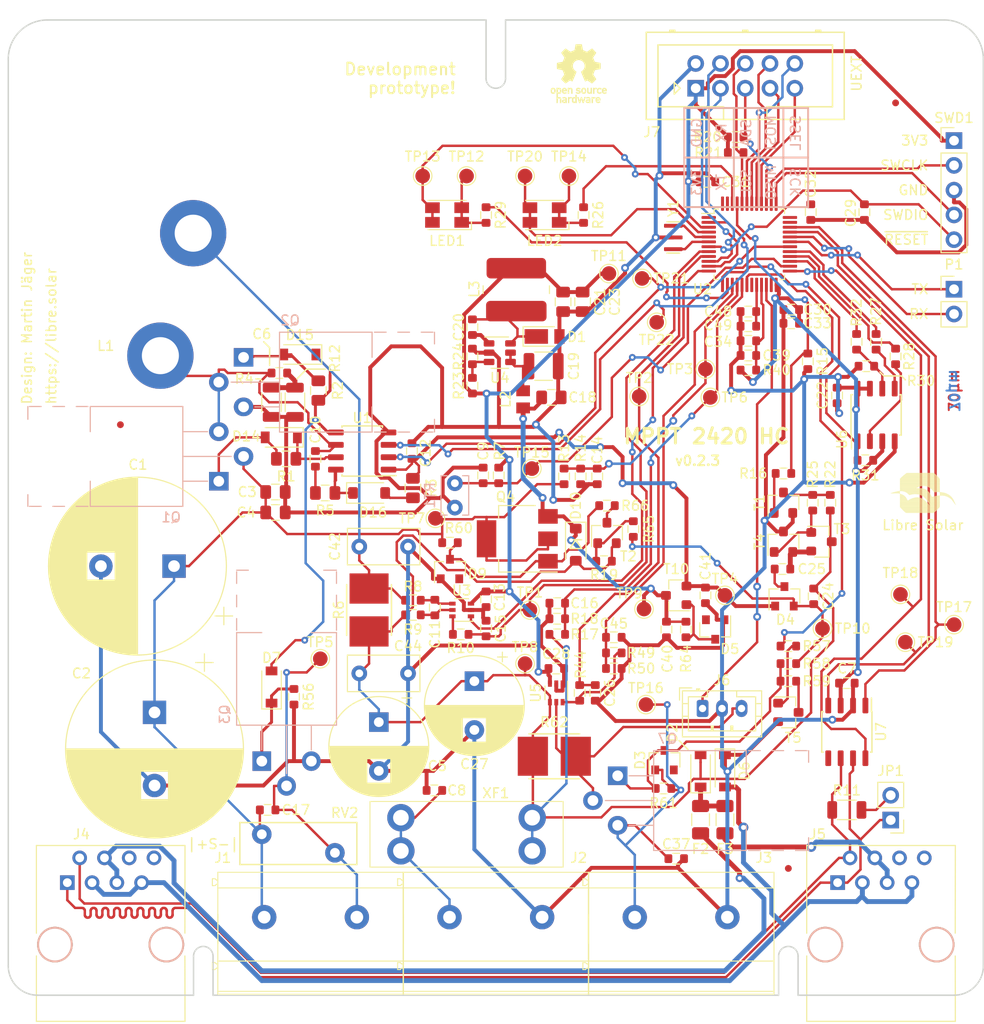
<source format=kicad_pcb>
(kicad_pcb (version 20171130) (host pcbnew "(5.1.12)-1")
  (title_block (title "MPPT 2420 HC") (date 2021-05-03) (rev 0.2.3) (company "Libre Solar Technologies GmbH") (comment 1 "Licensed under CERN-OHL-W version 2") (comment 2 "Design: Martin Jäger"))
  (layers (0 Top signal) (1 GND power) (2 3V3 power) (31 Bottom signal) (34 B.Paste user hide) (35 F.Paste user hide) (36 B.SilkS user hide) (37 F.SilkS user hide) (38 B.Mask user hide) (39 F.Mask user hide) (44 Edge.Cuts user))
  (net 0 "")
  (net 1 GND)
  (net 2 +3V3)
  (net 3 "Net-(C19-Pad1)")
  (net 4 /MCU/~RESET)
  (net 5 /MCU/OSC_IN)
  (net 6 /MCU/OSC_OUT)
  (net 7 /MCU/SWDIO)
  (net 8 /MCU/SWCLK)
  (net 9 "Net-(D14-Pad2)")
  (net 10 "Net-(D15-Pad2)")
  (net 11 "Net-(D16-Pad2)")
  (net 12 /DC/DC/SW_NODE)
  (net 13 "Net-(C20-Pad2)")
  (net 14 "Net-(C20-Pad1)")
  (net 15 +12V)
  (net 16 "Net-(D3-Pad1)")
  (net 17 /DC/DC/HS_DRV)
  (net 18 /DC/DC/LS_DRV)
  (net 19 "Net-(R23-Pad2)")
  (net 20 VDDA)
  (net 21 "Net-(R57-Pad2)")
  (net 22 "Net-(R59-Pad1)")
  (net 23 /DC/DC/PWM_LS)
  (net 24 /DC/DC/PWM_HS)
  (net 25 "Net-(D5-Pad1)")
  (net 26 /LOAD+)
  (net 27 /MCU/I2C1_SDA)
  (net 28 /MCU/SPI1_MOSI)
  (net 29 /MCU/SPI1_MISO)
  (net 30 /MCU/SPI1_SCK)
  (net 31 /MCU/DAC1)
  (net 32 /MCU/I2C1_SCL)
  (net 33 /MCU/ADC1_IN15)
  (net 34 /MCU/ADC1_IN12)
  (net 35 /BAT+)
  (net 36 "Net-(D7-Pad1)")
  (net 37 /MCU/ADC1_IN11)
  (net 38 "Net-(D9-Pad1)")
  (net 39 "Net-(R66-Pad1)")
  (net 40 "Net-(C10-Pad1)")
  (net 41 "Net-(D16-Pad1)")
  (net 42 /DCDC_HV+)
  (net 43 VBUS)
  (net 44 /DCDC_HV-)
  (net 45 VREF)
  (net 46 /MCU/USART1_TX)
  (net 47 /MCU/USART1_RX)
  (net 48 "Net-(J4-Pad8)")
  (net 49 "Net-(J4-Pad6)")
  (net 50 "Net-(JP1-Pad2)")
  (net 51 "Net-(U7-Pad5)")
  (net 52 /MCU/SPI1_SSEL)
  (net 53 /MCU/USART2_RX)
  (net 54 /MCU/USART2_TX)
  (net 55 /DC/DC/SHUNT_DCDC_P)
  (net 56 "Net-(R44-Pad1)")
  (net 57 /CAN_GND)
  (net 58 /CAN_L)
  (net 59 /CAN_H)
  (net 60 "Net-(J5-Pad8)")
  (net 61 "Net-(J5-Pad6)")
  (net 62 "Net-(C11-Pad2)")
  (net 63 "Net-(C11-Pad1)")
  (net 64 "Net-(R10-Pad1)")
  (net 65 /MCU/TIM17_CH1)
  (net 66 /MCU/COMP2_INP)
  (net 67 /MCU/GPIOB_2)
  (net 68 /PWR_INFO)
  (net 69 "Net-(D2-Pad1)")
  (net 70 /CAN/CAN_PWR1)
  (net 71 /CAN/CAN_PWR2)
  (net 72 /CAN/CAN_TX)
  (net 73 /CAN/CAN_RX)
  (net 74 /CAN/CAN_STB)
  (net 75 "Net-(C6-Pad2)")
  (net 76 "/Power supply/SUPPLY_INPUT")
  (net 77 "/Load switch/CP_OUT")
  (net 78 "/Power supply/CP_SW")
  (net 79 "Net-(C25-Pad1)")
  (net 80 /MEAS_LV+)
  (net 81 "/Power supply/CP_PWM")
  (net 82 "Net-(R16-Pad1)")
  (net 83 "Net-(R19-Pad2)")
  (net 84 "Net-(R22-Pad1)")
  (net 85 "Net-(R25-Pad2)")
  (net 86 /MCU/ADC12_IN1)
  (net 87 /MCU/ADC12_IN2)
  (net 88 /MCU/SPI2_MOSI)
  (net 89 /MCU/SPI2_MISO)
  (net 90 /MCU/SPI2_SCK)
  (net 91 "Net-(R27-Pad2)")
  (net 92 "Net-(R28-Pad2)")
  (net 93 "Net-(R30-Pad2)")
  (net 94 /MCU/SPI2_CS)
  (net 95 /MCU/GPIOC_14)
  (net 96 "Net-(LED1-Pad1)")
  (net 97 /MCU/GPIOC_15)
  (net 98 /MCU/TIM16_CH1)
  (net 99 "Net-(LED2-Pad1)")
  (module LibreSolar:Inductor_Toroid_D32.8mm_4mm2 (layer Top) (at 120 58 75)
    (fp_text reference L1 (at -18.043004 -5.518154 180) (layer F.SilkS) (effects (justify bottom)))
    (fp_text value 53µH)
    (pad 2 thru_hole circle (at -4 0 165) (size 6.8 6.8) (drill 3.8) (layers *.Cu *.Mask) (net 55 /DC/DC/SHUNT_DCDC_P))
    (pad 1 thru_hole circle (at -17 0 165) (size 6.8 6.8) (drill 3.8) (layers *.Cu *.Mask) (net 12 /DC/DC/SW_NODE))
  )
  (module TestPoint:TestPoint_Pad_D1.5mm (layer Top) (at 166.5 71 180)
    (fp_text reference TP22 (at 0 -1.8) (layer F.SilkS))
    (fp_text value 1.5mm)
    (pad 1 smd circle (at 0 0 180) (size 1.5 1.5) (layers Top F.Mask) (net 23 /DC/DC/PWM_LS))
  )
  (module TestPoint:TestPoint_Pad_D1.5mm (layer Top) (at 165 66.5)
    (fp_text reference TP21 (at 3 0) (layer F.SilkS))
    (fp_text value 1.5mm)
    (pad 1 smd circle (at 0 0) (size 1.5 1.5) (layers Top F.Mask) (net 24 /DC/DC/PWM_HS))
  )
  (module LibreSolar:Fiducial_0.7mm (layer Top) (at 191 48.5)
    (fp_text reference FID3 hide)
    (fp_text value Fiducial)
    (pad ~ smd circle (at 0 0) (size 0.7 0.7) (layers Top F.Mask) (clearance 0.7))
  )
  (module Capacitor_THT:CP_Radial_D10.0mm_P5.00mm (layer Top) (at 147.8 107.8 270)
    (fp_text reference C27 (at 8.5 0 180) (layer F.SilkS))
    (fp_text value 680µF)
    (pad 2 thru_hole circle (at 5 0 270) (size 2 2) (drill 1) (layers *.Cu *.Mask) (net 1 GND))
    (pad 1 thru_hole rect (at 0 0 270) (size 2 2) (drill 1) (layers *.Cu *.Mask) (net 43 VBUS))
  )
  (module LibreSolar:Fiducial_0.7mm (layer Top) (at 180 127)
    (fp_text reference FID1 hide)
    (fp_text value Fiducial)
    (pad ~ smd circle (at 0 0) (size 0.7 0.7) (layers Top F.Mask) (clearance 0.7))
  )
  (module LED_SMD:LED_Avago_PLCC4_3.2x2.8mm_CW (layer Top) (at 145 60 180)
    (fp_text reference LED1 (at 0 -2.65) (layer F.SilkS))
    (fp_text value LED_Dual_PLCC4)
    (pad 4 smd rect (at -1.5 0.75 180) (size 1.5 1.1) (layers Top F.Paste F.Mask) (net 96 "Net-(LED1-Pad1)"))
    (pad 3 smd rect (at 1.5 0.75 180) (size 1.5 1.1) (layers Top F.Paste F.Mask) (net 95 /MCU/GPIOC_14))
    (pad 2 smd rect (at 1.5 -0.75 180) (size 1.5 1.1) (layers Top F.Paste F.Mask) (net 95 /MCU/GPIOC_14))
    (pad 1 smd rect (at -1.5 -0.75 180) (size 1.5 1.1) (layers Top F.Paste F.Mask) (net 96 "Net-(LED1-Pad1)"))
  )
  (module LibreSolar:SOIC-8_3.9x4.9mm_Pitch1.27mm (layer Top) (at 189 80.5 90)
    (fp_text reference U6 (at -2.5 -3.5 90) (layer F.SilkS))
    (fp_text value W25Q80DVS)
    (pad 8 smd roundrect (at 2.7 -1.905 90) (size 1.6 0.6) (layers Top F.Paste F.Mask) (roundrect_rratio 0.2) (net 2 +3V3))
    (pad 7 smd roundrect (at 2.7 -0.635 90) (size 1.6 0.6) (layers Top F.Paste F.Mask) (roundrect_rratio 0.2) (net 2 +3V3))
    (pad 6 smd roundrect (at 2.7 0.635 90) (size 1.6 0.6) (layers Top F.Paste F.Mask) (roundrect_rratio 0.2) (net 93 "Net-(R30-Pad2)"))
    (pad 5 smd roundrect (at 2.7 1.905 90) (size 1.6 0.6) (layers Top F.Paste F.Mask) (roundrect_rratio 0.2) (net 91 "Net-(R27-Pad2)"))
    (pad 4 smd roundrect (at -2.7 1.905 90) (size 1.6 0.6) (layers Top F.Paste F.Mask) (roundrect_rratio 0.2) (net 1 GND))
    (pad 3 smd roundrect (at -2.7 0.635 90) (size 1.6 0.6) (layers Top F.Paste F.Mask) (roundrect_rratio 0.2) (net 2 +3V3))
    (pad 2 smd roundrect (at -2.7 -0.635 90) (size 1.6 0.6) (layers Top F.Paste F.Mask) (roundrect_rratio 0.2) (net 92 "Net-(R28-Pad2)"))
    (pad 1 smd roundrect (at -2.7 -1.905 90) (size 1.6 0.6) (layers Top F.Paste F.Mask) (roundrect_rratio 0.2) (net 94 /MCU/SPI2_CS))
  )
  (module LibreSolar:R_0603_1608 (layer Top) (at 187 73 90)
    (fp_text reference R32 (at 3 0 90) (layer F.SilkS))
    (fp_text value 47R)
    (pad 2 smd roundrect (at 0.8 0 90) (size 0.8 0.9) (layers Top F.Paste F.Mask) (roundrect_rratio 0.2) (net 90 /MCU/SPI2_SCK))
    (pad 1 smd roundrect (at -0.8 0 90) (size 0.8 0.9) (layers Top F.Paste F.Mask) (roundrect_rratio 0.2) (net 93 "Net-(R30-Pad2)"))
  )
  (module LibreSolar:R_0603_1608 (layer Top) (at 187.9 85.15)
    (fp_text reference R31 (at 0 1.55) (layer F.SilkS))
    (fp_text value 2.2k)
    (pad 2 smd roundrect (at 0.8 0) (size 0.8 0.9) (layers Top F.Paste F.Mask) (roundrect_rratio 0.2) (net 2 +3V3))
    (pad 1 smd roundrect (at -0.8 0) (size 0.8 0.9) (layers Top F.Paste F.Mask) (roundrect_rratio 0.2) (net 94 /MCU/SPI2_CS))
  )
  (module LibreSolar:R_0603_1608 (layer Top) (at 188 75.5)
    (fp_text reference R30 (at 5.6 1.5) (layer F.SilkS))
    (fp_text value 100k)
    (pad 2 smd roundrect (at 0.8 0) (size 0.8 0.9) (layers Top F.Paste F.Mask) (roundrect_rratio 0.2) (net 93 "Net-(R30-Pad2)"))
    (pad 1 smd roundrect (at -0.8 0) (size 0.8 0.9) (layers Top F.Paste F.Mask) (roundrect_rratio 0.2) (net 1 GND))
  )
  (module LibreSolar:R_0603_1608 (layer Top) (at 191 74.5 270)
    (fp_text reference R28 (at 0 -1.4 90) (layer F.SilkS))
    (fp_text value 47R)
    (pad 2 smd roundrect (at 0.8 0 270) (size 0.8 0.9) (layers Top F.Paste F.Mask) (roundrect_rratio 0.2) (net 92 "Net-(R28-Pad2)"))
    (pad 1 smd roundrect (at -0.8 0 270) (size 0.8 0.9) (layers Top F.Paste F.Mask) (roundrect_rratio 0.2) (net 89 /MCU/SPI2_MISO))
  )
  (module LibreSolar:R_0603_1608 (layer Top) (at 189 73 270)
    (fp_text reference R27 (at -3.1 0 90) (layer F.SilkS))
    (fp_text value 47R)
    (pad 2 smd roundrect (at 0.8 0 270) (size 0.8 0.9) (layers Top F.Paste F.Mask) (roundrect_rratio 0.2) (net 91 "Net-(R27-Pad2)"))
    (pad 1 smd roundrect (at -0.8 0 270) (size 0.8 0.9) (layers Top F.Paste F.Mask) (roundrect_rratio 0.2) (net 88 /MCU/SPI2_MOSI))
  )
  (module TestPoint:TestPoint_Pad_D1.5mm (layer Top) (at 153 56)
    (fp_text reference TP20 (at 0 -2) (layer F.SilkS))
    (fp_text value 1.5mm)
    (pad 1 smd circle (at 0 0) (size 1.5 1.5) (layers Top F.Mask) (net 97 /MCU/GPIOC_15))
  )
  (module LibreSolar:R_0603_1608 (layer Top) (at 159 60 90)
    (fp_text reference R26 (at 0 1.5 90) (layer F.SilkS))
    (fp_text value 1k)
    (pad 2 smd roundrect (at 0.8 0 90) (size 0.8 0.9) (layers Top F.Paste F.Mask) (roundrect_rratio 0.2) (net 65 /MCU/TIM17_CH1))
    (pad 1 smd roundrect (at -0.8 0 90) (size 0.8 0.9) (layers Top F.Paste F.Mask) (roundrect_rratio 0.2) (net 99 "Net-(LED2-Pad1)"))
  )
  (module LED_SMD:LED_Avago_PLCC4_3.2x2.8mm_CW (layer Top) (at 155 60 180)
    (fp_text reference LED2 (at 0 -2.65) (layer F.SilkS))
    (fp_text value LED_Dual_PLCC4)
    (pad 4 smd rect (at -1.5 0.75 180) (size 1.5 1.1) (layers Top F.Paste F.Mask) (net 99 "Net-(LED2-Pad1)"))
    (pad 3 smd rect (at 1.5 0.75 180) (size 1.5 1.1) (layers Top F.Paste F.Mask) (net 97 /MCU/GPIOC_15))
    (pad 2 smd rect (at 1.5 -0.75 180) (size 1.5 1.1) (layers Top F.Paste F.Mask) (net 97 /MCU/GPIOC_15))
    (pad 1 smd rect (at -1.5 -0.75 180) (size 1.5 1.1) (layers Top F.Paste F.Mask) (net 99 "Net-(LED2-Pad1)"))
  )
  (module Capacitor_THT:C_Disc_D3.8mm_W2.6mm_P2.50mm (layer Bottom) (at 145.8 87.5 270)
    (fp_text reference RT1 (at 1.25 2.55 90) (layer B.SilkS) (effects (justify mirror)))
    (fp_text value 10k)
    (pad 2 thru_hole circle (at 2.5 0 270) (size 1.6 1.6) (drill 0.8) (layers *.Cu *.Mask) (net 1 GND))
    (pad 1 thru_hole circle (at 0 0 270) (size 1.6 1.6) (drill 0.8) (layers *.Cu *.Mask) (net 37 /MCU/ADC1_IN11))
  )
  (module TestPoint:TestPoint_Pad_D1.5mm (layer Top) (at 192 103.8 180)
    (fp_text reference TP19 (at -3.1 0) (layer F.SilkS))
    (fp_text value 1.5mm)
    (pad 1 smd circle (at 0 0 180) (size 1.5 1.5) (layers Top F.Mask) (net 73 /CAN/CAN_RX))
  )
  (module TestPoint:TestPoint_Pad_D1.5mm (layer Top) (at 191.5 98.9 180)
    (fp_text reference TP18 (at 0 2.2) (layer F.SilkS))
    (fp_text value 1.5mm)
    (pad 1 smd circle (at 0 0 180) (size 1.5 1.5) (layers Top F.Mask) (net 74 /CAN/CAN_STB))
  )
  (module TestPoint:TestPoint_Pad_D1.5mm (layer Top) (at 197 102)
    (fp_text reference TP17 (at 0 -1.8) (layer F.SilkS))
    (fp_text value 1.5mm)
    (pad 1 smd circle (at 0 0) (size 1.5 1.5) (layers Top F.Mask) (net 72 /CAN/CAN_TX))
  )
  (module TestPoint:TestPoint_Pad_D1.5mm (layer Top) (at 165.4 110.2)
    (fp_text reference TP16 (at 0 -1.7) (layer F.SilkS))
    (fp_text value 1.5mm)
    (pad 1 smd circle (at 0 0) (size 1.5 1.5) (layers Top F.Mask) (net 26 /LOAD+))
  )
  (module TestPoint:TestPoint_Pad_D1.5mm (layer Top) (at 153.7 86)
    (fp_text reference TP15 (at 0 -1.648) (layer F.SilkS))
    (fp_text value 1.5mm)
    (pad 1 smd circle (at 0 0) (size 1.5 1.5) (layers Top F.Mask) (net 37 /MCU/ADC1_IN11))
  )
  (module TestPoint:TestPoint_Pad_D1.5mm (layer Top) (at 157.5 56)
    (fp_text reference TP14 (at 0 -2) (layer F.SilkS))
    (fp_text value 1.5mm)
    (pad 1 smd circle (at 0 0) (size 1.5 1.5) (layers Top F.Mask) (net 99 "Net-(LED2-Pad1)"))
  )
  (module TestPoint:TestPoint_Pad_D1.5mm (layer Top) (at 142.5 56)
    (fp_text reference TP13 (at 0 -2) (layer F.SilkS))
    (fp_text value 1.5mm)
    (pad 1 smd circle (at 0 0) (size 1.5 1.5) (layers Top F.Mask) (net 95 /MCU/GPIOC_14))
  )
  (module TestPoint:TestPoint_Pad_D1.5mm (layer Top) (at 147 56 180)
    (fp_text reference TP12 (at 0 2) (layer F.SilkS))
    (fp_text value 1.5mm)
    (pad 1 smd circle (at 0 0 180) (size 1.5 1.5) (layers Top F.Mask) (net 96 "Net-(LED1-Pad1)"))
  )
  (module TestPoint:TestPoint_Pad_D1.5mm (layer Top) (at 161.6 66)
    (fp_text reference TP11 (at 0 -1.8) (layer F.SilkS))
    (fp_text value 1.5mm)
    (pad 1 smd circle (at 0 0) (size 1.5 1.5) (layers Top F.Mask) (net 2 +3V3))
  )
  (module TestPoint:TestPoint_Pad_D1.5mm (layer Top) (at 183.5 102.4)
    (fp_text reference TP10 (at 3.1 0) (layer F.SilkS))
    (fp_text value 1.5mm)
    (pad 1 smd circle (at 0 0) (size 1.5 1.5) (layers Top F.Mask) (net 77 "/Load switch/CP_OUT"))
  )
  (module TestPoint:TestPoint_Pad_D1.5mm (layer Top) (at 165.2 100.4)
    (fp_text reference TP9 (at -1.5 -1.6) (layer F.SilkS))
    (fp_text value 1.5mm)
    (pad 1 smd circle (at 0 0) (size 1.5 1.5) (layers Top F.Mask) (net 76 "/Power supply/SUPPLY_INPUT"))
  )
  (module TestPoint:TestPoint_Pad_D1.5mm (layer Top) (at 153 106)
    (fp_text reference TP8 (at 0 -1.7) (layer F.SilkS))
    (fp_text value 1.5mm)
    (pad 1 smd circle (at 0 0) (size 1.5 1.5) (layers Top F.Mask) (net 43 VBUS))
  )
  (module TestPoint:TestPoint_Pad_D1.5mm (layer Top) (at 143.8 91.1)
    (fp_text reference TP7 (at -2.4 0) (layer F.SilkS))
    (fp_text value 1.5mm)
    (pad 1 smd circle (at 0 0) (size 1.5 1.5) (layers Top F.Mask) (net 42 /DCDC_HV+))
  )
  (module TestPoint:TestPoint_Pad_D1.5mm (layer Top) (at 172 78.7)
    (fp_text reference TP6 (at 2.5 0) (layer F.SilkS))
    (fp_text value 1.5mm)
    (pad 1 smd circle (at 0 0) (size 1.5 1.5) (layers Top F.Mask) (net 34 /MCU/ADC1_IN12))
  )
  (module TestPoint:TestPoint_Pad_D1.5mm (layer Top) (at 132 105.5)
    (fp_text reference TP5 (at 0 -1.7) (layer F.SilkS))
    (fp_text value 1.5mm)
    (pad 1 smd circle (at 0 0) (size 1.5 1.5) (layers Top F.Mask) (net 44 /DCDC_HV-))
  )
  (module TestPoint:TestPoint_Pad_D1.5mm (layer Top) (at 173.5 99 180)
    (fp_text reference TP4 (at 0 1.7) (layer F.SilkS))
    (fp_text value 1.5mm)
    (pad 1 smd circle (at 0 0 180) (size 1.5 1.5) (layers Top F.Mask) (net 15 +12V))
  )
  (module TestPoint:TestPoint_Pad_D1.5mm (layer Top) (at 171.5 75.8 180)
    (fp_text reference TP3 (at 2.6 0) (layer F.SilkS))
    (fp_text value 1.5mm)
    (pad 1 smd circle (at 0 0 180) (size 1.5 1.5) (layers Top F.Mask) (net 33 /MCU/ADC1_IN15))
  )
  (module TestPoint:TestPoint_Pad_D1.5mm (layer Top) (at 164.7 78.6 90)
    (fp_text reference TP2 (at 1.9 0 180) (layer F.SilkS))
    (fp_text value 1.5mm)
    (pad 1 smd circle (at 0 0 90) (size 1.5 1.5) (layers Top F.Mask) (net 87 /MCU/ADC12_IN2))
  )
  (module TestPoint:TestPoint_Pad_D1.5mm (layer Top) (at 153.5 100.5)
    (fp_text reference TP1 (at 0 -1.8) (layer F.SilkS))
    (fp_text value 1.5mm)
    (pad 1 smd circle (at 0 0) (size 1.5 1.5) (layers Top F.Mask) (net 86 /MCU/ADC12_IN1))
  )
  (module Package_TO_SOT_SMD:SOT-223-3_TabPin2 (layer Top) (at 152.2 93.2 180)
    (fp_text reference Q4 (at 1.2 4.3) (layer F.SilkS))
    (fp_text value BUK98180-100A)
    (pad 1 smd rect (at -3.15 -2.3 180) (size 2 1.5) (layers Top F.Paste F.Mask) (net 38 "Net-(D9-Pad1)"))
    (pad 3 smd rect (at -3.15 2.3 180) (size 2 1.5) (layers Top F.Paste F.Mask) (net 76 "/Power supply/SUPPLY_INPUT"))
    (pad 2 smd rect (at -3.15 0 180) (size 2 1.5) (layers Top F.Paste F.Mask) (net 42 /DCDC_HV+))
    (pad 2 smd rect (at 3.15 0 180) (size 2 3.8) (layers Top F.Paste F.Mask) (net 42 /DCDC_HV+))
  )
  (module LibreSolar:SOT-23 (layer Top) (at 179.5 93.5 90)
    (fp_text reference T4 (at 0 -2.45 90) (layer F.SilkS))
    (fp_text value BC856B)
    (pad 1 smd roundrect (at -1.05 -0.95 90) (size 1 0.9) (layers Top F.Paste F.Mask) (roundrect_rratio 0.2) (net 85 "Net-(R25-Pad2)"))
    (pad 2 smd roundrect (at -1.05 0.95 90) (size 1 0.9) (layers Top F.Paste F.Mask) (roundrect_rratio 0.2) (net 78 "/Power supply/CP_SW"))
    (pad 3 smd roundrect (at 1.05 0 90) (size 1 0.9) (layers Top F.Paste F.Mask) (roundrect_rratio 0.2) (net 1 GND))
  )
  (module LibreSolar:SOT-23 (layer Top) (at 183.4 93.5)
    (fp_text reference T3 (at 2.1 -1.3) (layer F.SilkS))
    (fp_text value BC846B)
    (pad 1 smd roundrect (at -1.05 -0.95) (size 1 0.9) (layers Top F.Paste F.Mask) (roundrect_rratio 0.2) (net 85 "Net-(R25-Pad2)"))
    (pad 2 smd roundrect (at -1.05 0.95) (size 1 0.9) (layers Top F.Paste F.Mask) (roundrect_rratio 0.2) (net 78 "/Power supply/CP_SW"))
    (pad 3 smd roundrect (at 1.05 0) (size 1 0.9) (layers Top F.Paste F.Mask) (roundrect_rratio 0.2) (net 43 VBUS))
  )
  (module LibreSolar:SOT-23 (layer Top) (at 179.5 89.5 90)
    (fp_text reference T1 (at 0 -2.45 90) (layer F.SilkS))
    (fp_text value BC846B)
    (pad 1 smd roundrect (at -1.05 -0.95 90) (size 1 0.9) (layers Top F.Paste F.Mask) (roundrect_rratio 0.2) (net 82 "Net-(R16-Pad1)"))
    (pad 2 smd roundrect (at -1.05 0.95 90) (size 1 0.9) (layers Top F.Paste F.Mask) (roundrect_rratio 0.2) (net 1 GND))
    (pad 3 smd roundrect (at 1.05 0 90) (size 1 0.9) (layers Top F.Paste F.Mask) (roundrect_rratio 0.2) (net 84 "Net-(R22-Pad1)"))
  )
  (module LibreSolar:R_0603_1608 (layer Top) (at 182.5 89.5 270)
    (fp_text reference R25 (at -2.9 0 90) (layer F.SilkS))
    (fp_text value 1k)
    (pad 2 smd roundrect (at 0.8 0 270) (size 0.8 0.9) (layers Top F.Paste F.Mask) (roundrect_rratio 0.2) (net 85 "Net-(R25-Pad2)"))
    (pad 1 smd roundrect (at -0.8 0 270) (size 0.8 0.9) (layers Top F.Paste F.Mask) (roundrect_rratio 0.2) (net 84 "Net-(R22-Pad1)"))
  )
  (module LibreSolar:R_0603_1608 (layer Top) (at 184.3 89.5 270)
    (fp_text reference R22 (at -2.9 0 90) (layer F.SilkS))
    (fp_text value 100k)
    (pad 2 smd roundrect (at 0.8 0 270) (size 0.8 0.9) (layers Top F.Paste F.Mask) (roundrect_rratio 0.2) (net 43 VBUS))
    (pad 1 smd roundrect (at -0.8 0 270) (size 0.8 0.9) (layers Top F.Paste F.Mask) (roundrect_rratio 0.2) (net 84 "Net-(R22-Pad1)"))
  )
  (module LibreSolar:R_0603_1608 (layer Top) (at 161.1 95.5 180)
    (fp_text reference R19 (at 0 -1.4) (layer F.SilkS))
    (fp_text value 10k)
    (pad 2 smd roundrect (at 0.8 0 180) (size 0.8 0.9) (layers Top F.Paste F.Mask) (roundrect_rratio 0.2) (net 83 "Net-(R19-Pad2)"))
    (pad 1 smd roundrect (at -0.8 0 180) (size 0.8 0.9) (layers Top F.Paste F.Mask) (roundrect_rratio 0.2) (net 43 VBUS))
  )
  (module LibreSolar:R_0603_1608 (layer Top) (at 179.5 86.5)
    (fp_text reference R16 (at -3.1 0) (layer F.SilkS))
    (fp_text value 10k)
    (pad 2 smd roundrect (at 0.8 0) (size 0.8 0.9) (layers Top F.Paste F.Mask) (roundrect_rratio 0.2) (net 81 "/Power supply/CP_PWM"))
    (pad 1 smd roundrect (at -0.8 0) (size 0.8 0.9) (layers Top F.Paste F.Mask) (roundrect_rratio 0.2) (net 82 "Net-(R16-Pad1)"))
  )
  (module Package_TO_SOT_SMD:SOT-23 (layer Top) (at 179.6 99.1 90)
    (fp_text reference D4 (at -2.4 0.1 180) (layer F.SilkS))
    (fp_text value BAS70-04)
    (pad 3 smd rect (at 1 0 90) (size 0.9 0.8) (layers Top F.Paste F.Mask) (net 79 "Net-(C25-Pad1)"))
    (pad 2 smd rect (at -1 0.95 90) (size 0.9 0.8) (layers Top F.Paste F.Mask) (net 77 "/Load switch/CP_OUT"))
    (pad 1 smd rect (at -1 -0.95 90) (size 0.9 0.8) (layers Top F.Paste F.Mask) (net 15 +12V))
  )
  (module LibreSolar:C_0603_1608 (layer Top) (at 179.4 96.3)
    (fp_text reference C25 (at 3 0) (layer F.SilkS))
    (fp_text value 10nF)
    (pad 2 smd roundrect (at 0.8 0) (size 0.8 0.9) (layers Top F.Paste F.Mask) (roundrect_rratio 0.2) (net 78 "/Power supply/CP_SW"))
    (pad 1 smd roundrect (at -0.8 0) (size 0.8 0.9) (layers Top F.Paste F.Mask) (roundrect_rratio 0.2) (net 79 "Net-(C25-Pad1)"))
  )
  (module LibreSolar:C_0603_1608 (layer Top) (at 182.6 99.1 90)
    (fp_text reference C24 (at 0 1.5 90) (layer F.SilkS))
    (fp_text value 100nF)
    (pad 2 smd roundrect (at 0.8 0 90) (size 0.8 0.9) (layers Top F.Paste F.Mask) (roundrect_rratio 0.2) (net 43 VBUS))
    (pad 1 smd roundrect (at -0.8 0 90) (size 0.8 0.9) (layers Top F.Paste F.Mask) (roundrect_rratio 0.2) (net 77 "/Load switch/CP_OUT"))
  )
  (module Diode_SMD:D_SOT-23_ANK (layer Top) (at 167.3 115.9 90)
    (fp_text reference D3 (at 0 -2.5 90) (layer F.SilkS))
    (fp_text value 12V)
    (pad 1 smd rect (at 1 0 90) (size 0.9 0.8) (layers Top F.Paste F.Mask) (net 16 "Net-(D3-Pad1)"))
    (pad "" smd rect (at -1 0.95 90) (size 0.9 0.8) (layers Top F.Paste F.Mask))
    (pad 2 smd rect (at -1 -0.95 90) (size 0.9 0.8) (layers Top F.Paste F.Mask) (net 26 /LOAD+))
  )
  (module LibreSolar:Keystone-Fuse-3557-2 (layer Top) (at 147 123.5 180)
    (fp_text reference XF1 (at -3 4.8 180) (layer F.SilkS) (effects (justify top)))
    (fp_text value Fuse_Holder)
    (pad 2 thru_hole circle (at 6.735 1.7 270) (size 2.8 2.8) (drill 1.6) (layers *.Cu *.Mask) (net 35 /BAT+))
    (pad 2 thru_hole circle (at 6.735 -1.7 270) (size 2.8 2.8) (drill 1.6) (layers *.Cu *.Mask) (net 35 /BAT+))
    (pad 1 thru_hole circle (at -6.735 1.7 270) (size 2.8 2.8) (drill 1.6) (layers *.Cu *.Mask) (net 43 VBUS))
    (pad 1 thru_hole circle (at -6.735 -1.7 270) (size 2.8 2.8) (drill 1.6) (layers *.Cu *.Mask) (net 43 VBUS))
  )
  (module LibreSolar:R_0603_1608 (layer Top) (at 162.1 104.9)
    (fp_text reference R49 (at 2.8 0) (layer F.SilkS))
    (fp_text value 10k)
    (pad 2 smd roundrect (at 0.8 0) (size 0.8 0.9) (layers Top F.Paste F.Mask) (roundrect_rratio 0.2) (net 56 "Net-(R44-Pad1)"))
    (pad 1 smd roundrect (at -0.8 0) (size 0.8 0.9) (layers Top F.Paste F.Mask) (roundrect_rratio 0.2) (net 66 /MCU/COMP2_INP))
  )
  (module LibreSolar:R_0603_1608 (layer Top) (at 158.6 109 90)
    (fp_text reference R44 (at 2.9 0.1 90) (layer F.SilkS))
    (fp_text value 2.2k)
    (pad 2 smd roundrect (at 0.8 0 90) (size 0.8 0.9) (layers Top F.Paste F.Mask) (roundrect_rratio 0.2) (net 87 /MCU/ADC12_IN2))
    (pad 1 smd roundrect (at -0.8 0 90) (size 0.8 0.9) (layers Top F.Paste F.Mask) (roundrect_rratio 0.2) (net 56 "Net-(R44-Pad1)"))
  )
  (module LibreSolar:R_0603_1608 (layer Top) (at 146.4 103)
    (fp_text reference R10 (at 0 1.4) (layer F.SilkS))
    (fp_text value 1k)
    (pad 2 smd roundrect (at 0.8 0) (size 0.8 0.9) (layers Top F.Paste F.Mask) (roundrect_rratio 0.2) (net 86 /MCU/ADC12_IN1))
    (pad 1 smd roundrect (at -0.8 0) (size 0.8 0.9) (layers Top F.Paste F.Mask) (roundrect_rratio 0.2) (net 64 "Net-(R10-Pad1)"))
  )
  (module LibreSolar:NULL (layer Top) (at 147 123.5 180)
    (fp_text reference F1 hide)
    (fp_text value 25A hide)
  )
  (module LibreSolar:R_1206_3216 (layer Top) (at 129.4 79.2 90)
    (fp_text reference R12 (at 4.5 4.1 270) (layer F.SilkS))
    (fp_text value 4R7)
    (pad 2 smd roundrect (at 1.5 0 90) (size 1 1.8) (layers Top F.Paste F.Mask) (roundrect_rratio 0.2) (net 75 "Net-(C6-Pad2)"))
    (pad 1 smd roundrect (at -1.5 0 90) (size 1 1.8) (layers Top F.Paste F.Mask) (roundrect_rratio 0.2) (net 1 GND))
  )
  (module LibreSolar:SOIC-8_3.9x4.9mm_Pitch1.27mm (layer Top) (at 186 113 270)
    (fp_text reference U7 (at 0 -3.5 90) (layer F.SilkS))
    (fp_text value TCAN334)
    (pad 8 smd roundrect (at 2.7 -1.905 270) (size 1.6 0.6) (layers Top F.Paste F.Mask) (roundrect_rratio 0.2) (net 74 /CAN/CAN_STB))
    (pad 7 smd roundrect (at 2.7 -0.635 270) (size 1.6 0.6) (layers Top F.Paste F.Mask) (roundrect_rratio 0.2) (net 59 /CAN_H))
    (pad 6 smd roundrect (at 2.7 0.635 270) (size 1.6 0.6) (layers Top F.Paste F.Mask) (roundrect_rratio 0.2) (net 58 /CAN_L))
    (pad 5 smd roundrect (at 2.7 1.905 270) (size 1.6 0.6) (layers Top F.Paste F.Mask) (roundrect_rratio 0.2) (net 51 "Net-(U7-Pad5)"))
    (pad 4 smd roundrect (at -2.7 1.905 270) (size 1.6 0.6) (layers Top F.Paste F.Mask) (roundrect_rratio 0.2) (net 73 /CAN/CAN_RX))
    (pad 3 smd roundrect (at -2.7 0.635 270) (size 1.6 0.6) (layers Top F.Paste F.Mask) (roundrect_rratio 0.2) (net 2 +3V3))
    (pad 2 smd roundrect (at -2.7 -0.635 270) (size 1.6 0.6) (layers Top F.Paste F.Mask) (roundrect_rratio 0.2) (net 1 GND))
    (pad 1 smd roundrect (at -2.7 -1.905 270) (size 1.6 0.6) (layers Top F.Paste F.Mask) (roundrect_rratio 0.2) (net 72 /CAN/CAN_TX))
  )
  (module LibreSolar:R_1206_3216 (layer Top) (at 186 121 180)
    (fp_text reference R11 (at 0 2) (layer F.SilkS))
    (fp_text value 120R)
    (pad 2 smd roundrect (at 1.5 0 180) (size 1 1.8) (layers Top F.Paste F.Mask) (roundrect_rratio 0.2) (net 58 /CAN_L))
    (pad 1 smd roundrect (at -1.5 0 180) (size 1 1.8) (layers Top F.Paste F.Mask) (roundrect_rratio 0.2) (net 50 "Net-(JP1-Pad2)"))
  )
  (module Connector_PinHeader_2.54mm:PinHeader_1x02_P2.54mm_Vertical (layer Top) (at 190.5 122.04 180)
    (fp_text reference JP1 (at 0 5.04) (layer F.SilkS))
    (fp_text value Jumper_NC_Small)
    (pad 2 thru_hole oval (at 0 2.54 180) (size 1.7 1.7) (drill 1) (layers *.Cu *.Mask) (net 50 "Net-(JP1-Pad2)"))
    (pad 1 thru_hole rect (at 0 0 180) (size 1.7 1.7) (drill 1) (layers *.Cu *.Mask) (net 59 /CAN_H))
  )
  (module Fuse:Fuse_1206_3216Metric (layer Top) (at 173.5 122 90)
    (fp_text reference F3 (at -3 0 180) (layer F.SilkS))
    (fp_text value 500mA)
    (pad 2 smd roundrect (at 1.4 0 90) (size 1.25 1.75) (layers Top F.Paste F.Mask) (roundrect_rratio 0.2) (net 69 "Net-(D2-Pad1)"))
    (pad 1 smd roundrect (at -1.4 0 90) (size 1.25 1.75) (layers Top F.Paste F.Mask) (roundrect_rratio 0.2) (net 71 /CAN/CAN_PWR2))
  )
  (module Fuse:Fuse_1206_3216Metric (layer Top) (at 171 122 90)
    (fp_text reference F2 (at -3 0 180) (layer F.SilkS))
    (fp_text value 500mA)
    (pad 2 smd roundrect (at 1.4 0 90) (size 1.25 1.75) (layers Top F.Paste F.Mask) (roundrect_rratio 0.2) (net 69 "Net-(D2-Pad1)"))
    (pad 1 smd roundrect (at -1.4 0 90) (size 1.25 1.75) (layers Top F.Paste F.Mask) (roundrect_rratio 0.2) (net 70 /CAN/CAN_PWR1))
  )
  (module Diode_SMD:D_SOD-123 (layer Top) (at 173.5 117 270)
    (fp_text reference D6 (at 0 -2 90) (layer F.SilkS))
    (fp_text value NRVTS260ESFT1G)
    (pad 2 smd rect (at 1.65 0 270) (size 0.9 1.2) (layers Top F.Paste F.Mask) (net 57 /CAN_GND))
    (pad 1 smd rect (at -1.65 0 270) (size 0.9 1.2) (layers Top F.Paste F.Mask) (net 1 GND))
  )
  (module Diode_SMD:D_SOD-123 (layer Top) (at 171 117 90)
    (fp_text reference D2 (at 3.9 -2.9 270) (layer F.SilkS))
    (fp_text value NRVTS260ESFT1G)
    (pad 2 smd rect (at 1.65 0 90) (size 0.9 1.2) (layers Top F.Paste F.Mask) (net 43 VBUS))
    (pad 1 smd rect (at -1.65 0 90) (size 0.9 1.2) (layers Top F.Paste F.Mask) (net 69 "Net-(D2-Pad1)"))
  )
  (module LibreSolar:C_0603_1608 (layer Top) (at 186 108)
    (fp_text reference C7 (at 0 -1.5) (layer F.SilkS))
    (fp_text value 100nF)
    (pad 2 smd roundrect (at 0.8 0) (size 0.8 0.9) (layers Top F.Paste F.Mask) (roundrect_rratio 0.2) (net 1 GND))
    (pad 1 smd roundrect (at -0.8 0) (size 0.8 0.9) (layers Top F.Paste F.Mask) (roundrect_rratio 0.2) (net 2 +3V3))
  )
  (module LibreSolar:C_0603_1608 (layer Top) (at 167.5 102.5 270)
    (fp_text reference C40 (at 3 -0.1 90) (layer F.SilkS))
    (fp_text value 1µF)
    (pad 2 smd roundrect (at 0.8 0 270) (size 0.8 0.9) (layers Top F.Paste F.Mask) (roundrect_rratio 0.2) (net 1 GND))
    (pad 1 smd roundrect (at -0.8 0 270) (size 0.8 0.9) (layers Top F.Paste F.Mask) (roundrect_rratio 0.2) (net 76 "/Power supply/SUPPLY_INPUT"))
  )
  (module Diode_SMD:D_SOT-23_ANK (layer Top) (at 172.5 102.5 270)
    (fp_text reference D5 (at 2 -1.5) (layer F.SilkS))
    (fp_text value 12V)
    (pad 1 smd rect (at 1 0 270) (size 0.9 0.8) (layers Top F.Paste F.Mask) (net 25 "Net-(D5-Pad1)"))
    (pad "" smd rect (at -1 0.95 270) (size 0.9 0.8) (layers Top F.Paste F.Mask))
    (pad 2 smd rect (at -1 -0.95 270) (size 0.9 0.8) (layers Top F.Paste F.Mask) (net 1 GND))
  )
  (module LibreSolar:SOT-23 (layer Top) (at 168.5 99 180)
    (fp_text reference T10 (at 0 2.7 180) (layer F.SilkS))
    (fp_text value BC846B)
    (pad 1 smd roundrect (at -1.05 -0.95 180) (size 1 0.9) (layers Top F.Paste F.Mask) (roundrect_rratio 0.2) (net 25 "Net-(D5-Pad1)"))
    (pad 2 smd roundrect (at -1.05 0.95 180) (size 1 0.9) (layers Top F.Paste F.Mask) (roundrect_rratio 0.2) (net 15 +12V))
    (pad 3 smd roundrect (at 1.05 0 180) (size 1 0.9) (layers Top F.Paste F.Mask) (roundrect_rratio 0.2) (net 76 "/Power supply/SUPPLY_INPUT"))
  )
  (module LibreSolar:C_0603_1608 (layer Top) (at 171.5 99 270)
    (fp_text reference C41 (at -3 0 90) (layer F.SilkS))
    (fp_text value 4.7µF)
    (pad 2 smd roundrect (at 0.8 0 270) (size 0.8 0.9) (layers Top F.Paste F.Mask) (roundrect_rratio 0.2) (net 1 GND))
    (pad 1 smd roundrect (at -0.8 0 270) (size 0.8 0.9) (layers Top F.Paste F.Mask) (roundrect_rratio 0.2) (net 15 +12V))
  )
  (module LibreSolar:R_0603_1608 (layer Top) (at 169.5 102.5 90)
    (fp_text reference R64 (at -3 0 90) (layer F.SilkS))
    (fp_text value 10k)
    (pad 2 smd roundrect (at 0.8 0 90) (size 0.8 0.9) (layers Top F.Paste F.Mask) (roundrect_rratio 0.2) (net 76 "/Power supply/SUPPLY_INPUT"))
    (pad 1 smd roundrect (at -0.8 0 90) (size 0.8 0.9) (layers Top F.Paste F.Mask) (roundrect_rratio 0.2) (net 25 "Net-(D5-Pad1)"))
  )
  (module Package_TO_SOT_SMD:SOT-363_SC-70-6 (layer Top) (at 146.5 100.5 180)
    (fp_text reference U3 (at 0 2) (layer F.SilkS))
    (fp_text value INA186)
    (pad 6 smd rect (at 0.95 -0.65 180) (size 0.65 0.4) (layers Top F.Paste F.Mask) (net 64 "Net-(R10-Pad1)"))
    (pad 4 smd rect (at 0.95 0.65 180) (size 0.65 0.4) (layers Top F.Paste F.Mask) (net 63 "Net-(C11-Pad1)"))
    (pad 2 smd rect (at -0.95 0 180) (size 0.65 0.4) (layers Top F.Paste F.Mask) (net 1 GND))
    (pad 5 smd rect (at 0.95 0 180) (size 0.65 0.4) (layers Top F.Paste F.Mask) (net 62 "Net-(C11-Pad2)"))
    (pad 3 smd rect (at -0.95 0.65 180) (size 0.65 0.4) (layers Top F.Paste F.Mask) (net 2 +3V3))
    (pad 1 smd rect (at -0.95 -0.65 180) (size 0.65 0.4) (layers Top F.Paste F.Mask) (net 31 /MCU/DAC1))
  )
  (module LibreSolar:R_0603_1608 (layer Top) (at 141.5 101)
    (fp_text reference R9 (at 0 1.5) (layer F.SilkS))
    (fp_text value 10R)
    (pad 2 smd roundrect (at 0.8 0) (size 0.8 0.9) (layers Top F.Paste F.Mask) (roundrect_rratio 0.2) (net 62 "Net-(C11-Pad2)"))
    (pad 1 smd roundrect (at -0.8 0) (size 0.8 0.9) (layers Top F.Paste F.Mask) (roundrect_rratio 0.2) (net 43 VBUS))
  )
  (module LibreSolar:R_0603_1608 (layer Top) (at 141.5 99.5)
    (fp_text reference R8 (at 0 -1.4) (layer F.SilkS))
    (fp_text value 10R)
    (pad 2 smd roundrect (at 0.8 0) (size 0.8 0.9) (layers Top F.Paste F.Mask) (roundrect_rratio 0.2) (net 63 "Net-(C11-Pad1)"))
    (pad 1 smd roundrect (at -0.8 0) (size 0.8 0.9) (layers Top F.Paste F.Mask) (roundrect_rratio 0.2) (net 55 /DC/DC/SHUNT_DCDC_P))
  )
  (module LibreSolar:C_0603_1608 (layer Top) (at 149 102.4 90)
    (fp_text reference C15 (at 0 1.5 90) (layer F.SilkS))
    (fp_text value 1nF)
    (pad 2 smd roundrect (at 0.8 0 90) (size 0.8 0.9) (layers Top F.Paste F.Mask) (roundrect_rratio 0.2) (net 1 GND))
    (pad 1 smd roundrect (at -0.8 0 90) (size 0.8 0.9) (layers Top F.Paste F.Mask) (roundrect_rratio 0.2) (net 86 /MCU/ADC12_IN1))
  )
  (module LibreSolar:C_0603_1608 (layer Top) (at 149 99.4 270)
    (fp_text reference C13 (at -0.2 -1.4 90) (layer F.SilkS))
    (fp_text value 100nF)
    (pad 2 smd roundrect (at 0.8 0 270) (size 0.8 0.9) (layers Top F.Paste F.Mask) (roundrect_rratio 0.2) (net 1 GND))
    (pad 1 smd roundrect (at -0.8 0 270) (size 0.8 0.9) (layers Top F.Paste F.Mask) (roundrect_rratio 0.2) (net 2 +3V3))
  )
  (module LibreSolar:C_0603_1608 (layer Top) (at 143.75 100.25 270)
    (fp_text reference C11 (at 2.75 0 90) (layer F.SilkS))
    (fp_text value 1nF)
    (pad 2 smd roundrect (at 0.8 0 270) (size 0.8 0.9) (layers Top F.Paste F.Mask) (roundrect_rratio 0.2) (net 62 "Net-(C11-Pad2)"))
    (pad 1 smd roundrect (at -0.8 0 270) (size 0.8 0.9) (layers Top F.Paste F.Mask) (roundrect_rratio 0.2) (net 63 "Net-(C11-Pad1)"))
  )
  (module Capacitor_THT:CP_Radial_D18.0mm_P7.50mm (layer Top) (at 117 96 180)
    (fp_text reference C1 (at 3.7 10.4) (layer F.SilkS))
    (fp_text value 390µF)
    (pad 2 thru_hole circle (at 7.5 0 180) (size 2.4 2.4) (drill 1.2) (layers *.Cu *.Mask) (net 1 GND))
    (pad 1 thru_hole rect (at 0 0 180) (size 2.4 2.4) (drill 1.2) (layers *.Cu *.Mask) (net 42 /DCDC_HV+))
  )
  (module LibreSolar:R_0603_1608 (layer Top) (at 129.3 109.4 270)
    (fp_text reference R56 (at 0 -1.5 90) (layer F.SilkS))
    (fp_text value 1M)
    (pad 2 smd roundrect (at 0.8 0 270) (size 0.8 0.9) (layers Top F.Paste F.Mask) (roundrect_rratio 0.2) (net 1 GND))
    (pad 1 smd roundrect (at -0.8 0 270) (size 0.8 0.9) (layers Top F.Paste F.Mask) (roundrect_rratio 0.2) (net 36 "Net-(D7-Pad1)"))
  )
  (module LibreSolar:D_SOD-123 (layer Top) (at 158.2 93.8 270)
    (fp_text reference D10 (at -4 0 270) (layer F.SilkS))
    (fp_text value 1N4148)
    (pad 1 smd roundrect (at -1.65 0 270) (size 1 1.2) (layers Top F.Paste F.Mask) (roundrect_rratio 0.2) (net 76 "/Power supply/SUPPLY_INPUT"))
    (pad 2 smd roundrect (at 1.65 0 270) (size 1 1.2) (layers Top F.Paste F.Mask) (roundrect_rratio 0.2) (net 43 VBUS))
  )
  (module LibreSolar:R_0603_1608 (layer Top) (at 164.1 92.2 270)
    (fp_text reference R65 (at 0 -1.6 90) (layer F.SilkS))
    (fp_text value 100k)
    (pad 2 smd roundrect (at 0.8 0 270) (size 0.8 0.9) (layers Top F.Paste F.Mask) (roundrect_rratio 0.2) (net 77 "/Load switch/CP_OUT"))
    (pad 1 smd roundrect (at -0.8 0 270) (size 0.8 0.9) (layers Top F.Paste F.Mask) (roundrect_rratio 0.2) (net 83 "Net-(R19-Pad2)"))
  )
  (module Diode_SMD:D_SOD-123 (layer Top) (at 127 108.4 90)
    (fp_text reference D7 (at 3 0 180) (layer F.SilkS))
    (fp_text value SS14FL)
    (pad 2 smd rect (at 1.65 0 90) (size 0.9 1.2) (layers Top F.Paste F.Mask) (net 18 /DC/DC/LS_DRV))
    (pad 1 smd rect (at -1.65 0 90) (size 0.9 1.2) (layers Top F.Paste F.Mask) (net 36 "Net-(D7-Pad1)"))
  )
  (module Diode_SMD:D_SOT-23_ANK (layer Top) (at 145.3 96.3 90)
    (fp_text reference D9 (at -0.5 2.8) (layer F.SilkS))
    (fp_text value 47V)
    (pad 1 smd rect (at 1 0 90) (size 0.9 0.8) (layers Top F.Paste F.Mask) (net 38 "Net-(D9-Pad1)"))
    (pad "" smd rect (at -1 0.95 90) (size 0.9 0.8) (layers Top F.Paste F.Mask))
    (pad 2 smd rect (at -1 -0.95 90) (size 0.9 0.8) (layers Top F.Paste F.Mask) (net 1 GND))
  )
  (module LibreSolar:SOT-23 (layer Top) (at 161.4 92.6 90)
    (fp_text reference T2 (at -2.4 2.2 180) (layer F.SilkS))
    (fp_text value BC846B)
    (pad 1 smd roundrect (at -1.05 -0.95 90) (size 1 0.9) (layers Top F.Paste F.Mask) (roundrect_rratio 0.2) (net 83 "Net-(R19-Pad2)"))
    (pad 2 smd roundrect (at -1.05 0.95 90) (size 1 0.9) (layers Top F.Paste F.Mask) (roundrect_rratio 0.2) (net 43 VBUS))
    (pad 3 smd roundrect (at 1.05 0 90) (size 1 0.9) (layers Top F.Paste F.Mask) (roundrect_rratio 0.2) (net 39 "Net-(R66-Pad1)"))
  )
  (module LibreSolar:R_0603_1608 (layer Top) (at 161.4 89.8 180)
    (fp_text reference R66 (at -2.9 0) (layer F.SilkS))
    (fp_text value 1k)
    (pad 2 smd roundrect (at 0.8 0 180) (size 0.8 0.9) (layers Top F.Paste F.Mask) (roundrect_rratio 0.2) (net 38 "Net-(D9-Pad1)"))
    (pad 1 smd roundrect (at -0.8 0 180) (size 0.8 0.9) (layers Top F.Paste F.Mask) (roundrect_rratio 0.2) (net 39 "Net-(R66-Pad1)"))
  )
  (module LibreSolar:R_0603_1608 (layer Top) (at 145.3 93.6 180)
    (fp_text reference R60 (at -0.9 1.5) (layer F.SilkS))
    (fp_text value 100k)
    (pad 2 smd roundrect (at 0.8 0 180) (size 0.8 0.9) (layers Top F.Paste F.Mask) (roundrect_rratio 0.2) (net 42 /DCDC_HV+))
    (pad 1 smd roundrect (at -0.8 0 180) (size 0.8 0.9) (layers Top F.Paste F.Mask) (roundrect_rratio 0.2) (net 38 "Net-(D9-Pad1)"))
  )
  (module LibreSolar:Fiducial_0.7mm (layer Top) (at 111.5 81.5)
    (fp_text reference FID2 hide)
    (fp_text value Fiducial)
    (pad ~ smd circle (at 0 0) (size 0.7 0.7) (layers Top F.Mask) (clearance 0.7))
  )
  (module LibreSolar:SOT-23 (layer Top) (at 180 111)
    (fp_text reference T5 (at 0.5 2.6 180) (layer F.SilkS))
    (fp_text value BC846B)
    (pad 1 smd roundrect (at -1.05 -0.95) (size 1 0.9) (layers Top F.Paste F.Mask) (roundrect_rratio 0.2) (net 21 "Net-(R57-Pad2)"))
    (pad 2 smd roundrect (at -1.05 0.95) (size 1 0.9) (layers Top F.Paste F.Mask) (roundrect_rratio 0.2) (net 1 GND))
    (pad 3 smd roundrect (at 1.05 0) (size 1 0.9) (layers Top F.Paste F.Mask) (roundrect_rratio 0.2) (net 22 "Net-(R59-Pad1)"))
  )
  (module LibreSolar:R_0603_1608 (layer Top) (at 180 107.8 180)
    (fp_text reference R59 (at -2.9 0) (layer F.SilkS))
    (fp_text value 10k)
    (pad 2 smd roundrect (at 0.8 0 180) (size 0.8 0.9) (layers Top F.Paste F.Mask) (roundrect_rratio 0.2) (net 16 "Net-(D3-Pad1)"))
    (pad 1 smd roundrect (at -0.8 0 180) (size 0.8 0.9) (layers Top F.Paste F.Mask) (roundrect_rratio 0.2) (net 22 "Net-(R59-Pad1)"))
  )
  (module LibreSolar:R_0603_1608 (layer Top) (at 180 106 180)
    (fp_text reference R58 (at -2.9 0) (layer F.SilkS))
    (fp_text value 100k)
    (pad 2 smd roundrect (at 0.8 0 180) (size 0.8 0.9) (layers Top F.Paste F.Mask) (roundrect_rratio 0.2) (net 16 "Net-(D3-Pad1)"))
    (pad 1 smd roundrect (at -0.8 0 180) (size 0.8 0.9) (layers Top F.Paste F.Mask) (roundrect_rratio 0.2) (net 77 "/Load switch/CP_OUT"))
  )
  (module LibreSolar:C_0603_1608 (layer Top) (at 175.9 69.9 180)
    (fp_text reference C48 (at 3.1 0) (layer F.SilkS))
    (fp_text value 100nF)
    (pad 2 smd roundrect (at 0.8 0 180) (size 0.8 0.9) (layers Top F.Paste F.Mask) (roundrect_rratio 0.2) (net 1 GND))
    (pad 1 smd roundrect (at -0.8 0 180) (size 0.8 0.9) (layers Top F.Paste F.Mask) (roundrect_rratio 0.2) (net 45 VREF))
  )
  (module LibreSolar:R_0603_1608 (layer Top) (at 180 104.2)
    (fp_text reference R57 (at 2.9 0) (layer F.SilkS))
    (fp_text value 2.2k)
    (pad 2 smd roundrect (at 0.8 0) (size 0.8 0.9) (layers Top F.Paste F.Mask) (roundrect_rratio 0.2) (net 21 "Net-(R57-Pad2)"))
    (pad 1 smd roundrect (at -0.8 0) (size 0.8 0.9) (layers Top F.Paste F.Mask) (roundrect_rratio 0.2) (net 67 /MCU/GPIOB_2))
  )
  (module Package_TO_SOT_SMD:SOT-363_SC-70-6 (layer Top) (at 156.2 109 270)
    (fp_text reference U5 (at 0 2.1 90) (layer F.SilkS))
    (fp_text value INA186)
    (pad 6 smd rect (at 0.95 -0.65 270) (size 0.65 0.4) (layers Top F.Paste F.Mask) (net 56 "Net-(R44-Pad1)"))
    (pad 4 smd rect (at 0.95 0.65 270) (size 0.65 0.4) (layers Top F.Paste F.Mask) (net 43 VBUS))
    (pad 2 smd rect (at -0.95 0 270) (size 0.65 0.4) (layers Top F.Paste F.Mask) (net 1 GND))
    (pad 5 smd rect (at 0.95 0 270) (size 0.65 0.4) (layers Top F.Paste F.Mask) (net 80 /MEAS_LV+))
    (pad 3 smd rect (at -0.95 0.65 270) (size 0.65 0.4) (layers Top F.Paste F.Mask) (net 2 +3V3))
    (pad 1 smd rect (at -0.95 -0.65 270) (size 0.65 0.4) (layers Top F.Paste F.Mask) (net 1 GND))
  )
  (module Capacitor_THT:C_Rect_L7.2mm_W3.5mm_P5.00mm_FKS2_FKP2_MKS2_MKP2 (layer Top) (at 141 107 180)
    (fp_text reference C44 (at 0 2.8 180) (layer F.SilkS))
    (fp_text value 0.22µF)
    (pad 2 thru_hole circle (at 5 0 180) (size 1.6 1.6) (drill 0.8) (layers *.Cu *.Mask) (net 43 VBUS))
    (pad 1 thru_hole circle (at 0 0 180) (size 1.6 1.6) (drill 0.8) (layers *.Cu *.Mask) (net 1 GND))
  )
  (module LibreSolar:C_0805_2012 (layer Top) (at 127.4 88.4)
    (fp_text reference C3 (at -2.9 0) (layer F.SilkS))
    (fp_text value 1µF)
    (pad 2 smd roundrect (at 1 0) (size 1.1 1.4) (layers Top F.Paste F.Mask) (roundrect_rratio 0.2) (net 1 GND))
    (pad 1 smd roundrect (at -1 0) (size 1.1 1.4) (layers Top F.Paste F.Mask) (roundrect_rratio 0.2) (net 42 /DCDC_HV+))
  )
  (module LibreSolar:LIBRESOLAR_LOGO (layer Top) (at 191.5 90.5)
    (fp_text reference LOGO1 hide)
    (fp_text value LIBRE_SOLAR hide)
    (fp_text user "Libre Solar" (at 2.3 1.3) (layer F.SilkS))
  )
  (module LibreSolar:C_0603_1608 (layer Top) (at 160.4 86.8 270)
    (fp_text reference C14 (at -2.7 0 90) (layer F.SilkS))
    (fp_text value 10nF)
    (pad 2 smd roundrect (at 0.8 0 270) (size 0.8 0.9) (layers Top F.Paste F.Mask) (roundrect_rratio 0.2) (net 1 GND))
    (pad 1 smd roundrect (at -0.8 0 270) (size 0.8 0.9) (layers Top F.Paste F.Mask) (roundrect_rratio 0.2) (net 33 /MCU/ADC1_IN15))
  )
  (module LibreSolar:C_0603_1608 (layer Top) (at 175.9 71.4 180)
    (fp_text reference C49 (at 3.1 0.1) (layer F.SilkS))
    (fp_text value 2.2µF)
    (pad 2 smd roundrect (at 0.8 0 180) (size 0.8 0.9) (layers Top F.Paste F.Mask) (roundrect_rratio 0.2) (net 1 GND))
    (pad 1 smd roundrect (at -0.8 0 180) (size 0.8 0.9) (layers Top F.Paste F.Mask) (roundrect_rratio 0.2) (net 45 VREF))
  )
  (module Connector_JST:JST_PH_B3B-PH-K_1x03_P2.00mm_Vertical (layer Top) (at 171.2 110.6)
    (fp_text reference J6 (at 2 -2.9) (layer F.SilkS))
    (fp_text value "JST PH")
    (pad 3 thru_hole oval (at 4 0) (size 1.2 1.75) (drill 0.75) (layers *.Cu *.Mask) (net 80 /MEAS_LV+))
    (pad 2 thru_hole oval (at 2 0) (size 1.2 1.75) (drill 0.75) (layers *.Cu *.Mask) (net 1 GND))
    (pad 1 thru_hole roundrect (at 0 0) (size 1.2 1.75) (drill 0.75) (layers *.Cu *.Mask) (roundrect_rratio 0.208333) (net 68 /PWR_INFO))
  )
  (module MountingHole:MountingHole_3.2mm_M3 (layer Top) (at 104 44)
    (fp_text reference MK4 hide)
    (fp_text value Mounting_Hole)
    (pad 1 np_thru_hole circle (at 0 0) (size 3.2 3.2) (drill 3.2) (layers *.Cu *.Mask))
  )
  (module LibreSolar:RJ45_8P8C (layer Top) (at 189.5 131)
    (fp_text reference J5 (at -6.5 -7.5 180) (layer F.SilkS))
    (fp_text value 8P8C)
    (pad 8 thru_hole circle (at 4.445 -5.08) (size 1.5 1.5) (drill 0.9) (layers *.Cu *.Mask) (net 60 "Net-(J5-Pad8)"))
    (pad 7 thru_hole circle (at 3.175 -2.54) (size 1.5 1.5) (drill 0.9) (layers *.Cu *.Mask) (net 57 /CAN_GND))
    (pad 6 thru_hole circle (at 1.905 -5.08) (size 1.5 1.5) (drill 0.9) (layers *.Cu *.Mask) (net 61 "Net-(J5-Pad6)"))
    (pad 5 thru_hole circle (at 0.635 -2.54) (size 1.5 1.5) (drill 0.9) (layers *.Cu *.Mask) (net 71 /CAN/CAN_PWR2))
    (pad 4 thru_hole circle (at -0.635 -5.08) (size 1.5 1.5) (drill 0.9) (layers *.Cu *.Mask) (net 71 /CAN/CAN_PWR2))
    (pad 3 thru_hole circle (at -1.905 -2.54) (size 1.5 1.5) (drill 0.9) (layers *.Cu *.Mask) (net 57 /CAN_GND))
    (pad 2 thru_hole circle (at -3.175 -5.08) (size 1.5 1.5) (drill 0.9) (layers *.Cu *.Mask) (net 58 /CAN_L))
    (pad 1 thru_hole rect (at -4.445 -2.54) (size 1.5 1.5) (drill 0.9) (layers *.Cu *.Mask) (net 59 /CAN_H))
    (pad "" np_thru_hole circle (at -5.715 3.81) (size 3.65 3.65) (drill 3.25) (layers *.Cu *.SilkS *.Mask))
    (pad "" np_thru_hole circle (at 5.715 3.81) (size 3.65 3.65) (drill 3.25) (layers *.Cu *.SilkS *.Mask))
  )
  (module LibreSolar:RJ45_8P8C (layer Top) (at 110.5 131)
    (fp_text reference J4 (at -3 -7.5 180) (layer F.SilkS))
    (fp_text value 8P8C)
    (pad 8 thru_hole circle (at 4.445 -5.08) (size 1.5 1.5) (drill 0.9) (layers *.Cu *.Mask) (net 48 "Net-(J4-Pad8)"))
    (pad 7 thru_hole circle (at 3.175 -2.54) (size 1.5 1.5) (drill 0.9) (layers *.Cu *.Mask) (net 57 /CAN_GND))
    (pad 6 thru_hole circle (at 1.905 -5.08) (size 1.5 1.5) (drill 0.9) (layers *.Cu *.Mask) (net 49 "Net-(J4-Pad6)"))
    (pad 5 thru_hole circle (at 0.635 -2.54) (size 1.5 1.5) (drill 0.9) (layers *.Cu *.Mask) (net 70 /CAN/CAN_PWR1))
    (pad 4 thru_hole circle (at -0.635 -5.08) (size 1.5 1.5) (drill 0.9) (layers *.Cu *.Mask) (net 70 /CAN/CAN_PWR1))
    (pad 3 thru_hole circle (at -1.905 -2.54) (size 1.5 1.5) (drill 0.9) (layers *.Cu *.Mask) (net 57 /CAN_GND))
    (pad 2 thru_hole circle (at -3.175 -5.08) (size 1.5 1.5) (drill 0.9) (layers *.Cu *.Mask) (net 58 /CAN_L))
    (pad 1 thru_hole rect (at -4.445 -2.54) (size 1.5 1.5) (drill 0.9) (layers *.Cu *.Mask) (net 59 /CAN_H))
    (pad "" np_thru_hole circle (at -5.715 3.81) (size 3.65 3.65) (drill 3.25) (layers *.Cu *.SilkS *.Mask))
    (pad "" np_thru_hole circle (at 5.715 3.81) (size 3.65 3.65) (drill 3.25) (layers *.Cu *.SilkS *.Mask))
  )
  (module LibreSolar:R_0603_1608 (layer Top) (at 182 75 90)
    (fp_text reference R15 (at 0 1.5 90) (layer F.SilkS))
    (fp_text value 1M)
    (pad 2 smd roundrect (at 0.8 0 90) (size 0.8 0.9) (layers Top F.Paste F.Mask) (roundrect_rratio 0.2) (net 81 "/Power supply/CP_PWM"))
    (pad 1 smd roundrect (at -0.8 0 90) (size 0.8 0.9) (layers Top F.Paste F.Mask) (roundrect_rratio 0.2) (net 1 GND))
  )
  (module Connector_PinHeader_2.54mm:PinHeader_1x05_P2.54mm_Vertical (layer Top) (at 196.99 52.37)
    (fp_text reference SWD1 (at 0 -2.33) (layer F.SilkS))
    (fp_text value ST_Nucleo_SWD)
    (pad 5 thru_hole oval (at 0 10.16) (size 1.7 1.7) (drill 1) (layers *.Cu *.Mask) (net 4 /MCU/~RESET))
    (pad 4 thru_hole oval (at 0 7.62) (size 1.7 1.7) (drill 1) (layers *.Cu *.Mask) (net 7 /MCU/SWDIO))
    (pad 3 thru_hole oval (at 0 5.08) (size 1.7 1.7) (drill 1) (layers *.Cu *.Mask) (net 1 GND))
    (pad 2 thru_hole oval (at 0 2.54) (size 1.7 1.7) (drill 1) (layers *.Cu *.Mask) (net 8 /MCU/SWCLK))
    (pad 1 thru_hole rect (at 0 0) (size 1.7 1.7) (drill 1) (layers *.Cu *.Mask) (net 2 +3V3))
  )
  (module LibreSolar:SOIC-8_3.9x4.9mm_Pitch1.27mm (layer Top) (at 136.3 84.2 180)
    (fp_text reference U1 (at 0 3.4) (layer F.SilkS))
    (fp_text value LM5107)
    (pad 8 smd roundrect (at 2.7 -1.905 180) (size 1.6 0.6) (layers Top F.Paste F.Mask) (roundrect_rratio 0.2) (net 41 "Net-(D16-Pad1)"))
    (pad 7 smd roundrect (at 2.7 -0.635 180) (size 1.6 0.6) (layers Top F.Paste F.Mask) (roundrect_rratio 0.2) (net 17 /DC/DC/HS_DRV))
    (pad 6 smd roundrect (at 2.7 0.635 180) (size 1.6 0.6) (layers Top F.Paste F.Mask) (roundrect_rratio 0.2) (net 12 /DC/DC/SW_NODE))
    (pad 5 smd roundrect (at 2.7 1.905 180) (size 1.6 0.6) (layers Top F.Paste F.Mask) (roundrect_rratio 0.2) (net 18 /DC/DC/LS_DRV))
    (pad 4 smd roundrect (at -2.7 1.905 180) (size 1.6 0.6) (layers Top F.Paste F.Mask) (roundrect_rratio 0.2) (net 1 GND))
    (pad 3 smd roundrect (at -2.7 0.635 180) (size 1.6 0.6) (layers Top F.Paste F.Mask) (roundrect_rratio 0.2) (net 23 /DC/DC/PWM_LS))
    (pad 2 smd roundrect (at -2.7 -0.635 180) (size 1.6 0.6) (layers Top F.Paste F.Mask) (roundrect_rratio 0.2) (net 24 /DC/DC/PWM_HS))
    (pad 1 smd roundrect (at -2.7 -1.905 180) (size 1.6 0.6) (layers Top F.Paste F.Mask) (roundrect_rratio 0.2) (net 15 +12V))
  )
  (module Varistor:RV_Disc_D12mm_W4.3mm_P7.5mm (layer Top) (at 126 123.5)
    (fp_text reference RV2 (at 8.5 -2.2) (layer F.SilkS))
    (fp_text value 82V)
    (pad 2 thru_hole circle (at 7.5 1.9) (size 2 2) (drill 1) (layers *.Cu *.Mask) (net 44 /DCDC_HV-))
    (pad 1 thru_hole circle (at 0 0) (size 2 2) (drill 1) (layers *.Cu *.Mask) (net 42 /DCDC_HV+))
  )
  (module Capacitor_THT:CP_Radial_D10.0mm_P5.00mm (layer Top) (at 138 112 270)
    (fp_text reference C5 (at 4.5 -6 180) (layer F.SilkS))
    (fp_text value 680µF)
    (pad 2 thru_hole circle (at 5 0 270) (size 2 2) (drill 1) (layers *.Cu *.Mask) (net 1 GND))
    (pad 1 thru_hole rect (at 0 0 270) (size 2 2) (drill 1) (layers *.Cu *.Mask) (net 43 VBUS))
  )
  (module LibreSolar:R_0603_1608 (layer Top) (at 149 60 90)
    (fp_text reference R29 (at 0 1.5 90) (layer F.SilkS))
    (fp_text value 1k)
    (pad 2 smd roundrect (at 0.8 0 90) (size 0.8 0.9) (layers Top F.Paste F.Mask) (roundrect_rratio 0.2) (net 98 /MCU/TIM16_CH1))
    (pad 1 smd roundrect (at -0.8 0 90) (size 0.8 0.9) (layers Top F.Paste F.Mask) (roundrect_rratio 0.2) (net 96 "Net-(LED1-Pad1)"))
  )
  (module Package_QFP:LQFP-48_7x7mm_P0.5mm (layer Top) (at 176 63)
    (fp_text reference U2 (at -4.8 4.6) (layer F.SilkS))
    (fp_text value STM32G431CBTx)
    (pad 48 smd roundrect (at -2.75 -4.1625) (size 0.3 1.475) (layers Top F.Paste F.Mask))
    (pad 47 smd roundrect (at -2.25 -4.1625) (size 0.3 1.475) (layers Top F.Paste F.Mask))
    (pad 46 smd roundrect (at -1.75 -4.1625) (size 0.3 1.475) (layers Top F.Paste F.Mask) (net 65 /MCU/TIM17_CH1))
    (pad 45 smd roundrect (at -1.25 -4.1625) (size 0.3 1.475) (layers Top F.Paste F.Mask) (net 81 "/Power supply/CP_PWM"))
    (pad 44 smd roundrect (at -0.75 -4.1625) (size 0.3 1.475) (layers Top F.Paste F.Mask) (net 27 /MCU/I2C1_SDA))
    (pad 43 smd roundrect (at -0.25 -4.1625) (size 0.3 1.475) (layers Top F.Paste F.Mask) (net 52 /MCU/SPI1_SSEL))
    (pad 42 smd roundrect (at 0.25 -4.1625) (size 0.3 1.475) (layers Top F.Paste F.Mask) (net 28 /MCU/SPI1_MOSI))
    (pad 41 smd roundrect (at 0.75 -4.1625) (size 0.3 1.475) (layers Top F.Paste F.Mask) (net 29 /MCU/SPI1_MISO))
    (pad 40 smd roundrect (at 1.25 -4.1625) (size 0.3 1.475) (layers Top F.Paste F.Mask) (net 30 /MCU/SPI1_SCK))
    (pad 39 smd roundrect (at 1.75 -4.1625) (size 0.3 1.475) (layers Top F.Paste F.Mask) (net 32 /MCU/I2C1_SCL))
    (pad 38 smd roundrect (at 2.25 -4.1625) (size 0.3 1.475) (layers Top F.Paste F.Mask) (net 8 /MCU/SWCLK))
    (pad 37 smd roundrect (at 2.75 -4.1625) (size 0.3 1.475) (layers Top F.Paste F.Mask) (net 7 /MCU/SWDIO))
    (pad 36 smd roundrect (at 4.1625 -2.75) (size 1.475 0.3) (layers Top F.Paste F.Mask))
    (pad 35 smd roundrect (at 4.1625 -2.25) (size 1.475 0.3) (layers Top F.Paste F.Mask))
    (pad 34 smd roundrect (at 4.1625 -1.75) (size 1.475 0.3) (layers Top F.Paste F.Mask) (net 72 /CAN/CAN_TX))
    (pad 33 smd roundrect (at 4.1625 -1.25) (size 1.475 0.3) (layers Top F.Paste F.Mask) (net 73 /CAN/CAN_RX))
    (pad 32 smd roundrect (at 4.1625 -0.75) (size 1.475 0.3) (layers Top F.Paste F.Mask) (net 47 /MCU/USART1_RX))
    (pad 31 smd roundrect (at 4.1625 -0.25) (size 1.475 0.3) (layers Top F.Paste F.Mask) (net 46 /MCU/USART1_TX))
    (pad 30 smd roundrect (at 4.1625 0.25) (size 1.475 0.3) (layers Top F.Paste F.Mask) (net 24 /DC/DC/PWM_HS))
    (pad 29 smd roundrect (at 4.1625 0.75) (size 1.475 0.3) (layers Top F.Paste F.Mask) (net 88 /MCU/SPI2_MOSI))
    (pad 28 smd roundrect (at 4.1625 1.25) (size 1.475 0.3) (layers Top F.Paste F.Mask) (net 89 /MCU/SPI2_MISO))
    (pad 27 smd roundrect (at 4.1625 1.75) (size 1.475 0.3) (layers Top F.Paste F.Mask) (net 90 /MCU/SPI2_SCK))
    (pad 26 smd roundrect (at 4.1625 2.25) (size 1.475 0.3) (layers Top F.Paste F.Mask) (net 37 /MCU/ADC1_IN11))
    (pad 25 smd roundrect (at 4.1625 2.75) (size 1.475 0.3) (layers Top F.Paste F.Mask) (net 74 /CAN/CAN_STB))
    (pad 24 smd roundrect (at 2.75 4.1625) (size 0.3 1.475) (layers Top F.Paste F.Mask) (net 2 +3V3))
    (pad 23 smd roundrect (at 2.25 4.1625) (size 0.3 1.475) (layers Top F.Paste F.Mask))
    (pad 22 smd roundrect (at 1.75 4.1625) (size 0.3 1.475) (layers Top F.Paste F.Mask) (net 68 /PWR_INFO))
    (pad 21 smd roundrect (at 1.25 4.1625) (size 0.3 1.475) (layers Top F.Paste F.Mask) (net 20 VDDA))
    (pad 20 smd roundrect (at 0.75 4.1625) (size 0.3 1.475) (layers Top F.Paste F.Mask) (net 45 VREF))
    (pad 19 smd roundrect (at 0.25 4.1625) (size 0.3 1.475) (layers Top F.Paste F.Mask))
    (pad 18 smd roundrect (at -0.25 4.1625) (size 0.3 1.475) (layers Top F.Paste F.Mask) (net 67 /MCU/GPIOB_2))
    (pad 17 smd roundrect (at -0.75 4.1625) (size 0.3 1.475) (layers Top F.Paste F.Mask) (net 34 /MCU/ADC1_IN12))
    (pad 16 smd roundrect (at -1.25 4.1625) (size 0.3 1.475) (layers Top F.Paste F.Mask) (net 33 /MCU/ADC1_IN15))
    (pad 15 smd roundrect (at -1.75 4.1625) (size 0.3 1.475) (layers Top F.Paste F.Mask) (net 66 /MCU/COMP2_INP))
    (pad 14 smd roundrect (at -2.25 4.1625) (size 0.3 1.475) (layers Top F.Paste F.Mask) (net 98 /MCU/TIM16_CH1))
    (pad 13 smd roundrect (at -2.75 4.1625) (size 0.3 1.475) (layers Top F.Paste F.Mask) (net 94 /MCU/SPI2_CS))
    (pad 12 smd roundrect (at -4.1625 2.75) (size 1.475 0.3) (layers Top F.Paste F.Mask) (net 31 /MCU/DAC1))
    (pad 11 smd roundrect (at -4.1625 2.25) (size 1.475 0.3) (layers Top F.Paste F.Mask) (net 53 /MCU/USART2_RX))
    (pad 10 smd roundrect (at -4.1625 1.75) (size 1.475 0.3) (layers Top F.Paste F.Mask) (net 54 /MCU/USART2_TX))
    (pad 9 smd roundrect (at -4.1625 1.25) (size 1.475 0.3) (layers Top F.Paste F.Mask) (net 87 /MCU/ADC12_IN2))
    (pad 8 smd roundrect (at -4.1625 0.75) (size 1.475 0.3) (layers Top F.Paste F.Mask) (net 86 /MCU/ADC12_IN1))
    (pad 7 smd roundrect (at -4.1625 0.25) (size 1.475 0.3) (layers Top F.Paste F.Mask) (net 4 /MCU/~RESET))
    (pad 6 smd roundrect (at -4.1625 -0.25) (size 1.475 0.3) (layers Top F.Paste F.Mask) (net 6 /MCU/OSC_OUT))
    (pad 5 smd roundrect (at -4.1625 -0.75) (size 1.475 0.3) (layers Top F.Paste F.Mask) (net 5 /MCU/OSC_IN))
    (pad 4 smd roundrect (at -4.1625 -1.25) (size 1.475 0.3) (layers Top F.Paste F.Mask) (net 97 /MCU/GPIOC_15))
    (pad 3 smd roundrect (at -4.1625 -1.75) (size 1.475 0.3) (layers Top F.Paste F.Mask) (net 95 /MCU/GPIOC_14))
    (pad 2 smd roundrect (at -4.1625 -2.25) (size 1.475 0.3) (layers Top F.Paste F.Mask) (net 23 /DC/DC/PWM_LS))
    (pad 1 smd roundrect (at -4.1625 -2.75) (size 1.475 0.3) (layers Top F.Paste F.Mask))
  )
  (module Capacitor_THT:CP_Radial_D18.0mm_P7.50mm (layer Top) (at 115 111 270)
    (fp_text reference C2 (at -4 7.5 180) (layer F.SilkS))
    (fp_text value 390µF)
    (pad 2 thru_hole circle (at 7.5 0 270) (size 2.4 2.4) (drill 1.2) (layers *.Cu *.Mask) (net 1 GND))
    (pad 1 thru_hole rect (at 0 0 270) (size 2.4 2.4) (drill 1.2) (layers *.Cu *.Mask) (net 42 /DCDC_HV+))
  )
  (module LibreSolar:C_0603_1608 (layer Top) (at 143.7 119 180)
    (fp_text reference C8 (at -2.3 0) (layer F.SilkS))
    (fp_text value 10nF)
    (pad 2 smd roundrect (at 0.8 0 180) (size 0.8 0.9) (layers Top F.Paste F.Mask) (roundrect_rratio 0.2) (net 1 GND))
    (pad 1 smd roundrect (at -0.8 0 180) (size 0.8 0.9) (layers Top F.Paste F.Mask) (roundrect_rratio 0.2) (net 35 /BAT+))
  )
  (module LibreSolar:Phoenix_Contact_MKDS_5-2-9,5 (layer Top) (at 164.25 132)
    (fp_text reference J3 (at 13.25 -5.5) (layer F.SilkS) (effects (justify bottom)))
    (fp_text value "MKDS 5/ 2-9,5")
    (pad 1 thru_hole circle (at 0 0) (size 2.5 2.5) (drill 1.3) (layers *.Cu *.Mask) (net 26 /LOAD+))
    (pad 2 thru_hole circle (at 9.5 0) (size 2.5 2.5) (drill 1.3) (layers *.Cu *.Mask) (net 1 GND))
  )
  (module LibreSolar:Phoenix_Contact_MKDS_5-2-9,5 (layer Top) (at 145.25 132)
    (fp_text reference J2 (at 13.25 -5.5) (layer F.SilkS) (effects (justify bottom)))
    (fp_text value "MKDS 5/ 2-9,5")
    (pad 1 thru_hole circle (at 0 0) (size 2.5 2.5) (drill 1.3) (layers *.Cu *.Mask) (net 35 /BAT+))
    (pad 2 thru_hole circle (at 9.5 0) (size 2.5 2.5) (drill 1.3) (layers *.Cu *.Mask) (net 1 GND))
  )
  (module LibreSolar:Phoenix_Contact_MKDS_5-2-9,5 (layer Top) (at 126.25 132)
    (fp_text reference J1 (at -4.25 -5.5) (layer F.SilkS) (effects (justify bottom)))
    (fp_text value "MKDS 5/ 2-9,5")
    (pad 1 thru_hole circle (at 0 0) (size 2.5 2.5) (drill 1.3) (layers *.Cu *.Mask) (net 42 /DCDC_HV+))
    (pad 2 thru_hole circle (at 9.5 0) (size 2.5 2.5) (drill 1.3) (layers *.Cu *.Mask) (net 44 /DCDC_HV-))
  )
  (module LibreSolar:R_0805_2012 (layer Top) (at 141.5 88 90)
    (fp_text reference R3 (at 0 1.9 90) (layer F.SilkS))
    (fp_text value 3R3)
    (pad 2 smd roundrect (at 1 0 90) (size 1.1 1.4) (layers Top F.Paste F.Mask) (roundrect_rratio 0.2) (net 15 +12V))
    (pad 1 smd roundrect (at -1 0 90) (size 1.1 1.4) (layers Top F.Paste F.Mask) (roundrect_rratio 0.2) (net 11 "Net-(D16-Pad2)"))
  )
  (module LibreSolar:R_0603_1608 (layer Top) (at 174.6 53.6 180)
    (fp_text reference R21 (at 2.8 0) (layer F.SilkS))
    (fp_text value 2.2k)
    (pad 2 smd roundrect (at 0.8 0 180) (size 0.8 0.9) (layers Top F.Paste F.Mask) (roundrect_rratio 0.2) (net 2 +3V3))
    (pad 1 smd roundrect (at -0.8 0 180) (size 0.8 0.9) (layers Top F.Paste F.Mask) (roundrect_rratio 0.2) (net 27 /MCU/I2C1_SDA))
  )
  (module LibreSolar:R_0603_1608 (layer Top) (at 174.6 52 180)
    (fp_text reference R20 (at 2.9 0) (layer F.SilkS))
    (fp_text value 2.2k)
    (pad 2 smd roundrect (at 0.8 0 180) (size 0.8 0.9) (layers Top F.Paste F.Mask) (roundrect_rratio 0.2) (net 2 +3V3))
    (pad 1 smd roundrect (at -0.8 0 180) (size 0.8 0.9) (layers Top F.Paste F.Mask) (roundrect_rratio 0.2) (net 32 /MCU/I2C1_SCL))
  )
  (module LibreSolar:Box_Header_2x05x2.54mm_Straight (layer Top) (at 170.5 47)
    (fp_text reference J7 (at -4.5 4.5) (layer F.SilkS))
    (fp_text value UEXT)
    (pad 1 thru_hole rect (at 0 0) (size 1.7 1.7) (drill 1) (layers *.Cu *.Mask) (net 2 +3V3))
    (pad 2 thru_hole circle (at 0 -2.54) (size 1.7 1.7) (drill 1) (layers *.Cu *.Mask) (net 1 GND))
    (pad 3 thru_hole circle (at 2.54 0) (size 1.7 1.7) (drill 1) (layers *.Cu *.Mask) (net 54 /MCU/USART2_TX))
    (pad 4 thru_hole circle (at 2.54 -2.54) (size 1.7 1.7) (drill 1) (layers *.Cu *.Mask) (net 53 /MCU/USART2_RX))
    (pad 5 thru_hole circle (at 5.08 0) (size 1.7 1.7) (drill 1) (layers *.Cu *.Mask) (net 32 /MCU/I2C1_SCL))
    (pad 6 thru_hole circle (at 5.08 -2.54) (size 1.7 1.7) (drill 1) (layers *.Cu *.Mask) (net 27 /MCU/I2C1_SDA))
    (pad 7 thru_hole circle (at 7.62 0) (size 1.7 1.7) (drill 1) (layers *.Cu *.Mask) (net 29 /MCU/SPI1_MISO))
    (pad 8 thru_hole circle (at 7.62 -2.54) (size 1.7 1.7) (drill 1) (layers *.Cu *.Mask) (net 28 /MCU/SPI1_MOSI))
    (pad 9 thru_hole circle (at 10.16 0) (size 1.7 1.7) (drill 1) (layers *.Cu *.Mask) (net 30 /MCU/SPI1_SCK))
    (pad 10 thru_hole circle (at 10.16 -2.54) (size 1.7 1.7) (drill 1) (layers *.Cu *.Mask) (net 52 /MCU/SPI1_SSEL))
  )
  (module LibreSolar:C_0603_1608 (layer Top) (at 162.1 103.3)
    (fp_text reference C45 (at 0 -1.4) (layer F.SilkS))
    (fp_text value 10nF)
    (pad 2 smd roundrect (at 0.8 0) (size 0.8 0.9) (layers Top F.Paste F.Mask) (roundrect_rratio 0.2) (net 1 GND))
    (pad 1 smd roundrect (at -0.8 0) (size 0.8 0.9) (layers Top F.Paste F.Mask) (roundrect_rratio 0.2) (net 66 /MCU/COMP2_INP))
  )
  (module LibreSolar:TO-220-3_Horizontal_BottomHeatsink (layer Bottom) (at 121.59 87.295 90)
    (fp_text reference Q1 (at -3.705 -4.89 180) (layer B.SilkS) (effects (justify mirror)))
    (fp_text value IPA045N10N3G)
    (pad 3 thru_hole oval (at 5.08 0 90) (size 1.905 2) (drill 1.1) (layers *.Cu *.Mask) (net 12 /DC/DC/SW_NODE))
    (pad 2 thru_hole oval (at 2.54 2.54 90) (size 1.905 2) (drill 1.1) (layers *.Cu *.Mask) (net 42 /DCDC_HV+))
    (pad 1 thru_hole rect (at 0 0 90) (size 1.905 2) (drill 1.1) (layers *.Cu *.Mask) (net 9 "Net-(D14-Pad2)"))
    (pad "" np_thru_hole oval (at 2.54 -16.66 90) (size 6.5 6.5) (drill 6.5) (layers *.Cu *.Mask))
  )
  (module LibreSolar:TO-220-3_Horizontal_BottomHeatsink (layer Bottom) (at 124.13 74.595 270)
    (fp_text reference Q2 (at -3.795 -4.77 180) (layer B.SilkS) (effects (justify mirror)))
    (fp_text value IPA045N10N3G)
    (pad 3 thru_hole oval (at 5.08 0 270) (size 1.905 2) (drill 1.1) (layers *.Cu *.Mask) (net 1 GND))
    (pad 2 thru_hole oval (at 2.54 2.54 270) (size 1.905 2) (drill 1.1) (layers *.Cu *.Mask) (net 12 /DC/DC/SW_NODE))
    (pad 1 thru_hole rect (at 0 0 270) (size 1.905 2) (drill 1.1) (layers *.Cu *.Mask) (net 10 "Net-(D15-Pad2)"))
    (pad "" np_thru_hole oval (at 2.54 -16.66 270) (size 6.5 6.5) (drill 6.5) (layers *.Cu *.Mask))
  )
  (module LibreSolar:TO-220-3_Horizontal_BottomHeatsink (layer Bottom) (at 162.5 117.5 270)
    (fp_text reference Q7 (at -3.8 -5.1 180) (layer B.SilkS) (effects (justify mirror)))
    (fp_text value IPA045N10N3G)
    (pad 3 thru_hole oval (at 5.08 0 270) (size 1.905 2) (drill 1.1) (layers *.Cu *.Mask) (net 26 /LOAD+))
    (pad 2 thru_hole oval (at 2.54 2.54 270) (size 1.905 2) (drill 1.1) (layers *.Cu *.Mask) (net 80 /MEAS_LV+))
    (pad 1 thru_hole rect (at 0 0 270) (size 1.905 2) (drill 1.1) (layers *.Cu *.Mask) (net 16 "Net-(D3-Pad1)"))
    (pad "" np_thru_hole oval (at 2.54 -16.66 270) (size 6.5 6.5) (drill 6.5) (layers *.Cu *.Mask))
  )
  (module LibreSolar:TO-220-3_Horizontal_BottomHeatsink (layer Bottom) (at 126 116)
    (fp_text reference Q3 (at -3.8 -4.8 90) (layer B.SilkS) (effects (justify mirror)))
    (fp_text value IPA045N10N3G)
    (pad 3 thru_hole oval (at 5.08 0) (size 1.905 2) (drill 1.1) (layers *.Cu *.Mask) (net 1 GND))
    (pad 2 thru_hole oval (at 2.54 2.54) (size 1.905 2) (drill 1.1) (layers *.Cu *.Mask) (net 44 /DCDC_HV-))
    (pad 1 thru_hole rect (at 0 0) (size 1.905 2) (drill 1.1) (layers *.Cu *.Mask) (net 36 "Net-(D7-Pad1)"))
    (pad "" np_thru_hole oval (at 2.54 -16.66) (size 6.5 6.5) (drill 6.5) (layers *.Cu *.Mask))
  )
  (module Capacitor_THT:C_Rect_L7.2mm_W3.5mm_P5.00mm_FKS2_FKP2_MKS2_MKP2 (layer Top) (at 136 94)
    (fp_text reference C42 (at -2.5 0 90) (layer F.SilkS))
    (fp_text value 0.22µF)
    (pad 2 thru_hole circle (at 5 0) (size 1.6 1.6) (drill 0.8) (layers *.Cu *.Mask) (net 1 GND))
    (pad 1 thru_hole circle (at 0 0) (size 1.6 1.6) (drill 0.8) (layers *.Cu *.Mask) (net 55 /DC/DC/SHUNT_DCDC_P))
  )
  (module LibreSolar:C_0805_2012 (layer Top) (at 127.4 90.5)
    (fp_text reference C4 (at -3 0) (layer F.SilkS))
    (fp_text value 100nF)
    (pad 2 smd roundrect (at 1 0) (size 1.1 1.4) (layers Top F.Paste F.Mask) (roundrect_rratio 0.2) (net 1 GND))
    (pad 1 smd roundrect (at -1 0) (size 1.1 1.4) (layers Top F.Paste F.Mask) (roundrect_rratio 0.2) (net 42 /DCDC_HV+))
  )
  (module LibreSolar:C_0603_1608 (layer Top) (at 160.2 109 270)
    (fp_text reference C26 (at 0 -1.5 90) (layer F.SilkS))
    (fp_text value 10nF)
    (pad 2 smd roundrect (at 0.8 0 270) (size 0.8 0.9) (layers Top F.Paste F.Mask) (roundrect_rratio 0.2) (net 1 GND))
    (pad 1 smd roundrect (at -0.8 0 270) (size 0.8 0.9) (layers Top F.Paste F.Mask) (roundrect_rratio 0.2) (net 87 /MCU/ADC12_IN2))
  )
  (module LibreSolar:C_0603_1608 (layer Top) (at 162.1 106.5 180)
    (fp_text reference R50 (at -2.8 0) (layer F.SilkS))
    (fp_text value 8.2k)
    (pad 2 smd roundrect (at 0.8 0 180) (size 0.8 0.9) (layers Top F.Paste F.Mask) (roundrect_rratio 0.2) (net 66 /MCU/COMP2_INP))
    (pad 1 smd roundrect (at -0.8 0 180) (size 0.8 0.9) (layers Top F.Paste F.Mask) (roundrect_rratio 0.2) (net 1 GND))
  )
  (module LibreSolar:C_0603_1608 (layer Top) (at 156.2 106.5)
    (fp_text reference C28 (at 0 -1.5) (layer F.SilkS))
    (fp_text value 100nF)
    (pad 2 smd roundrect (at 0.8 0) (size 0.8 0.9) (layers Top F.Paste F.Mask) (roundrect_rratio 0.2) (net 1 GND))
    (pad 1 smd roundrect (at -0.8 0) (size 0.8 0.9) (layers Top F.Paste F.Mask) (roundrect_rratio 0.2) (net 2 +3V3))
  )
  (module LibreSolar:R_0603_1608 (layer Top) (at 167.2 118.8)
    (fp_text reference R61 (at 0 1.5) (layer F.SilkS))
    (fp_text value 1M)
    (pad 2 smd roundrect (at 0.8 0) (size 0.8 0.9) (layers Top F.Paste F.Mask) (roundrect_rratio 0.2) (net 26 /LOAD+))
    (pad 1 smd roundrect (at -0.8 0) (size 0.8 0.9) (layers Top F.Paste F.Mask) (roundrect_rratio 0.2) (net 16 "Net-(D3-Pad1)"))
  )
  (module LibreSolar:Resonator_Murata_CSTNE (layer Top) (at 168.2 62.3 90)
    (fp_text reference Y1 (at 3 0 90) (layer F.SilkS))
    (fp_text value 8MHz)
    (pad 1 smd roundrect (at -1.2 0 90) (size 0.4 1.9) (layers Top F.Paste F.Mask) (roundrect_rratio 0.2) (net 6 /MCU/OSC_OUT))
    (pad 3 smd roundrect (at 1.2 0 90) (size 0.4 1.9) (layers Top F.Paste F.Mask) (roundrect_rratio 0.2) (net 5 /MCU/OSC_IN))
    (pad 2 smd roundrect (at 0 0 90) (size 0.4 1.9) (layers Top F.Paste F.Mask) (roundrect_rratio 0.2) (net 1 GND))
  )
  (module LibreSolar:R_0603_1608 (layer Top) (at 175.9 75.9 180)
    (fp_text reference R40 (at -2.9 0) (layer F.SilkS))
    (fp_text value 47R)
    (pad 2 smd roundrect (at 0.8 0 180) (size 0.8 0.9) (layers Top F.Paste F.Mask) (roundrect_rratio 0.2) (net 2 +3V3))
    (pad 1 smd roundrect (at -0.8 0 180) (size 0.8 0.9) (layers Top F.Paste F.Mask) (roundrect_rratio 0.2) (net 20 VDDA))
  )
  (module LibreSolar:C_0603_1608 (layer Top) (at 175.9 74.4 180)
    (fp_text reference C39 (at -2.9 0) (layer F.SilkS))
    (fp_text value 2.2µF)
    (pad 2 smd roundrect (at 0.8 0 180) (size 0.8 0.9) (layers Top F.Paste F.Mask) (roundrect_rratio 0.2) (net 1 GND))
    (pad 1 smd roundrect (at -0.8 0 180) (size 0.8 0.9) (layers Top F.Paste F.Mask) (roundrect_rratio 0.2) (net 20 VDDA))
  )
  (module LibreSolar:R_0603_1608 (layer Top) (at 150.3 86.7 270)
    (fp_text reference R7 (at -2.5 -0.1 90) (layer F.SilkS))
    (fp_text value 10k)
    (pad 2 smd roundrect (at 0.8 0 270) (size 0.8 0.9) (layers Top F.Paste F.Mask) (roundrect_rratio 0.2) (net 37 /MCU/ADC1_IN11))
    (pad 1 smd roundrect (at -0.8 0 270) (size 0.8 0.9) (layers Top F.Paste F.Mask) (roundrect_rratio 0.2) (net 2 +3V3))
  )
  (module LibreSolar:C_0603_1608 (layer Top) (at 148.7 86.7 90)
    (fp_text reference C9 (at 2.5 0 90) (layer F.SilkS))
    (fp_text value 100nF)
    (pad 2 smd roundrect (at 0.8 0 90) (size 0.8 0.9) (layers Top F.Paste F.Mask) (roundrect_rratio 0.2) (net 1 GND))
    (pad 1 smd roundrect (at -0.8 0 90) (size 0.8 0.9) (layers Top F.Paste F.Mask) (roundrect_rratio 0.2) (net 37 /MCU/ADC1_IN11))
  )
  (module LibreSolar:C_0603_1608 (layer Top) (at 126.6 121)
    (fp_text reference C17 (at 2.9 0) (layer F.SilkS))
    (fp_text value 10nF)
    (pad 2 smd roundrect (at 0.8 0) (size 0.8 0.9) (layers Top F.Paste F.Mask) (roundrect_rratio 0.2) (net 44 /DCDC_HV-))
    (pad 1 smd roundrect (at -0.8 0) (size 0.8 0.9) (layers Top F.Paste F.Mask) (roundrect_rratio 0.2) (net 42 /DCDC_HV+))
  )
  (module LibreSolar:R_0603_1608 (layer Top) (at 147.6 74.5 90)
    (fp_text reference R24 (at 0 -1.4 90) (layer F.SilkS))
    (fp_text value 10k)
    (pad 2 smd roundrect (at 0.8 0 90) (size 0.8 0.9) (layers Top F.Paste F.Mask) (roundrect_rratio 0.2) (net 1 GND))
    (pad 1 smd roundrect (at -0.8 0 90) (size 0.8 0.9) (layers Top F.Paste F.Mask) (roundrect_rratio 0.2) (net 19 "Net-(R23-Pad2)"))
  )
  (module LibreSolar:R_0603_1608 (layer Top) (at 147.6 77.5 90)
    (fp_text reference R23 (at 0 -1.4 90) (layer F.SilkS))
    (fp_text value 33k)
    (pad 2 smd roundrect (at 0.8 0 90) (size 0.8 0.9) (layers Top F.Paste F.Mask) (roundrect_rratio 0.2) (net 19 "Net-(R23-Pad2)"))
    (pad 1 smd roundrect (at -0.8 0 90) (size 0.8 0.9) (layers Top F.Paste F.Mask) (roundrect_rratio 0.2) (net 2 +3V3))
  )
  (module LibreSolar:D_SOD-123 (layer Top) (at 137 88.5)
    (fp_text reference D16 (at 0.4 2 180) (layer F.SilkS))
    (fp_text value 1N4148)
    (pad 2 smd roundrect (at 1.65 0) (size 1 1.2) (layers Top F.Paste F.Mask) (roundrect_rratio 0.2) (net 11 "Net-(D16-Pad2)"))
    (pad 1 smd roundrect (at -1.65 0) (size 1 1.2) (layers Top F.Paste F.Mask) (roundrect_rratio 0.2) (net 41 "Net-(D16-Pad1)"))
  )
  (module Diode_SMD:D_SOD-123 (layer Top) (at 129.9 74.3 180)
    (fp_text reference D15 (at 0 2 180) (layer F.SilkS))
    (fp_text value SS14FL)
    (pad 1 smd rect (at -1.65 0 180) (size 0.9 1.2) (layers Top F.Paste F.Mask) (net 18 /DC/DC/LS_DRV))
    (pad 2 smd rect (at 1.65 0 180) (size 0.9 1.2) (layers Top F.Paste F.Mask) (net 10 "Net-(D15-Pad2)"))
  )
  (module Diode_SMD:D_SOD-123 (layer Top) (at 128 82.8 180)
    (fp_text reference D14 (at 3.6 0.1 180) (layer F.SilkS))
    (fp_text value SS14FL)
    (pad 2 smd rect (at 1.65 0 180) (size 0.9 1.2) (layers Top F.Paste F.Mask) (net 9 "Net-(D14-Pad2)"))
    (pad 1 smd rect (at -1.65 0 180) (size 0.9 1.2) (layers Top F.Paste F.Mask) (net 17 /DC/DC/HS_DRV))
  )
  (module LibreSolar:C_0603_1608 (layer Top) (at 141.4 84.2 90)
    (fp_text reference C12 (at -0.2 1.4 270) (layer F.SilkS))
    (fp_text value 2.2µF)
    (pad 2 smd roundrect (at 0.8 0 90) (size 0.8 0.9) (layers Top F.Paste F.Mask) (roundrect_rratio 0.2) (net 1 GND))
    (pad 1 smd roundrect (at -0.8 0 90) (size 0.8 0.9) (layers Top F.Paste F.Mask) (roundrect_rratio 0.2) (net 15 +12V))
  )
  (module LibreSolar:C_0603_1608 (layer Top) (at 131.5 85 90)
    (fp_text reference C10 (at 3 0 90) (layer F.SilkS))
    (fp_text value 100nF)
    (pad 2 smd roundrect (at 0.8 0 90) (size 0.8 0.9) (layers Top F.Paste F.Mask) (roundrect_rratio 0.2) (net 12 /DC/DC/SW_NODE))
    (pad 1 smd roundrect (at -0.8 0 90) (size 0.8 0.9) (layers Top F.Paste F.Mask) (roundrect_rratio 0.2) (net 40 "Net-(C10-Pad1)"))
  )
  (module LibreSolar:C_0603_1608 (layer Top) (at 156.3 99.8 180)
    (fp_text reference C16 (at -2.8 0) (layer F.SilkS))
    (fp_text value 10nF)
    (pad 2 smd roundrect (at 0.8 0 180) (size 0.8 0.9) (layers Top F.Paste F.Mask) (roundrect_rratio 0.2) (net 1 GND))
    (pad 1 smd roundrect (at -0.8 0 180) (size 0.8 0.9) (layers Top F.Paste F.Mask) (roundrect_rratio 0.2) (net 34 /MCU/ADC1_IN12))
  )
  (module LibreSolar:C_0603_1608 (layer Top) (at 168.5 126)
    (fp_text reference C37 (at 0 -1.5) (layer F.SilkS))
    (fp_text value 10nF)
    (pad 2 smd roundrect (at 0.8 0) (size 0.8 0.9) (layers Top F.Paste F.Mask) (roundrect_rratio 0.2) (net 1 GND))
    (pad 1 smd roundrect (at -0.8 0) (size 0.8 0.9) (layers Top F.Paste F.Mask) (roundrect_rratio 0.2) (net 26 /LOAD+))
  )
  (module LibreSolar:R_0603_1608 (layer Top) (at 157 86.8 90)
    (fp_text reference R13 (at 2.9 0 90) (layer F.SilkS))
    (fp_text value 100k)
    (pad 2 smd roundrect (at 0.8 0 90) (size 0.8 0.9) (layers Top F.Paste F.Mask) (roundrect_rratio 0.2) (net 33 /MCU/ADC1_IN15))
    (pad 1 smd roundrect (at -0.8 0 90) (size 0.8 0.9) (layers Top F.Paste F.Mask) (roundrect_rratio 0.2) (net 42 /DCDC_HV+))
  )
  (module LibreSolar:R_Bourns_CRE2512 (layer Top) (at 156 115.5 180)
    (fp_text reference R62 (at 0 3.5) (layer F.SilkS))
    (fp_text value 2m)
    (pad 2 smd rect (at 2.2 0 180) (size 3.1 4) (layers Top F.Paste F.Mask) (net 43 VBUS))
    (pad 1 smd rect (at -2.2 0 180) (size 3.1 4) (layers Top F.Paste F.Mask) (net 80 /MEAS_LV+))
  )
  (module LibreSolar:R_0603_1608 (layer Top) (at 158.7 86.8 270)
    (fp_text reference R14 (at -2.9 0 90) (layer F.SilkS))
    (fp_text value 2.2k)
    (pad 2 smd roundrect (at 0.8 0 270) (size 0.8 0.9) (layers Top F.Paste F.Mask) (roundrect_rratio 0.2) (net 1 GND))
    (pad 1 smd roundrect (at -0.8 0 270) (size 0.8 0.9) (layers Top F.Paste F.Mask) (roundrect_rratio 0.2) (net 33 /MCU/ADC1_IN15))
  )
  (module LibreSolar:R_0603_1608 (layer Top) (at 156.3 103)
    (fp_text reference R17 (at 2.8 0) (layer F.SilkS))
    (fp_text value 100k)
    (pad 2 smd roundrect (at 0.8 0) (size 0.8 0.9) (layers Top F.Paste F.Mask) (roundrect_rratio 0.2) (net 34 /MCU/ADC1_IN12))
    (pad 1 smd roundrect (at -0.8 0) (size 0.8 0.9) (layers Top F.Paste F.Mask) (roundrect_rratio 0.2) (net 43 VBUS))
  )
  (module LibreSolar:R_0603_1608 (layer Top) (at 156.3 101.4 180)
    (fp_text reference R18 (at -2.8 0) (layer F.SilkS))
    (fp_text value 5.6k)
    (pad 2 smd roundrect (at 0.8 0 180) (size 0.8 0.9) (layers Top F.Paste F.Mask) (roundrect_rratio 0.2) (net 1 GND))
    (pad 1 smd roundrect (at -0.8 0 180) (size 0.8 0.9) (layers Top F.Paste F.Mask) (roundrect_rratio 0.2) (net 34 /MCU/ADC1_IN12))
  )
  (module LibreSolar:R_Bourns_CRE2512 (layer Top) (at 137 100.5 90)
    (fp_text reference R6 (at 0 -3.1 90) (layer F.SilkS))
    (fp_text value 2m)
    (pad 2 smd rect (at 2.2 0 90) (size 3.1 4) (layers Top F.Paste F.Mask) (net 55 /DC/DC/SHUNT_DCDC_P))
    (pad 1 smd rect (at -2.2 0 90) (size 3.1 4) (layers Top F.Paste F.Mask) (net 43 VBUS))
  )
  (module LibreSolar:R_0805_2012 (layer Top) (at 132.5 88.5 180)
    (fp_text reference R5 (at 0 -1.8) (layer F.SilkS))
    (fp_text value 3R3)
    (pad 2 smd roundrect (at 1 0 180) (size 1.1 1.4) (layers Top F.Paste F.Mask) (roundrect_rratio 0.2) (net 40 "Net-(C10-Pad1)"))
    (pad 1 smd roundrect (at -1 0 180) (size 1.1 1.4) (layers Top F.Paste F.Mask) (roundrect_rratio 0.2) (net 41 "Net-(D16-Pad1)"))
  )
  (module LibreSolar:R_0805_2012 (layer Top) (at 131.8 78 270)
    (fp_text reference R2 (at 0 -2 90) (layer F.SilkS))
    (fp_text value 3R3)
    (pad 2 smd roundrect (at 1 0 270) (size 1.1 1.4) (layers Top F.Paste F.Mask) (roundrect_rratio 0.2) (net 18 /DC/DC/LS_DRV))
    (pad 1 smd roundrect (at -1 0 270) (size 1.1 1.4) (layers Top F.Paste F.Mask) (roundrect_rratio 0.2) (net 10 "Net-(D15-Pad2)"))
  )
  (module LibreSolar:R_0805_2012 (layer Top) (at 128.5 85)
    (fp_text reference R1 (at 0 1.8) (layer F.SilkS))
    (fp_text value 3R3)
    (pad 2 smd roundrect (at 1 0) (size 1.1 1.4) (layers Top F.Paste F.Mask) (roundrect_rratio 0.2) (net 17 /DC/DC/HS_DRV))
    (pad 1 smd roundrect (at -1 0) (size 1.1 1.4) (layers Top F.Paste F.Mask) (roundrect_rratio 0.2) (net 9 "Net-(D14-Pad2)"))
  )
  (module MountingHole:MountingHole_3.2mm_M3 (layer Top) (at 196 44 180)
    (fp_text reference MK3 hide)
    (fp_text value Mounting_Hole)
    (pad 1 np_thru_hole circle (at 0 0 180) (size 3.2 3.2) (drill 3.2) (layers *.Cu *.Mask))
  )
  (module MountingHole:MountingHole_3.2mm_M3 (layer Top) (at 196 121)
    (fp_text reference MK2 hide)
    (fp_text value Mounting_Hole)
    (pad 1 np_thru_hole circle (at 0 0) (size 3.2 3.2) (drill 3.2) (layers *.Cu *.Mask))
  )
  (module MountingHole:MountingHole_3.2mm_M3 (layer Top) (at 104 121)
    (fp_text reference MK1 hide)
    (fp_text value Mounting_Hole)
    (pad 1 np_thru_hole circle (at 0 0) (size 3.2 3.2) (drill 3.2) (layers *.Cu *.Mask))
  )
  (module LibreSolar:R_1206_3216 (layer Top) (at 127 79.2 90)
    (fp_text reference R4 (at 2.4 -2.8 180) (layer F.SilkS))
    (fp_text value 4R7)
    (pad 2 smd roundrect (at 1.5 0 90) (size 1 1.8) (layers Top F.Paste F.Mask) (roundrect_rratio 0.2) (net 75 "Net-(C6-Pad2)"))
    (pad 1 smd roundrect (at -1.5 0 90) (size 1 1.8) (layers Top F.Paste F.Mask) (roundrect_rratio 0.2) (net 1 GND))
  )
  (module LibreSolar:C_0603_1608 (layer Top) (at 127.8 76.2)
    (fp_text reference C6 (at -1.8 -4) (layer F.SilkS))
    (fp_text value 2.2nF)
    (pad 2 smd roundrect (at 0.8 0) (size 0.8 0.9) (layers Top F.Paste F.Mask) (roundrect_rratio 0.2) (net 75 "Net-(C6-Pad2)"))
    (pad 1 smd roundrect (at -0.8 0) (size 0.8 0.9) (layers Top F.Paste F.Mask) (roundrect_rratio 0.2) (net 12 /DC/DC/SW_NODE))
  )
  (module Connector_PinHeader_2.54mm:PinHeader_1x02_P2.54mm_Vertical (layer Top) (at 196.99 67.61)
    (fp_text reference P1 (at 0 -2.54) (layer F.SilkS))
    (fp_text value CONN_01X02)
    (pad 2 thru_hole oval (at 0 2.54) (size 1.7 1.7) (drill 1) (layers *.Cu *.Mask) (net 47 /MCU/USART1_RX))
    (pad 1 thru_hole rect (at 0 0) (size 1.7 1.7) (drill 1) (layers *.Cu *.Mask) (net 46 /MCU/USART1_TX))
  )
  (module Diode_SMD:D_PowerDI-123 (layer Top) (at 155.001 72.4525)
    (fp_text reference D1 (at 3.298646 0.047532) (layer F.SilkS))
    (fp_text value SS16FP)
    (pad 2 smd rect (at 1.525 0 180) (size 1.05 1.5) (layers Top F.Paste F.Mask) (net 1 GND))
    (pad 1 smd rect (at -0.85 0 180) (size 2.4 1.5) (layers Top F.Paste F.Mask) (net 13 "Net-(C20-Pad2)"))
  )
  (module Inductor_SMD:L_0805_2012Metric (layer Top) (at 152.8 78.9 90)
    (fp_text reference L2 (at 0 -1.8 270) (layer F.SilkS))
    (fp_text value 4.7µH)
    (pad 2 smd rect (at 0.88 0 90) (size 1.12 1.4) (layers Top F.Paste F.Mask) (net 3 "Net-(C19-Pad1)"))
    (pad 1 smd rect (at -0.88 0 90) (size 1.12 1.4) (layers Top F.Paste F.Mask) (net 76 "/Power supply/SUPPLY_INPUT"))
  )
  (module Symbol:OSHW-Logo_5.7x6mm_SilkScreen (layer Top) (at 158.5 45.5)
    (fp_text reference LOGO2 hide)
    (fp_text value OPEN_HARDWARE hide)
  )
  (module LibreSolar:Bourns_SRN6045TA (layer Top) (at 152.101 67.6525 90)
    (fp_text reference L3 (at 0.052468 -4.301354 90) (layer F.SilkS))
    (fp_text value 47µH)
    (pad 1 smd roundrect (at -2.2 0 90) (size 2.1 6.2) (layers Top F.Paste F.Mask) (roundrect_rratio 0.2) (net 13 "Net-(C20-Pad2)"))
    (pad 2 smd roundrect (at 2.2 0 90) (size 2.1 6.1) (layers Top F.Paste F.Mask) (roundrect_rratio 0.2) (net 2 +3V3))
  )
  (module LibreSolar:SOT-23-6 (layer Top) (at 150.407 74.1154)
    (fp_text reference U4 (at 0 2.584609) (layer F.SilkS))
    (fp_text value LMR16006X)
    (pad 5 smd roundrect (at 1.1 0) (size 1.1 0.65) (layers Top F.Paste F.Mask) (roundrect_rratio 0.2) (net 3 "Net-(C19-Pad1)"))
    (pad 6 smd roundrect (at 1.1 -0.95) (size 1.1 0.65) (layers Top F.Paste F.Mask) (roundrect_rratio 0.2) (net 13 "Net-(C20-Pad2)"))
    (pad 4 smd roundrect (at 1.1 0.95) (size 1.1 0.65) (layers Top F.Paste F.Mask) (roundrect_rratio 0.2) (net 3 "Net-(C19-Pad1)"))
    (pad 3 smd roundrect (at -1.1 0.95) (size 1.1 0.65) (layers Top F.Paste F.Mask) (roundrect_rratio 0.2) (net 19 "Net-(R23-Pad2)"))
    (pad 2 smd roundrect (at -1.1 0) (size 1.1 0.65) (layers Top F.Paste F.Mask) (roundrect_rratio 0.2) (net 1 GND))
    (pad 1 smd roundrect (at -1.1 -0.95) (size 1.1 0.65) (layers Top F.Paste F.Mask) (roundrect_rratio 0.2) (net 14 "Net-(C20-Pad1)"))
  )
  (module LibreSolar:C_1210_3225 (layer Top) (at 154.9 75.5)
    (fp_text reference C19 (at 3.1 0 90) (layer F.SilkS))
    (fp_text value 4.7µF)
    (pad 2 smd roundrect (at 1.5 0) (size 1.1 2.7) (layers Top F.Paste F.Mask) (roundrect_rratio 0.2) (net 1 GND))
    (pad 1 smd roundrect (at -1.5 0) (size 1.1 2.7) (layers Top F.Paste F.Mask) (roundrect_rratio 0.2) (net 3 "Net-(C19-Pad1)"))
  )
  (module LibreSolar:C_0603_1608 (layer Top) (at 185 78.5 270)
    (fp_text reference C22 (at 0 1.5 90) (layer F.SilkS))
    (fp_text value 100nF)
    (pad 2 smd roundrect (at 0.8 0 270) (size 0.8 0.9) (layers Top F.Paste F.Mask) (roundrect_rratio 0.2) (net 1 GND))
    (pad 1 smd roundrect (at -0.8 0 270) (size 0.8 0.9) (layers Top F.Paste F.Mask) (roundrect_rratio 0.2) (net 2 +3V3))
  )
  (module LibreSolar:C_0603_1608 (layer Top) (at 180.3 71.1 180)
    (fp_text reference C33 (at -2.7 0) (layer F.SilkS))
    (fp_text value 2.2µF)
    (pad 2 smd roundrect (at 0.8 0 180) (size 0.8 0.9) (layers Top F.Paste F.Mask) (roundrect_rratio 0.2) (net 1 GND))
    (pad 1 smd roundrect (at -0.8 0 180) (size 0.8 0.9) (layers Top F.Paste F.Mask) (roundrect_rratio 0.2) (net 2 +3V3))
  )
  (module LibreSolar:C_0603_1608 (layer Top) (at 180.3 69.7 180)
    (fp_text reference C30 (at -2.7 0) (layer F.SilkS))
    (fp_text value 100nF)
    (pad 2 smd roundrect (at 0.8 0 180) (size 0.8 0.9) (layers Top F.Paste F.Mask) (roundrect_rratio 0.2) (net 1 GND))
    (pad 1 smd roundrect (at -0.8 0 180) (size 0.8 0.9) (layers Top F.Paste F.Mask) (roundrect_rratio 0.2) (net 2 +3V3))
  )
  (module LibreSolar:C_0603_1608 (layer Top) (at 187.8 59.7 270)
    (fp_text reference C29 (at 0.09 1.4 90) (layer F.SilkS))
    (fp_text value 100nF)
    (pad 2 smd roundrect (at 0.8 0 270) (size 0.8 0.9) (layers Top F.Paste F.Mask) (roundrect_rratio 0.2) (net 1 GND))
    (pad 1 smd roundrect (at -0.8 0 270) (size 0.8 0.9) (layers Top F.Paste F.Mask) (roundrect_rratio 0.2) (net 4 /MCU/~RESET))
  )
  (module LibreSolar:C_0603_1608 (layer Top) (at 171.7 56.6)
    (fp_text reference C31 (at 2.9 0 180) (layer F.SilkS))
    (fp_text value 100nF)
    (pad 2 smd roundrect (at 0.8 0) (size 0.8 0.9) (layers Top F.Paste F.Mask) (roundrect_rratio 0.2) (net 1 GND))
    (pad 1 smd roundrect (at -0.8 0) (size 0.8 0.9) (layers Top F.Paste F.Mask) (roundrect_rratio 0.2) (net 2 +3V3))
  )
  (module LibreSolar:C_0603_1608 (layer Top) (at 182.3 59.7 270)
    (fp_text reference C32 (at -2.9 0 270) (layer F.SilkS))
    (fp_text value 100nF)
    (pad 2 smd roundrect (at 0.8 0 270) (size 0.8 0.9) (layers Top F.Paste F.Mask) (roundrect_rratio 0.2) (net 1 GND))
    (pad 1 smd roundrect (at -0.8 0 270) (size 0.8 0.9) (layers Top F.Paste F.Mask) (roundrect_rratio 0.2))
  )
  (module LibreSolar:C_0603_1608 (layer Top) (at 147.6 71.5 90)
    (fp_text reference C20 (at 0 -1.4 90) (layer F.SilkS))
    (fp_text value 100nF)
    (pad 2 smd roundrect (at 0.8 0 90) (size 0.8 0.9) (layers Top F.Paste F.Mask) (roundrect_rratio 0.2) (net 13 "Net-(C20-Pad2)"))
    (pad 1 smd roundrect (at -0.8 0 90) (size 0.8 0.9) (layers Top F.Paste F.Mask) (roundrect_rratio 0.2) (net 14 "Net-(C20-Pad1)"))
  )
  (module LibreSolar:C_0603_1608 (layer Top) (at 175.9 72.9 180)
    (fp_text reference C34 (at 3.1 -0.1 180) (layer F.SilkS))
    (fp_text value 10nF)
    (pad 2 smd roundrect (at 0.8 0 180) (size 0.8 0.9) (layers Top F.Paste F.Mask) (roundrect_rratio 0.2) (net 1 GND))
    (pad 1 smd roundrect (at -0.8 0 180) (size 0.8 0.9) (layers Top F.Paste F.Mask) (roundrect_rratio 0.2) (net 20 VDDA))
  )
  (module LibreSolar:C_0805_2012 (layer Top) (at 158.901 68.9 270)
    (fp_text reference C23 (at 0 -3.298646 90) (layer F.SilkS))
    (fp_text value 10µF)
    (pad 2 smd roundrect (at 1 0 270) (size 1.1 1.4) (layers Top F.Paste F.Mask) (roundrect_rratio 0.2) (net 1 GND))
    (pad 1 smd roundrect (at -1 0 270) (size 1.1 1.4) (layers Top F.Paste F.Mask) (roundrect_rratio 0.2) (net 2 +3V3))
  )
  (module LibreSolar:C_0805_2012 (layer Top) (at 156.9 68.9 270)
    (fp_text reference C21 (at 0 -3.8 90) (layer F.SilkS))
    (fp_text value 10µF)
    (pad 2 smd roundrect (at 1 0 270) (size 1.1 1.4) (layers Top F.Paste F.Mask) (roundrect_rratio 0.2) (net 1 GND))
    (pad 1 smd roundrect (at -1 0 270) (size 1.1 1.4) (layers Top F.Paste F.Mask) (roundrect_rratio 0.2) (net 2 +3V3))
  )
  (module LibreSolar:C_0805_2012 (layer Top) (at 155.7 78.7)
    (fp_text reference C18 (at 3.2 0 180) (layer F.SilkS))
    (fp_text value 1µF)
    (pad 2 smd roundrect (at 1 0) (size 1.1 1.4) (layers Top F.Paste F.Mask) (roundrect_rratio 0.2) (net 1 GND))
    (pad 1 smd roundrect (at -1 0) (size 1.1 1.4) (layers Top F.Paste F.Mask) (roundrect_rratio 0.2) (net 76 "/Power supply/SUPPLY_INPUT"))
  )
  (gr_line (start 191.6 76.5) (end 192 76.9) (layer F.SilkS) (width 0.15))
  (gr_line (start 189.8 76.5) (end 191.6 76.5) (layer F.SilkS) (width 0.15))
  (gr_line (start 189.4 76.1) (end 189.8 76.5) (layer F.SilkS) (width 0.15))
  (gr_line (start 130.6 75.8) (end 129.6 76.8) (layer F.SilkS) (width 0.15))
  (gr_line (start 125.8 76.8) (end 126 77) (layer F.SilkS) (width 0.15))
  (gr_line (start 125.4 76.8) (end 125.8 76.8) (layer F.SilkS) (width 0.15))
  (gr_line (start 126.8 73.6) (end 126.8 75.4) (layer F.SilkS) (width 0.15))
  (gr_line (start 126.2 73) (end 126.8 73.6) (layer F.SilkS) (width 0.15))
  (gr_line (start 168.8 113.9) (end 169.7 114.8) (layer F.SilkS) (width 0.15))
  (gr_line (start 132.5 75.8) (end 130.6 75.8) (layer F.SilkS) (width 0.15))
  (gr_line (start 181 140) (end 197 140) (layer Edge.Cuts) (width 0.15))
  (gr_line (start 179 140) (end 179 136) (layer Edge.Cuts) (width 0.15))
  (gr_line (start 181 140) (end 181 136) (layer Edge.Cuts) (width 0.15))
  (gr_line (start 119 140) (end 103 140) (layer Edge.Cuts) (width 0.15))
  (gr_line (start 121 140) (end 121 136) (layer Edge.Cuts) (width 0.15))
  (gr_line (start 119 140) (end 119 136) (layer Edge.Cuts) (width 0.15))
  (gr_line (start 179.49 49.025) (end 179.49 59.185) (layer B.SilkS) (width 0.2))
  (gr_line (start 174.41 49.025) (end 174.41 59.185) (layer B.SilkS) (width 0.2))
  (gr_line (start 182.03 59.185) (end 182.03 49.025) (layer B.SilkS) (width 0.2))
  (gr_line (start 176.95 49.025) (end 176.95 59.185) (layer B.SilkS) (width 0.2))
  (gr_line (start 169.33 59.185) (end 182.03 59.185) (layer B.SilkS) (width 0.2))
  (gr_line (start 182.03 49.025) (end 169.33 49.025) (layer B.SilkS) (width 0.2))
  (gr_line (start 169.33 54.105) (end 182.03 54.105) (layer B.SilkS) (width 0.2))
  (gr_line (start 171.87 49.025) (end 171.87 59.185) (layer B.SilkS) (width 0.2))
  (gr_line (start 169.33 49.025) (end 169.33 59.185) (layer B.SilkS) (width 0.2))
  (gr_line (start 151 46) (end 151 40) (layer Edge.Cuts) (width 0.15))
  (gr_line (start 149 46) (end 149 40) (layer Edge.Cuts) (width 0.15))
  (gr_line (start 151 40) (end 196 40) (layer Edge.Cuts) (width 0.15))
  (gr_line (start 104 40) (end 149 40) (layer Edge.Cuts) (width 0.15))
  (gr_line (start 100 137) (end 100 44) (angle 90) (layer Edge.Cuts) (width 0.15))
  (gr_line (start 200 137) (end 200 44) (angle 90) (layer Edge.Cuts) (width 0.15))
  (gr_line (start 121 140) (end 179 140) (angle 90) (layer Edge.Cuts) (width 0.15))
  (gr_text |+S-| (at 121 124.5) (layer F.SilkS) (effects (font (size 1 1))))
  (gr_text 70µm (at 197 78 270) (layer Bottom) (effects (font (size 1 1) (thickness 0.2)) (justify mirror)))
  (gr_text 70µm (at 197 78 90) (layer Top) (effects (font (size 1 1) (thickness 0.2))))
  (gr_text "Development\nprototype!" (at 146 46) (layer F.SilkS) (effects (font (size 1.2 1.2) (thickness 0.2)) (justify right)))
  (gr_text v0.2.3 (at 170.7 85.2) (layer F.SilkS) (effects (font (size 1 1) (thickness 0.2))))
  (gr_text "MPPT 2420 HC" (at 171.6 82.7) (layer F.SilkS) (effects (font (size 1.5 1.5) (thickness 0.3))))
  (gr_text TX (at 194.45 67.61) (layer F.SilkS) (effects (font (size 1 1)) (justify right)))
  (gr_text RX (at 194.45 70.15) (layer F.SilkS) (effects (font (size 1 1)) (justify right)))
  (gr_text MISO (at 178.22 56.645 90) (layer B.SilkS) (effects (font (size 1 1)) (justify mirror)))
  (gr_text SCK (at 180.76 56.645 90) (layer B.SilkS) (effects (font (size 1 1)) (justify mirror)))
  (gr_text SSEL (at 180.76 51.565 90) (layer B.SilkS) (effects (font (size 1 1)) (justify mirror)))
  (gr_text MOSI (at 178.22 51.565 90) (layer B.SilkS) (effects (font (size 1 1)) (justify mirror)))
  (gr_text SCL (at 175.68 56.645 90) (layer B.SilkS) (effects (font (size 1 1)) (justify mirror)))
  (gr_text SDA (at 175.68 51.565 90) (layer B.SilkS) (effects (font (size 1 1)) (justify mirror)))
  (gr_text TX (at 173.14 56.645 90) (layer B.SilkS) (effects (font (size 1 1)) (justify mirror)))
  (gr_text RX (at 173.14 51.565 90) (layer B.SilkS) (effects (font (size 1 1)) (justify mirror)))
  (gr_text 3V3 (at 170.6 56.645 90) (layer B.SilkS) (effects (font (size 1 1)) (justify mirror)))
  (gr_text GND (at 170.6 51.565 90) (layer B.SilkS) (effects (font (size 1 1)) (justify mirror)))
  (gr_text ~RESET (at 194.45 62.53) (layer F.SilkS) (effects (font (size 1 1)) (justify right)))
  (gr_text SWDIO (at 194.45 59.99) (layer F.SilkS) (effects (font (size 1 1)) (justify right)))
  (gr_text GND (at 194.45 57.45) (layer F.SilkS) (effects (font (size 1 1)) (justify right)))
  (gr_text 3V3 (at 194.45 52.37) (layer F.SilkS) (effects (font (size 1 1)) (justify right)))
  (gr_text SWCLK (at 194.45 54.91) (layer F.SilkS) (effects (font (size 1 1)) (justify right)))
  (gr_text UEXT (at 187 45.5 90) (layer F.SilkS) (effects (font (size 1 1))))
  (gr_text "Design: Martin Jäger" (at 102.5 79.5 90) (layer F.SilkS) (effects (font (size 1 1)) (justify left bottom)))
  (gr_text https://libre.solar (at 105 79.5 90) (layer F.SilkS) (effects (font (size 1 1)) (justify left bottom)))
  (gr_arc (start 103 137) (end 100 137) (angle -90) (layer Edge.Cuts) (width 0.15))
  (gr_arc (start 197 137) (end 197 140) (angle -90) (layer Edge.Cuts) (width 0.15))
  (gr_arc (start 196 44) (end 200 44) (angle -90) (layer Edge.Cuts) (width 0.15))
  (gr_arc (start 104 44) (end 104 40) (angle -90) (layer Edge.Cuts) (width 0.15))
  (gr_arc (start 180 136) (end 181 136) (angle -180) (layer Edge.Cuts) (width 0.15))
  (gr_arc (start 120 136) (end 121 136) (angle -180) (layer Edge.Cuts) (width 0.15))
  (gr_arc (start 150 46) (end 149 46) (angle -180) (layer Edge.Cuts) (width 0.15))
  (via (at 174.13 78.00876) (size 0.8) (drill 0.4) (layers Top Bottom) (net 1))
  (segment (start 175.1 71.4) (end 175.1 69.9) (width 0.4) (layer Top) (net 1))
  (segment (start 187.8 60.5) (end 182.3 60.5) (width 0.4) (layer Top) (net 1))
  (segment (start 186.635 110.3) (end 186.635 110.6753) (width 0.4) (layer Top) (net 1))
  (segment (start 186.635 110.6753) (end 185.5576 111.7527) (width 0.4) (layer Top) (net 1))
  (segment (start 185.5576 111.7527) (end 184.5123 111.7527) (width 0.4) (layer Top) (net 1))
  (segment (start 184.5123 111.7527) (end 179.0541 111.7527) (width 0.4) (layer Bottom) (net 1))
  (segment (start 179.0541 111.7527) (end 173.75 117.0568) (width 0.4) (layer Bottom) (net 1))
  (segment (start 186.8 108) (end 186.635 108.165) (width 0.4) (layer Top) (net 1))
  (segment (start 186.635 108.165) (end 186.635 110.3) (width 0.4) (layer Top) (net 1))
  (segment (start 156.7 78.7) (end 154.1166 81.2834) (width 0.4) (layer Top) (net 1))
  (segment (start 154.1166 81.2834) (end 154.1166 81.4821) (width 0.4) (layer Top) (net 1))
  (segment (start 150.3218 81.7256) (end 153.8731 81.7256) (width 0.4) (layer Top) (net 1))
  (segment (start 153.8731 81.7256) (end 154.1166 81.4821) (width 0.4) (layer Top) (net 1))
  (segment (start 156.7 78.7) (end 156.4 78.4) (width 0.4) (layer Top) (net 1))
  (segment (start 156.4 78.4) (end 156.4 75.5) (width 0.4) (layer Top) (net 1))
  (segment (start 155.8914 89.211) (end 155.8914 83.2569) (width 0.4) (layer Bottom) (net 1))
  (segment (start 155.8914 83.2569) (end 154.1166 81.4821) (width 0.4) (layer Bottom) (net 1))
  (segment (start 159.55 87.6) (end 157.939 89.211) (width 0.4) (layer Top) (net 1))
  (segment (start 157.939 89.211) (end 155.8914 89.211) (width 0.4) (layer Top) (net 1))
  (segment (start 159.55 87.6) (end 158.7 87.6) (width 0.4) (layer Top) (net 1))
  (segment (start 160.4 87.6) (end 159.55 87.6) (width 0.4) (layer Top) (net 1))
  (segment (start 158.901 69.9) (end 159.3266 69.9) (width 0.4) (layer Top) (net 1))
  (segment (start 159.3266 69.9) (end 163.2549 65.9717) (width 0.4) (layer Top) (net 1))
  (segment (start 163.2549 65.9717) (end 163.2549 65.4236) (width 0.4) (layer Top) (net 1))
  (segment (start 166.3993 62.3) (end 166.3785 62.3) (width 0.4) (layer Bottom) (net 1))
  (segment (start 166.3785 62.3) (end 163.2549 65.4236) (width 0.4) (layer Bottom) (net 1))
  (segment (start 156.9 69.9) (end 158.901 69.9) (width 0.4) (layer Top) (net 1))
  (segment (start 154.6459 104.1459) (end 143.8541 104.1459) (width 0.4) (layer Top) (net 1))
  (segment (start 143.8541 104.1459) (end 141 107) (width 0.4) (layer Top) (net 1))
  (segment (start 157 106.5) (end 154.6459 104.1459) (width 0.4) (layer Top) (net 1))
  (segment (start 155.5 101.4) (end 154.6459 102.2541) (width 0.4) (layer Top) (net 1))
  (segment (start 154.6459 102.2541) (end 154.6459 104.1459) (width 0.4) (layer Top) (net 1))
  (segment (start 156.85 108.4125) (end 157 108.2625) (width 0.4) (layer Top) (net 1))
  (segment (start 157 108.2625) (end 157 106.5) (width 0.4) (layer Top) (net 1))
  (segment (start 185.0952 76.5993) (end 185.0952 80.1966) (width 0.4) (layer Bottom) (net 1))
  (segment (start 185.0952 80.1966) (end 185.2183 80.3197) (width 0.4) (layer Bottom) (net 1))
  (segment (start 181.6249 76.8339) (end 181.8595 76.5993) (width 0.4) (layer Bottom) (net 1))
  (segment (start 181.8595 76.5993) (end 185.0952 76.5993) (width 0.4) (layer Bottom) (net 1))
  (segment (start 185.2183 80.3197) (end 185 80.1014) (width 0.4) (layer Top) (net 1))
  (segment (start 185 80.1014) (end 185 79.3) (width 0.4) (layer Top) (net 1))
  (segment (start 190.905 83.2) (end 190.905 84.2699) (width 0.4) (layer Top) (net 1))
  (segment (start 190.905 84.2699) (end 187.7342 87.4407) (width 0.4) (layer Top) (net 1))
  (segment (start 187.7342 87.4407) (end 186.2679 87.4407) (width 0.4) (layer Top) (net 1))
  (segment (start 186.2679 87.4407) (end 181.788 87.4407) (width 0.4) (layer Bottom) (net 1))
  (segment (start 181.788 87.4407) (end 181.6249 87.2776) (width 0.4) (layer Bottom) (net 1))
  (segment (start 181.6249 87.2776) (end 181.6249 76.8339) (width 0.4) (layer Bottom) (net 1))
  (segment (start 177.5622 91.3403) (end 181.6249 87.2776) (width 0.4) (layer Bottom) (net 1))
  (segment (start 173.2 110.6) (end 173.2 100.5116) (width 0.4) (layer Bottom) (net 1))
  (segment (start 173.2 100.5116) (end 177.5622 96.1494) (width 0.4) (layer Bottom) (net 1))
  (segment (start 177.5622 96.1494) (end 177.5622 91.3403) (width 0.4) (layer Bottom) (net 1))
  (segment (start 143.235 89.0234) (end 144.2808 89.0234) (width 0.4) (layer Top) (net 1))
  (segment (start 144.2808 89.0234) (end 144.5521 88.7521) (width 0.4) (layer Top) (net 1))
  (segment (start 139 82.295) (end 138.6623 82.295) (width 0.4) (layer Top) (net 1))
  (segment (start 138.6623 82.295) (end 137.7623 83.195) (width 0.4) (layer Top) (net 1))
  (segment (start 137.7623 83.195) (end 137.7623 86.4628) (width 0.4) (layer Top) (net 1))
  (segment (start 137.7623 86.4628) (end 138.2395 86.94) (width 0.4) (layer Top) (net 1))
  (segment (start 138.2395 86.94) (end 139.0177 86.94) (width 0.4) (layer Top) (net 1))
  (segment (start 139.0177 86.94) (end 140.0777 88) (width 0.4) (layer Top) (net 1))
  (segment (start 140.0777 88) (end 142.2116 88) (width 0.4) (layer Top) (net 1))
  (segment (start 142.2116 88) (end 143.235 89.0234) (width 0.4) (layer Top) (net 1))
  (segment (start 143.235 89.0234) (end 141.7584 90.5) (width 0.4) (layer Top) (net 1))
  (segment (start 141.7584 90.5) (end 128.4 90.5) (width 0.4) (layer Top) (net 1))
  (segment (start 187.2 75.5) (end 186.1007 76.5993) (width 0.4) (layer Top) (net 1))
  (segment (start 186.1007 76.5993) (end 185.0952 76.5993) (width 0.4) (layer Top) (net 1))
  (segment (start 129.3 116) (end 131.08 116) (width 0.4) (layer Top) (net 1))
  (segment (start 115 118.5) (end 126.1756 118.5) (width 0.4) (layer Top) (net 1))
  (segment (start 126.1756 118.5) (end 128.6756 116) (width 0.4) (layer Top) (net 1))
  (segment (start 128.6756 116) (end 129.3 116) (width 0.4) (layer Top) (net 1))
  (segment (start 129.3 110.2) (end 129.3 116) (width 0.4) (layer Top) (net 1))
  (segment (start 182 75.8) (end 181.6249 76.1751) (width 0.4) (layer Top) (net 1))
  (segment (start 181.6249 76.1751) (end 181.6249 76.8339) (width 0.4) (layer Top) (net 1))
  (segment (start 144.4933 81.7256) (end 143.0744 81.7256) (width 0.4) (layer Top) (net 1))
  (segment (start 143.0744 81.7256) (end 141.4 83.4) (width 0.4) (layer Top) (net 1))
  (segment (start 150.3218 81.7256) (end 144.4933 81.7256) (width 0.4) (layer Top) (net 1))
  (segment (start 144.4933 81.7256) (end 144.4933 75.6689) (width 0.4) (layer Top) (net 1))
  (segment (start 144.4933 75.6689) (end 142.2913 73.4669) (width 0.4) (layer Top) (net 1))
  (segment (start 142.2913 73.4669) (end 139.279 73.4669) (width 0.4) (layer Top) (net 1))
  (segment (start 139.279 73.4669) (end 137.1222 75.6237) (width 0.4) (layer Top) (net 1))
  (segment (start 137.1222 75.6237) (end 137.1222 80.4172) (width 0.4) (layer Top) (net 1))
  (segment (start 137.1222 80.4172) (end 139 82.295) (width 0.4) (layer Top) (net 1))
  (segment (start 141 94) (end 141 107) (width 0.4) (layer Bottom) (net 1))
  (segment (start 177.6984 91.3403) (end 177.5622 91.3403) (width 0.4) (layer Top) (net 1))
  (segment (start 179.5 92.45) (end 178.8081 92.45) (width 0.4) (layer Top) (net 1))
  (segment (start 178.8081 92.45) (end 177.6984 91.3403) (width 0.4) (layer Top) (net 1))
  (segment (start 179.5 71.1) (end 179.5 82.8046) (width 0.4) (layer Top) (net 1))
  (segment (start 179.5 82.8046) (end 177.6984 84.6062) (width 0.4) (layer Top) (net 1))
  (segment (start 177.6984 84.6062) (end 177.6984 91.3403) (width 0.4) (layer Top) (net 1))
  (segment (start 180.45 90.55) (end 180.45 91.5) (width 0.4) (layer Top) (net 1))
  (segment (start 180.45 91.5) (end 179.5 92.45) (width 0.4) (layer Top) (net 1))
  (segment (start 154.75 132) (end 147.8 125.05) (width 0.4) (layer Bottom) (net 1))
  (segment (start 147.8 125.05) (end 147.8 112.8) (width 0.4) (layer Bottom) (net 1))
  (segment (start 173.5 115.35) (end 173.5 116.8068) (width 0.4) (layer Top) (net 1))
  (segment (start 173.5 116.8068) (end 173.75 117.0568) (width 0.4) (layer Top) (net 1))
  (segment (start 173.2 110.6) (end 173.2 116.5068) (width 0.4) (layer Bottom) (net 1))
  (segment (start 173.2 116.5068) (end 173.75 117.0568) (width 0.4) (layer Bottom) (net 1))
  (segment (start 173.75 132) (end 173.75 117.0568) (width 0.4) (layer Bottom) (net 1))
  (segment (start 173.3002 101.5) (end 173.3002 104.1166) (width 0.4) (layer Top) (net 1))
  (segment (start 173.3002 104.1166) (end 173.0353 104.3815) (width 0.4) (layer Top) (net 1))
  (segment (start 173.0353 104.3815) (end 168.5815 104.3815) (width 0.4) (layer Top) (net 1))
  (segment (start 168.5815 104.3815) (end 167.5 103.3) (width 0.4) (layer Top) (net 1))
  (segment (start 163.7147 104.1147) (end 166.6853 104.1147) (width 0.4) (layer Top) (net 1))
  (segment (start 166.6853 104.1147) (end 167.5 103.3) (width 0.4) (layer Top) (net 1))
  (segment (start 173.45 101.5) (end 173.3002 101.5) (width 0.4) (layer Top) (net 1))
  (segment (start 173.225 101.5) (end 173.3002 101.5) (width 0.4) (layer Top) (net 1))
  (segment (start 173.225 101.5) (end 172.6499 101.5) (width 0.4) (layer Top) (net 1))
  (segment (start 144.5521 88.7521) (end 144.5521 86.9885) (width 0.4) (layer Top) (net 1))
  (segment (start 144.5521 86.9885) (end 145.6406 85.9) (width 0.4) (layer Top) (net 1))
  (segment (start 145.6406 85.9) (end 148.7 85.9) (width 0.4) (layer Top) (net 1))
  (segment (start 145.8 90) (end 144.5521 88.7521) (width 0.4) (layer Top) (net 1))
  (segment (start 148.7 100.5) (end 149 100.2) (width 0.4) (layer Top) (net 1))
  (segment (start 147.45 100.5) (end 148.7 100.5) (width 0.4) (layer Top) (net 1))
  (segment (start 148.7 100.5) (end 148.7 101.3) (width 0.4) (layer Top) (net 1))
  (segment (start 148.7 101.3) (end 149 101.6) (width 0.4) (layer Top) (net 1))
  (segment (start 175.1 72.9) (end 175.1 71.4) (width 0.4) (layer Top) (net 1))
  (segment (start 142.9 117) (end 143.6 117) (width 0.4) (layer Top) (net 1))
  (segment (start 143.6 117) (end 147.8 112.8) (width 0.4) (layer Top) (net 1))
  (segment (start 138 117) (end 142.9 117) (width 0.4) (layer Top) (net 1))
  (segment (start 142.9 117) (end 142.9 119) (width 0.4) (layer Top) (net 1))
  (segment (start 163.7147 104.1147) (end 162.9 103.3) (width 0.4) (layer Top) (net 1))
  (segment (start 162.9 106.5) (end 163.7147 105.6853) (width 0.4) (layer Top) (net 1))
  (segment (start 163.7147 105.6853) (end 163.7147 104.1147) (width 0.4) (layer Top) (net 1))
  (segment (start 160.2 109.8) (end 160.6375 109.8) (width 0.4) (layer Top) (net 1))
  (segment (start 160.6375 109.8) (end 162.9 107.5375) (width 0.4) (layer Top) (net 1))
  (segment (start 162.9 107.5375) (end 162.9 106.5) (width 0.4) (layer Top) (net 1))
  (segment (start 175.1 74.4) (end 175.1 72.9) (width 0.4) (layer Top) (net 1))
  (segment (start 150.3218 81.7256) (end 150.3218 74.7116) (width 0.4) (layer Top) (net 1))
  (segment (start 150.3218 74.7116) (end 149.7256 74.1154) (width 0.4) (layer Top) (net 1))
  (segment (start 149.7256 74.1154) (end 149.307 74.1154) (width 0.4) (layer Top) (net 1))
  (segment (start 155.5 99.8) (end 155.5 101.4) (width 0.4) (layer Top) (net 1))
  (segment (start 179.5 69.7) (end 179.5 71.1) (width 0.4) (layer Top) (net 1))
  (segment (start 172.6499 101.5) (end 172.6499 100.9499) (width 0.4) (layer Top) (net 1))
  (segment (start 172.6499 100.9499) (end 171.5 99.8) (width 0.4) (layer Top) (net 1))
  (segment (start 147.45 100.5) (end 146.7249 100.5) (width 0.4) (layer Top) (net 1))
  (segment (start 144.2996 97.3) (end 146.7249 99.7253) (width 0.4) (layer Top) (net 1))
  (segment (start 146.7249 99.7253) (end 146.7249 100.5) (width 0.4) (layer Top) (net 1))
  (segment (start 144.35 97.3) (end 144.2996 97.3) (width 0.4) (layer Top) (net 1))
  (segment (start 144.1747 97.3) (end 144.2996 97.3) (width 0.4) (layer Top) (net 1))
  (segment (start 144.1747 97.3) (end 143.5499 97.3) (width 0.4) (layer Top) (net 1))
  (segment (start 128.5 80.7) (end 128.5 88.3) (width 0.4) (layer Top) (net 1))
  (segment (start 128.5 88.3) (end 128.4 88.4) (width 0.4) (layer Top) (net 1))
  (segment (start 128.5 80.7) (end 129.4 80.7) (width 0.4) (layer Top) (net 1))
  (segment (start 127 80.7) (end 128.5 80.7) (width 0.4) (layer Top) (net 1))
  (segment (start 124.13 79.675) (end 125.975 79.675) (width 0.4) (layer Top) (net 1))
  (segment (start 125.975 79.675) (end 127 80.7) (width 0.4) (layer Top) (net 1))
  (segment (start 173.5 115.35) (end 175.55 115.35) (width 0.4) (layer Top) (net 1))
  (segment (start 175.55 115.35) (end 178.95 111.95) (width 0.4) (layer Top) (net 1))
  (segment (start 156.85 108.4125) (end 156.85 108.7751) (width 0.4) (layer Top) (net 1))
  (segment (start 156.85 108.05) (end 156.85 108.4125) (width 0.4) (layer Top) (net 1))
  (segment (start 156.2 108.05) (end 156.2 108.7751) (width 0.4) (layer Top) (net 1))
  (segment (start 156.85 108.7751) (end 156.2 108.7751) (width 0.4) (layer Top) (net 1))
  (segment (start 109.5 96) (end 109.5 113) (width 0.4) (layer Bottom) (net 1))
  (segment (start 109.5 113) (end 115 118.5) (width 0.4) (layer Bottom) (net 1))
  (segment (start 141 107) (end 141 114) (width 0.4) (layer Bottom) (net 1))
  (segment (start 141 114) (end 138 117) (width 0.4) (layer Bottom) (net 1))
  (segment (start 141 94) (end 143.5499 96.5499) (width 0.4) (layer Top) (net 1))
  (segment (start 143.5499 96.5499) (end 143.5499 97.3) (width 0.4) (layer Top) (net 1))
  (segment (start 128.4 90.5) (end 128.4 88.4) (width 0.4) (layer Top) (net 1))
  (segment (start 156.526 72.4525) (end 156.526 70.274) (width 0.4) (layer Top) (net 1))
  (segment (start 156.526 70.274) (end 156.9 69.9) (width 0.4) (layer Top) (net 1))
  (segment (start 173.2 110.6) (end 171.9179 111.8821) (width 0.4) (layer Top) (net 1))
  (segment (start 171.9179 111.8821) (end 162.2821 111.8821) (width 0.4) (layer Top) (net 1))
  (segment (start 162.2821 111.8821) (end 160.2 109.8) (width 0.4) (layer Top) (net 1))
  (segment (start 196.99 57.45) (end 196.99 58.7001) (width 0.4) (layer Top) (net 1))
  (segment (start 196.99 58.7001) (end 197.5369 58.7001) (width 0.4) (layer Top) (net 1))
  (segment (start 197.5369 58.7001) (end 198.2462 59.4094) (width 0.4) (layer Top) (net 1))
  (segment (start 198.2462 59.4094) (end 198.2462 63.0596) (width 0.4) (layer Top) (net 1))
  (segment (start 198.2462 63.0596) (end 197.477 63.8288) (width 0.4) (layer Top) (net 1))
  (segment (start 197.477 63.8288) (end 191.1288 63.8288) (width 0.4) (layer Top) (net 1))
  (segment (start 191.1288 63.8288) (end 187.8 60.5) (width 0.4) (layer Top) (net 1))
  (segment (start 131.08 116) (end 137 116) (width 0.4) (layer Top) (net 1))
  (segment (start 137 116) (end 138 117) (width 0.4) (layer Top) (net 1))
  (segment (start 168.6883 126.9383) (end 159.8117 126.9383) (width 0.4) (layer Top) (net 1))
  (segment (start 159.8117 126.9383) (end 154.75 132) (width 0.4) (layer Top) (net 1))
  (segment (start 173.75 132) (end 168.6883 126.9383) (width 0.4) (layer Top) (net 1))
  (segment (start 168.6883 126.9383) (end 168.6883 126.6117) (width 0.4) (layer Top) (net 1))
  (segment (start 168.6883 126.6117) (end 169.3 126) (width 0.4) (layer Top) (net 1))
  (segment (start 170.5 44.46) (end 166.7864 48.1736) (width 0.4) (layer Bottom) (net 1))
  (segment (start 166.7864 48.1736) (end 166.7864 55.9626) (width 0.4) (layer Bottom) (net 1))
  (segment (start 172.5 56.6) (end 171.6185 55.7185) (width 0.4) (layer Top) (net 1))
  (segment (start 171.6185 55.7185) (end 167.0305 55.7185) (width 0.4) (layer Top) (net 1))
  (segment (start 167.0305 55.7185) (end 166.7864 55.9626) (width 0.4) (layer Top) (net 1))
  (segment (start 166.3993 62.3) (end 166.3993 56.3497) (width 0.4) (layer Bottom) (net 1))
  (segment (start 166.3993 56.3497) (end 166.7864 55.9626) (width 0.4) (layer Bottom) (net 1))
  (segment (start 168.2 62.3) (end 166.3993 62.3) (width 0.4) (layer Top) (net 1))
  (segment (start 156.4 75.5) (end 156.526 75.374) (width 0.4) (layer Top) (net 1))
  (segment (start 156.526 75.374) (end 156.526 72.4525) (width 0.4) (layer Top) (net 1))
  (segment (start 149.307 74.1154) (end 148.0154 74.1154) (width 0.4) (layer Top) (net 1))
  (segment (start 148.0154 74.1154) (end 147.6 73.7) (width 0.4) (layer Top) (net 1))
  (via (at 184.5123 111.7527) (size 0.8) (drill 0.4) (layers Top Bottom) (net 1))
  (via (at 154.1166 81.4821) (size 0.8) (drill 0.4) (layers Top Bottom) (net 1))
  (via (at 155.8914 89.211) (size 0.8) (drill 0.4) (layers Top Bottom) (net 1))
  (via (at 163.2549 65.4236) (size 0.8) (drill 0.4) (layers Top Bottom) (net 1))
  (via (at 185.2183 80.3197) (size 0.8) (drill 0.4) (layers Top Bottom) (net 1))
  (via (at 186.2679 87.4407) (size 0.8) (drill 0.4) (layers Top Bottom) (net 1))
  (via (at 185.0952 76.5993) (size 0.8) (drill 0.4) (layers Top Bottom) (net 1))
  (via (at 181.6249 76.8339) (size 0.8) (drill 0.4) (layers Top Bottom) (net 1))
  (via (at 177.5622 91.3403) (size 0.8) (drill 0.4) (layers Top Bottom) (net 1))
  (via (at 173.75 117.0568) (size 0.8) (drill 0.4) (layers Top Bottom) (net 1))
  (via (at 166.7864 55.9626) (size 0.8) (drill 0.4) (layers Top Bottom) (net 1))
  (via (at 166.3993 62.3) (size 0.8) (drill 0.4) (layers Top Bottom) (net 1))
  (segment (start 174.13 75.37) (end 174.13 78.00876) (width 0.4) (layer Top) (net 1))
  (segment (start 175.1 74.4) (end 174.13 75.37) (width 0.4) (layer Top) (net 1))
  (segment (start 180.45004 78.00876) (end 181.6249 76.8339) (width 0.4) (layer Bottom) (net 1))
  (segment (start 174.13 78.00876) (end 180.45004 78.00876) (width 0.4) (layer Bottom) (net 1))
  (segment (start 178.634 68.5383) (end 179.9383 68.5383) (width 0.4) (layer Top) (net 2))
  (segment (start 179.9383 68.5383) (end 181.1 69.7) (width 0.4) (layer Top) (net 2))
  (segment (start 169.7517 56.5468) (end 170.8468 56.5468) (width 0.4) (layer Top) (net 2))
  (segment (start 170.8468 56.5468) (end 170.9 56.6) (width 0.4) (layer Top) (net 2))
  (segment (start 187.095 77.8) (end 187.095 79.7808) (width 0.4) (layer Top) (net 2))
  (segment (start 187.095 79.7808) (end 186.9414 79.9344) (width 0.4) (layer Top) (net 2))
  (segment (start 186.9414 79.9344) (end 186.9414 76.8457) (width 0.4) (layer Bottom) (net 2))
  (segment (start 186.9414 76.8457) (end 178.634 68.5383) (width 0.4) (layer Bottom) (net 2))
  (segment (start 186.9414 86.2439) (end 186.9414 79.9344) (width 0.4) (layer Bottom) (net 2))
  (segment (start 188.365 77.8) (end 187.095 77.8) (width 0.4) (layer Top) (net 2))
  (segment (start 149.0495 78.3) (end 151.5538 78.3) (width 0.4) (layer Bottom) (net 2))
  (segment (start 151.5538 78.3) (end 169.7517 60.1021) (width 0.4) (layer Bottom) (net 2))
  (segment (start 169.7517 60.1021) (end 169.7517 56.5468) (width 0.4) (layer Bottom) (net 2))
  (segment (start 151.4073 85.0939) (end 149.0495 82.7361) (width 0.4) (layer Bottom) (net 2))
  (segment (start 149.0495 82.7361) (end 149.0495 78.3) (width 0.4) (layer Bottom) (net 2))
  (segment (start 147.6 78.3) (end 149.0495 78.3) (width 0.4) (layer Top) (net 2))
  (segment (start 187.095 77.8) (end 186.995 77.7) (width 0.4) (layer Top) (net 2))
  (segment (start 186.995 77.7) (end 185 77.7) (width 0.4) (layer Top) (net 2))
  (segment (start 185.3238 108.1237) (end 186.5728 106.8747) (width 0.4) (layer Top) (net 2))
  (segment (start 186.5728 106.8747) (end 187.126 106.8747) (width 0.4) (layer Top) (net 2))
  (segment (start 186.9414 86.2439) (end 187.126 86.4285) (width 0.4) (layer Bottom) (net 2))
  (segment (start 187.126 86.4285) (end 187.126 106.8747) (width 0.4) (layer Bottom) (net 2))
  (segment (start 185.3238 108.1237) (end 185.365 108.165) (width 0.4) (layer Top) (net 2))
  (segment (start 185.365 108.165) (end 185.365 110.3) (width 0.4) (layer Top) (net 2))
  (segment (start 185.2 108) (end 185.3238 108.1237) (width 0.4) (layer Top) (net 2))
  (segment (start 188.7 85.15) (end 187.6061 86.2439) (width 0.4) (layer Top) (net 2))
  (segment (start 187.6061 86.2439) (end 186.9414 86.2439) (width 0.4) (layer Top) (net 2))
  (segment (start 188.7 85.15) (end 189.635 84.215) (width 0.4) (layer Top) (net 2))
  (segment (start 189.635 84.215) (end 189.635 83.2) (width 0.4) (layer Top) (net 2))
  (segment (start 170.5 47) (end 170.5 48.2501) (width 0.4) (layer Bottom) (net 2))
  (segment (start 170.5 48.2501) (end 169.7517 48.9984) (width 0.4) (layer Bottom) (net 2))
  (segment (start 169.7517 48.9984) (end 169.7517 56.5468) (width 0.4) (layer Bottom) (net 2))
  (segment (start 173.8 52) (end 173.8 53.6) (width 0.4) (layer Top) (net 2))
  (segment (start 170.5 47) (end 170.5 48.7) (width 0.4) (layer Top) (net 2))
  (segment (start 170.5 48.7) (end 173.8 52) (width 0.4) (layer Top) (net 2))
  (segment (start 175.1 75.9) (end 176.3284 77.1284) (width 0.4) (layer Top) (net 2))
  (segment (start 176.3284 77.1284) (end 176.3697 77.1284) (width 0.4) (layer Top) (net 2))
  (segment (start 178.634 68.5383) (end 178.634 74.8641) (width 0.4) (layer Bottom) (net 2))
  (segment (start 178.634 74.8641) (end 176.3697 77.1284) (width 0.4) (layer Bottom) (net 2))
  (segment (start 151.4073 98.6) (end 151.4073 85.0939) (width 0.4) (layer Bottom) (net 2))
  (segment (start 147.6 78.3) (end 146.7492 77.4492) (width 0.4) (layer Top) (net 2))
  (segment (start 146.7492 77.4492) (end 146.7492 70.2033) (width 0.4) (layer Top) (net 2))
  (segment (start 146.7492 70.2033) (end 151.5 65.4525) (width 0.4) (layer Top) (net 2))
  (segment (start 151.5 65.4525) (end 152.101 65.4525) (width 0.4) (layer Top) (net 2))
  (segment (start 161.6 66) (end 160.801 66) (width 0.4) (layer Top) (net 2))
  (segment (start 160.801 66) (end 158.901 67.9) (width 0.4) (layer Top) (net 2))
  (segment (start 149 98.6) (end 151.4073 98.6) (width 0.4) (layer Top) (net 2))
  (segment (start 154.3747 106.8374) (end 154.3747 101.5674) (width 0.4) (layer Bottom) (net 2))
  (segment (start 154.3747 101.5674) (end 151.4073 98.6) (width 0.4) (layer Bottom) (net 2))
  (segment (start 150.3 85.9) (end 151.1061 85.0939) (width 0.4) (layer Top) (net 2))
  (segment (start 151.1061 85.0939) (end 151.4073 85.0939) (width 0.4) (layer Top) (net 2))
  (segment (start 155.4 106.8374) (end 154.3747 106.8374) (width 0.4) (layer Top) (net 2))
  (segment (start 155.4 106.8374) (end 155.4 106.5) (width 0.4) (layer Top) (net 2))
  (segment (start 155.55 107.3249) (end 155.4 107.1749) (width 0.4) (layer Top) (net 2))
  (segment (start 155.4 107.1749) (end 155.4 106.8374) (width 0.4) (layer Top) (net 2))
  (segment (start 181.1 71.1) (end 181.1 69.7) (width 0.4) (layer Top) (net 2))
  (segment (start 147.45 99.85) (end 148.7 98.6) (width 0.4) (layer Top) (net 2))
  (segment (start 148.7 98.6) (end 149 98.6) (width 0.4) (layer Top) (net 2))
  (segment (start 155.55 108.05) (end 155.55 107.3249) (width 0.4) (layer Top) (net 2))
  (segment (start 158.901 67.9) (end 156.9 67.9) (width 0.4) (layer Top) (net 2))
  (segment (start 152.101 65.4525) (end 154.4525 65.4525) (width 0.4) (layer Top) (net 2))
  (segment (start 154.4525 65.4525) (end 156.9 67.9) (width 0.4) (layer Top) (net 2))
  (segment (start 170.5 47) (end 171.7501 47) (width 0.4) (layer Top) (net 2))
  (segment (start 196.99 52.37) (end 195.7399 52.37) (width 0.4) (layer Top) (net 2))
  (segment (start 195.7399 52.37) (end 195.7399 52.1356) (width 0.4) (layer Top) (net 2))
  (segment (start 195.7399 52.1356) (end 186.8003 43.196) (width 0.4) (layer Top) (net 2))
  (segment (start 186.8003 43.196) (end 175.0544 43.196) (width 0.4) (layer Top) (net 2))
  (segment (start 175.0544 43.196) (end 174.31 43.9404) (width 0.4) (layer Top) (net 2))
  (segment (start 174.31 43.9404) (end 174.31 44.9727) (width 0.4) (layer Top) (net 2))
  (segment (start 174.31 44.9727) (end 173.5328 45.7499) (width 0.4) (layer Top) (net 2))
  (segment (start 173.5328 45.7499) (end 172.4532 45.7499) (width 0.4) (layer Top) (net 2))
  (segment (start 172.4532 45.7499) (end 171.7501 46.453) (width 0.4) (layer Top) (net 2))
  (segment (start 171.7501 46.453) (end 171.7501 47) (width 0.4) (layer Top) (net 2))
  (via (at 186.9414 79.9344) (size 0.8) (drill 0.4) (layers Top Bottom) (net 2))
  (via (at 186.9414 86.2439) (size 0.8) (drill 0.4) (layers Top Bottom) (net 2))
  (via (at 187.126 106.8747) (size 0.8) (drill 0.4) (layers Top Bottom) (net 2))
  (via (at 169.7517 56.5468) (size 0.8) (drill 0.4) (layers Top Bottom) (net 2))
  (via (at 178.634 68.5383) (size 0.8) (drill 0.4) (layers Top Bottom) (net 2))
  (via (at 176.3697 77.1284) (size 0.8) (drill 0.4) (layers Top Bottom) (net 2))
  (via (at 149.0495 78.3) (size 0.8) (drill 0.4) (layers Top Bottom) (net 2))
  (via (at 151.4073 85.0939) (size 0.8) (drill 0.4) (layers Top Bottom) (net 2))
  (via (at 151.4073 98.6) (size 0.8) (drill 0.4) (layers Top Bottom) (net 2))
  (via (at 154.3747 106.8374) (size 0.8) (drill 0.4) (layers Top Bottom) (net 2))
  (segment (start 178.80001 67.21251) (end 178.80001 67.1625) (width 0.4) (layer Top) (net 2))
  (segment (start 179.033999 67.446499) (end 178.80001 67.21251) (width 0.4) (layer Top) (net 2))
  (segment (start 179.033999 68.138301) (end 179.033999 67.446499) (width 0.4) (layer Top) (net 2))
  (segment (start 178.634 68.5383) (end 179.033999 68.138301) (width 0.4) (layer Top) (net 2))
  (segment (start 152.8 75.5) (end 151.9416 75.5) (width 0.25) (layer Top) (net 3))
  (segment (start 151.9416 75.5) (end 151.507 75.0654) (width 0.25) (layer Top) (net 3))
  (segment (start 153.4 75.5) (end 152.8 75.5) (width 0.25) (layer Top) (net 3))
  (segment (start 152.8 75.5) (end 152.8 78.02) (width 0.25) (layer Top) (net 3))
  (segment (start 151.507 75.0654) (end 151.507 74.1154) (width 0.25) (layer Top) (net 3))
  (segment (start 171.838 63.25) (end 171.8375 63.25) (width 0.25) (layer Top) (net 4))
  (segment (start 171.838 63.25) (end 173.055 63.25) (width 0.25) (layer Top) (net 4))
  (segment (start 173.055 63.25) (end 173.362 63.5567) (width 0.25) (layer Top) (net 4))
  (segment (start 176.2 61.2) (end 177.8 61.2) (width 0.25) (layer Top) (net 4))
  (segment (start 177.8 61.2) (end 181.5 57.5) (width 0.25) (layer Top) (net 4))
  (segment (start 181.5 57.5) (end 186.4 57.5) (width 0.25) (layer Top) (net 4))
  (segment (start 186.4 57.5) (end 187.8 58.9) (width 0.25) (layer Top) (net 4))
  (segment (start 176.2 61.2) (end 174.9 62.5) (width 0.25) (layer Bottom) (net 4))
  (segment (start 174.9 62.5) (end 174.9 62.6861) (width 0.25) (layer Bottom) (net 4))
  (segment (start 174.9 62.6861) (end 174.029 63.5567) (width 0.25) (layer Bottom) (net 4))
  (segment (start 174.029 63.5567) (end 173.362 63.5567) (width 0.25) (layer Bottom) (net 4))
  (segment (start 187.8 58.9) (end 193.36 58.9) (width 0.25) (layer Top) (net 4))
  (segment (start 193.36 58.9) (end 196.99 62.53) (width 0.25) (layer Top) (net 4))
  (via (at 173.362 63.5567) (size 0.7) (layers Top Bottom) (net 4))
  (via (at 176.2 61.2) (size 0.7) (layers Top Bottom) (net 4))
  (segment (start 171.838 62.25) (end 171.8375 62.25) (width 0.25) (layer Top) (net 5))
  (segment (start 171.8375 62.25) (end 170.45 62.25) (width 0.25) (layer Top) (net 5))
  (segment (start 170.45 62.25) (end 169.3 61.1) (width 0.25) (layer Top) (net 5))
  (segment (start 169.3 61.1) (end 168.2 61.1) (width 0.25) (layer Top) (net 5))
  (segment (start 171.838 62.75) (end 171.8375 62.75) (width 0.25) (layer Top) (net 6))
  (segment (start 171.8375 62.75) (end 170.15 62.75) (width 0.25) (layer Top) (net 6))
  (segment (start 170.15 62.75) (end 169.4 63.5) (width 0.25) (layer Top) (net 6))
  (segment (start 169.4 63.5) (end 168.2 63.5) (width 0.25) (layer Top) (net 6))
  (segment (start 178.75 58.8375) (end 178.75 56.75) (width 0.25) (layer Top) (net 7))
  (segment (start 178.75 56.75) (end 179.8 55.7) (width 0.25) (layer Top) (net 7))
  (segment (start 179.8 55.7) (end 192.7 55.7) (width 0.25) (layer Top) (net 7))
  (segment (start 192.7 55.7) (end 196.99 59.99) (width 0.25) (layer Top) (net 7))
  (segment (start 178.25 58.8375) (end 178.25 56.6136) (width 0.25) (layer Top) (net 8))
  (segment (start 178.25 56.6136) (end 179.614 55.25) (width 0.25) (layer Top) (net 8))
  (segment (start 179.614 55.25) (end 193.249 55.25) (width 0.25) (layer Top) (net 8))
  (segment (start 193.249 55.25) (end 193.589 54.91) (width 0.25) (layer Top) (net 8))
  (segment (start 193.589 54.91) (end 196.99 54.91) (width 0.25) (layer Top) (net 8))
  (segment (start 126.35 82.8) (end 123.336 82.8) (width 0.25) (layer Top) (net 9))
  (segment (start 123.336 82.8) (end 121.59 84.5464) (width 0.25) (layer Top) (net 9))
  (segment (start 121.59 84.5464) (end 121.59 87.295) (width 0.25) (layer Top) (net 9))
  (segment (start 127.5 85) (end 127.5 84.1) (width 0.25) (layer Top) (net 9))
  (segment (start 127.5 84.1) (end 126.35 82.95) (width 0.25) (layer Top) (net 9))
  (segment (start 126.35 82.95) (end 126.35 82.8) (width 0.25) (layer Top) (net 9))
  (segment (start 128.25 74.3) (end 129.0251 74.3) (width 0.25) (layer Top) (net 10))
  (segment (start 129.15 74.5) (end 124.225 74.5) (width 0.3) (layer Top) (net 10))
  (segment (start 124.225 74.5) (end 124.13 74.595) (width 0.3) (layer Top) (net 10))
  (segment (start 131.5 76.925) (end 131.5 76.85) (width 0.3) (layer Top) (net 10))
  (segment (start 131.5 76.85) (end 129.15 74.5) (width 0.3) (layer Top) (net 10))
  (segment (start 129.0251 74.3) (end 129.0251 74.3751) (width 0.25) (layer Top) (net 10))
  (segment (start 129.0251 74.3751) (end 129.15 74.5) (width 0.25) (layer Top) (net 10))
  (segment (start 131.5 76.925) (end 131.725 76.925) (width 0.25) (layer Top) (net 10))
  (segment (start 131.725 76.925) (end 131.8 77) (width 0.25) (layer Top) (net 10))
  (segment (start 131.5 77) (end 131.5 76.925) (width 0.3) (layer Top) (net 10))
  (segment (start 141.5 89) (end 139.15 89) (width 0.25) (layer Top) (net 11))
  (segment (start 139.15 89) (end 138.65 88.5) (width 0.25) (layer Top) (net 11))
  (segment (start 133.6 83.565) (end 133.0523 83.565) (width 0.25) (layer Top) (net 12))
  (segment (start 133.0523 83.565) (end 130.774 81.2867) (width 0.25) (layer Top) (net 12))
  (segment (start 130.774 81.2867) (end 130.774 80.3012) (width 0.25) (layer Top) (net 12))
  (segment (start 130.774 80.3012) (end 129.6728 79.2) (width 0.25) (layer Top) (net 12))
  (segment (start 129.6728 79.2) (end 126.7502 79.2) (width 0.25) (layer Top) (net 12))
  (segment (start 126.7502 79.2) (end 125.7587 78.2085) (width 0.25) (layer Top) (net 12))
  (segment (start 125.7587 78.2085) (end 125.7587 77.1794) (width 0.25) (layer Top) (net 12))
  (segment (start 125.7587 77.1794) (end 126.7381 76.2) (width 0.25) (layer Top) (net 12))
  (segment (start 126.7381 76.2) (end 127 76.2) (width 0.25) (layer Top) (net 12))
  (segment (start 131.5 84.2) (end 132.965 84.2) (width 0.25) (layer Top) (net 12))
  (segment (start 132.965 84.2) (end 133.6 83.565) (width 0.25) (layer Top) (net 12))
  (segment (start 121.59 76.4962) (end 117.6756 76.4962) (width 0.25) (layer Top) (net 12))
  (segment (start 117.6756 76.4962) (end 115.6001 74.4207) (width 0.25) (layer Top) (net 12))
  (segment (start 121.59 76.4962) (end 121.59 75.8574) (width 0.25) (layer Top) (net 12))
  (segment (start 121.59 77.135) (end 121.59 76.4962) (width 0.25) (layer Top) (net 12))
  (segment (start 121.59 75.8574) (end 122.1667 75.8574) (width 0.25) (layer Top) (net 12))
  (segment (start 122.1667 75.8574) (end 122.5093 76.2) (width 0.25) (layer Top) (net 12))
  (segment (start 122.5093 76.2) (end 127 76.2) (width 0.25) (layer Top) (net 12))
  (segment (start 121.59 77.135) (end 121.59 82.215) (width 0.25) (layer Bottom) (net 12))
  (segment (start 152.2199 72.4525) (end 151.507 73.1654) (width 0.25) (layer Top) (net 13))
  (segment (start 154.151 72.4525) (end 152.2199 72.4525) (width 0.25) (layer Top) (net 13))
  (segment (start 152.2199 72.4525) (end 152.2199 71.6664) (width 0.25) (layer Top) (net 13))
  (segment (start 152.2199 71.6664) (end 151.2535 70.7) (width 0.25) (layer Top) (net 13))
  (segment (start 151.2535 70.7) (end 147.6 70.7) (width 0.25) (layer Top) (net 13))
  (segment (start 152.101 69.8525) (end 151.2535 70.7) (width 0.25) (layer Top) (net 13))
  (segment (start 149.242 73.1) (end 149.307 73.1654) (width 0.4) (layer Top) (net 14))
  (segment (start 149.307 73.1654) (end 149.065 73.1654) (width 0.25) (layer Top) (net 14))
  (segment (start 147.6 72.3) (end 148.442 72.3) (width 0.4) (layer Top) (net 14))
  (segment (start 148.442 72.3) (end 149.307 73.1654) (width 0.4) (layer Top) (net 14))
  (segment (start 139 86.105) (end 138.9 86.105) (width 0.25) (layer Top) (net 15))
  (segment (start 141.4 85) (end 141.4 85.5) (width 0.25) (layer Top) (net 15))
  (segment (start 141.4 85.5) (end 140.795 86.105) (width 0.25) (layer Top) (net 15))
  (segment (start 140.795 86.105) (end 139 86.105) (width 0.25) (layer Top) (net 15))
  (segment (start 169.55 98.05) (end 169.55 89.05) (width 0.4) (layer Top) (net 15))
  (segment (start 169.55 89.05) (end 168.2 87.7) (width 0.4) (layer Top) (net 15))
  (segment (start 163 87.5) (end 168 87.5) (width 0.4) (layer Bottom) (net 15))
  (segment (start 168 87.5) (end 168.2 87.7) (width 0.4) (layer Bottom) (net 15))
  (segment (start 141.4 85) (end 141.85 85) (width 0.4) (layer Top) (net 15))
  (segment (start 141.85 85) (end 144.05 82.8) (width 0.4) (layer Top) (net 15))
  (segment (start 144.05 82.8) (end 156 82.8) (width 0.4) (layer Top) (net 15))
  (segment (start 156 82.8) (end 156.5 82.3) (width 0.4) (layer Top) (net 15))
  (segment (start 160.7 83.8) (end 158 83.8) (width 0.4) (layer Bottom) (net 15))
  (segment (start 158 83.8) (end 156.5 82.3) (width 0.4) (layer Bottom) (net 15))
  (segment (start 163 87.5) (end 163 84.8) (width 0.4) (layer Top) (net 15))
  (segment (start 163 84.8) (end 162 83.8) (width 0.4) (layer Top) (net 15))
  (segment (start 162 83.8) (end 160.7 83.8) (width 0.4) (layer Top) (net 15))
  (segment (start 173.5 99) (end 174.6 100.1) (width 0.4) (layer Top) (net 15))
  (segment (start 174.6 100.1) (end 178.65 100.1) (width 0.4) (layer Top) (net 15))
  (segment (start 169.55 98.05) (end 171.35 98.05) (width 0.4) (layer Top) (net 15))
  (segment (start 171.35 98.05) (end 171.5 98.2) (width 0.4) (layer Top) (net 15))
  (segment (start 171.5 98.2) (end 172.7 98.2) (width 0.4) (layer Top) (net 15))
  (segment (start 172.7 98.2) (end 173.5 99) (width 0.4) (layer Top) (net 15))
  (segment (start 141.5 87) (end 142.112 86.3881) (width 0.25) (layer Top) (net 15))
  (segment (start 142.112 86.3881) (end 142.112 85.7119) (width 0.25) (layer Top) (net 15))
  (segment (start 142.112 85.7119) (end 141.846 85.4459) (width 0.25) (layer Top) (net 15))
  (segment (start 141.846 85.4459) (end 141.4 85) (width 0.25) (layer Top) (net 15))
  (via (at 168.2 87.7) (size 0.8) (drill 0.4) (layers Top Bottom) (net 15))
  (via (at 156.5 82.3) (size 0.8) (drill 0.4) (layers Top Bottom) (net 15))
  (via (at 160.7 83.8) (size 0.8) (drill 0.4) (layers Top Bottom) (net 15))
  (via (at 163 87.5) (size 0.8) (drill 0.4) (layers Top Bottom) (net 15))
  (segment (start 179.2 107.8) (end 179.2 108.5) (width 0.25) (layer Top) (net 16))
  (segment (start 179.2 108.5) (end 178.425 109.275) (width 0.25) (layer Top) (net 16))
  (segment (start 178.425 109.275) (end 178.421 109.275) (width 0.25) (layer Top) (net 16))
  (segment (start 178.421 109.275) (end 178.125 109.571) (width 0.25) (layer Top) (net 16))
  (segment (start 178.125 109.571) (end 178.125 110.875) (width 0.25) (layer Top) (net 16))
  (segment (start 178.125 110.875) (end 175 114) (width 0.25) (layer Top) (net 16))
  (segment (start 175 114) (end 169.55 114) (width 0.25) (layer Top) (net 16))
  (segment (start 169.55 114) (end 168.65 114.9) (width 0.25) (layer Top) (net 16))
  (segment (start 168.65 114.9) (end 167.3 114.9) (width 0.25) (layer Top) (net 16))
  (segment (start 166.4 118.8) (end 165.6 118) (width 0.25) (layer Top) (net 16))
  (segment (start 165.6 118) (end 165.6 115.95) (width 0.25) (layer Top) (net 16))
  (segment (start 165.6 115.95) (end 166.65 114.9) (width 0.25) (layer Top) (net 16))
  (segment (start 166.65 114.9) (end 167.3 114.9) (width 0.25) (layer Top) (net 16))
  (segment (start 166.4 118.8) (end 163.8 118.8) (width 0.25) (layer Top) (net 16))
  (segment (start 163.8 118.8) (end 162.5 117.5) (width 0.25) (layer Top) (net 16))
  (segment (start 179.2 107.8) (end 179.2 106) (width 0.25) (layer Top) (net 16))
  (segment (start 133.5 84.835) (end 133.6 84.835) (width 0.25) (layer Top) (net 17))
  (segment (start 133.5 84.835) (end 132.6 84.835) (width 0.25) (layer Top) (net 17))
  (segment (start 132.6 84.835) (end 132.435 85) (width 0.25) (layer Top) (net 17))
  (segment (start 132.435 85) (end 129.5 85) (width 0.25) (layer Top) (net 17))
  (segment (start 129.65 82.5) (end 129.65 82.8) (width 0.25) (layer Top) (net 17))
  (segment (start 129.65 82.8) (end 129.65 84.85) (width 0.25) (layer Top) (net 17))
  (segment (start 129.65 84.85) (end 129.5 85) (width 0.25) (layer Top) (net 17))
  (segment (start 131.9 79.1) (end 131.5 79.5) (width 0.3) (layer Top) (net 18))
  (segment (start 131.5 79.5) (end 131.5 81) (width 0.3) (layer Top) (net 18))
  (segment (start 133 76.3919) (end 133 78) (width 0.3) (layer Top) (net 18))
  (segment (start 133 78) (end 131.9 79.1) (width 0.3) (layer Top) (net 18))
  (segment (start 131.8 79) (end 131.9 79.1) (width 0.25) (layer Top) (net 18))
  (segment (start 133.5 82.295) (end 133.6 82.295) (width 0.25) (layer Top) (net 18))
  (segment (start 131.5 81) (end 132.795 82.295) (width 0.3) (layer Top) (net 18))
  (segment (start 132.795 82.295) (end 133.5 82.295) (width 0.3) (layer Top) (net 18))
  (segment (start 133 76.3919) (end 133 75.9) (width 0.25) (layer Top) (net 18))
  (segment (start 133 75.9) (end 131.55 74.45) (width 0.25) (layer Top) (net 18))
  (segment (start 131.55 74.45) (end 131.55 74.3) (width 0.25) (layer Top) (net 18))
  (segment (start 130.4 103.6) (end 132.3 101.7) (width 0.25) (layer Bottom) (net 18))
  (segment (start 132.3 101.7) (end 132.3 97.5) (width 0.25) (layer Bottom) (net 18))
  (segment (start 132.3 97.5) (end 130.5 95.7) (width 0.25) (layer Bottom) (net 18))
  (segment (start 130.5 95.7) (end 130.5 82) (width 0.25) (layer Bottom) (net 18))
  (segment (start 130.5 82) (end 131.5 81) (width 0.25) (layer Bottom) (net 18))
  (segment (start 127 106.75) (end 127 106.05) (width 0.25) (layer Top) (net 18))
  (segment (start 127 106.05) (end 129.45 103.6) (width 0.25) (layer Top) (net 18))
  (segment (start 129.45 103.6) (end 130.4 103.6) (width 0.25) (layer Top) (net 18))
  (via (at 131.5 81) (size 0.7) (layers Top Bottom) (net 18))
  (via (at 130.4 103.6) (size 0.7) (layers Top Bottom) (net 18))
  (segment (start 149.307 75.0654) (end 147.835 75.0654) (width 0.25) (layer Top) (net 19))
  (segment (start 147.835 75.0654) (end 147.6 75.3) (width 0.25) (layer Top) (net 19))
  (segment (start 147.6 76.7) (end 147.6 75.3) (width 0.25) (layer Top) (net 19))
  (segment (start 176.7 74.4) (end 176.7 72.9) (width 0.25) (layer Top) (net 20))
  (segment (start 176.7 75.9) (end 176.7 74.4) (width 0.25) (layer Top) (net 20))
  (segment (start 176.7 72.9) (end 177.1 72.9) (width 0.25) (layer Top) (net 20))
  (segment (start 177.1 72.9) (end 177.425 72.575) (width 0.25) (layer Top) (net 20))
  (segment (start 177.425 72.575) (end 177.425 69.225) (width 0.25) (layer Top) (net 20))
  (segment (start 177.425 69.225) (end 177.25 69.05) (width 0.25) (layer Top) (net 20))
  (segment (start 177.25 69.05) (end 177.25 67.1625) (width 0.25) (layer Top) (net 20))
  (segment (start 180.8 104.2) (end 180.4 104.2) (width 0.25) (layer Top) (net 21))
  (segment (start 180.4 104.2) (end 179.925 104.675) (width 0.25) (layer Top) (net 21))
  (segment (start 179.925 104.675) (end 179.925 109.575) (width 0.25) (layer Top) (net 21))
  (segment (start 179.925 109.575) (end 179.45 110.05) (width 0.25) (layer Top) (net 21))
  (segment (start 179.45 110.05) (end 178.95 110.05) (width 0.25) (layer Top) (net 21))
  (segment (start 181.05 111) (end 181.05 108.05) (width 0.25) (layer Top) (net 22))
  (segment (start 181.05 108.05) (end 180.8 107.8) (width 0.25) (layer Top) (net 22))
  (segment (start 171.838 60.75) (end 171.8375 60.75) (width 0.25) (layer Top) (net 23))
  (segment (start 171.838 60.75) (end 173.748 60.75) (width 0.25) (layer Top) (net 23))
  (segment (start 173.748 60.75) (end 175.461 62.4631) (width 0.25) (layer Top) (net 23))
  (segment (start 175.461 62.4631) (end 175.461 63.0607) (width 0.25) (layer Top) (net 23))
  (segment (start 139 83.565) (end 140.165 83.565) (width 0.25) (layer Top) (net 23))
  (segment (start 140.165 83.565) (end 140.2 83.6) (width 0.25) (layer Top) (net 23))
  (segment (start 138.9 83.565) (end 139 83.565) (width 0.25) (layer Top) (net 23))
  (segment (start 166.5 69) (end 167.2 69.7) (width 0.25) (layer Top) (net 23))
  (segment (start 167.2 69.7) (end 167.2 70.3) (width 0.25) (layer Top) (net 23))
  (segment (start 167.2 70.3) (end 166.5 71) (width 0.25) (layer Top) (net 23))
  (segment (start 166.5 69) (end 166.85 69.35) (width 0.25) (layer Bottom) (net 23))
  (segment (start 166.85 69.35) (end 172.145 69.35) (width 0.25) (layer Bottom) (net 23))
  (segment (start 172.145 69.35) (end 175.811 65.6835) (width 0.25) (layer Bottom) (net 23))
  (segment (start 175.811 65.6835) (end 175.811 63.4107) (width 0.25) (layer Bottom) (net 23))
  (segment (start 175.811 63.4107) (end 175.461 63.0607) (width 0.25) (layer Bottom) (net 23))
  (segment (start 166.5 69) (end 160.7 74.8) (width 0.25) (layer Top) (net 23))
  (segment (start 160.7 74.8) (end 160.7 79.9094) (width 0.25) (layer Top) (net 23))
  (segment (start 160.7 79.9094) (end 156.609 84) (width 0.25) (layer Top) (net 23))
  (segment (start 156.609 84) (end 145.6 84) (width 0.25) (layer Top) (net 23))
  (segment (start 145.6 84) (end 145.1 84.5) (width 0.25) (layer Top) (net 23))
  (segment (start 140.2 83.6) (end 144.2 83.6) (width 0.25) (layer Bottom) (net 23))
  (segment (start 144.2 83.6) (end 145.1 84.5) (width 0.25) (layer Bottom) (net 23))
  (via (at 175.461 63.0607) (size 0.7) (layers Top Bottom) (net 23))
  (via (at 145.1 84.5) (size 0.7) (layers Top Bottom) (net 23))
  (via (at 166.5 69) (size 0.7) (layers Top Bottom) (net 23))
  (via (at 140.2 83.6) (size 0.7) (layers Top Bottom) (net 23))
  (segment (start 180.162 63.25) (end 180.1625 63.25) (width 0.25) (layer Top) (net 24))
  (segment (start 180.162 63.25) (end 176.494 63.25) (width 0.25) (layer Top) (net 24))
  (segment (start 176.494 63.25) (end 175.01 64.7344) (width 0.25) (layer Top) (net 24))
  (segment (start 139 84.835) (end 140.165 84.835) (width 0.25) (layer Top) (net 24))
  (segment (start 140.165 84.835) (end 140.2 84.8) (width 0.25) (layer Top) (net 24))
  (segment (start 138.9 84.835) (end 139 84.835) (width 0.25) (layer Top) (net 24))
  (segment (start 166.925 67.4) (end 172.344 67.4) (width 0.25) (layer Bottom) (net 24))
  (segment (start 172.344 67.4) (end 175.01 64.7344) (width 0.25) (layer Bottom) (net 24))
  (segment (start 166.925 67.4) (end 166.025 66.5) (width 0.25) (layer Top) (net 24))
  (segment (start 166.025 66.5) (end 165 66.5) (width 0.25) (layer Top) (net 24))
  (segment (start 143 85.4) (end 144.95 83.45) (width 0.25) (layer Top) (net 24))
  (segment (start 144.95 83.45) (end 156.523 83.45) (width 0.25) (layer Top) (net 24))
  (segment (start 156.523 83.45) (end 160.2 79.773) (width 0.25) (layer Top) (net 24))
  (segment (start 160.2 79.773) (end 160.2 74.125) (width 0.25) (layer Top) (net 24))
  (segment (start 160.2 74.125) (end 166.925 67.4) (width 0.25) (layer Top) (net 24))
  (segment (start 140.2 84.8) (end 142.4 84.8) (width 0.25) (layer Bottom) (net 24))
  (segment (start 142.4 84.8) (end 143 85.4) (width 0.25) (layer Bottom) (net 24))
  (via (at 175.01 64.7344) (size 0.7) (layers Top Bottom) (net 24))
  (via (at 166.925 67.4) (size 0.7) (layers Top Bottom) (net 24))
  (via (at 143 85.4) (size 0.7) (layers Top Bottom) (net 24))
  (via (at 140.2 84.8) (size 0.7) (layers Top Bottom) (net 24))
  (segment (start 172.5 103.5) (end 170.8 103.5) (width 0.25) (layer Top) (net 25))
  (segment (start 170.8 103.5) (end 170.275 102.975) (width 0.25) (layer Top) (net 25))
  (segment (start 169.55 99.95) (end 170.05 99.95) (width 0.25) (layer Top) (net 25))
  (segment (start 170.05 99.95) (end 170.275 100.175) (width 0.25) (layer Top) (net 25))
  (segment (start 170.275 100.175) (end 170.275 102.975) (width 0.25) (layer Top) (net 25))
  (segment (start 170.275 102.975) (end 169.95 103.3) (width 0.25) (layer Top) (net 25))
  (segment (start 169.95 103.3) (end 169.5 103.3) (width 0.25) (layer Top) (net 25))
  (segment (start 165.4 110.2) (end 167.577 110.2) (width 0.25) (layer Top) (net 26))
  (segment (start 168.9781 118.9576) (end 167.577 117.5565) (width 0.25) (layer Bottom) (net 26))
  (segment (start 167.577 117.5565) (end 167.577 110.2) (width 0.25) (layer Bottom) (net 26))
  (segment (start 163.2891 124.6466) (end 162.5 123.8576) (width 0.25) (layer Bottom) (net 26))
  (segment (start 164.25 132) (end 164.25 125.6076) (width 0.25) (layer Bottom) (net 26))
  (segment (start 164.25 125.6076) (end 163.2891 124.6466) (width 0.25) (layer Bottom) (net 26))
  (segment (start 163.2891 124.6466) (end 168.9781 118.9576) (width 0.25) (layer Bottom) (net 26))
  (segment (start 168.9781 118.9576) (end 168.1576 118.9576) (width 0.25) (layer Top) (net 26))
  (segment (start 168.1576 118.9576) (end 168 118.8) (width 0.25) (layer Top) (net 26))
  (segment (start 166.35 116.9) (end 167.0751 116.9) (width 0.25) (layer Top) (net 26))
  (segment (start 167.0751 116.9) (end 167.0751 117.8751) (width 0.25) (layer Top) (net 26))
  (segment (start 167.0751 117.8751) (end 168 118.8) (width 0.25) (layer Top) (net 26))
  (segment (start 162.5 122.58) (end 162.5 123.8576) (width 0.25) (layer Bottom) (net 26))
  (segment (start 162.5 122.58) (end 164.28 122.58) (width 0.25) (layer Top) (net 26))
  (segment (start 164.28 122.58) (end 167.7 126) (width 0.25) (layer Top) (net 26))
  (via (at 167.577 110.2) (size 0.7) (layers Top Bottom) (net 26))
  (via (at 168.9781 118.9576) (size 0.7) (layers Top Bottom) (net 26))
  (segment (start 175.4 53.6) (end 175 53.6) (width 0.25) (layer Top) (net 27))
  (segment (start 175 53.6) (end 174.675 53.275) (width 0.25) (layer Top) (net 27))
  (segment (start 174.675 53.275) (end 174.675 47.834) (width 0.25) (layer Top) (net 27))
  (segment (start 174.675 47.834) (end 174.405 47.564) (width 0.25) (layer Top) (net 27))
  (segment (start 174.405 47.564) (end 174.405 45.635) (width 0.25) (layer Top) (net 27))
  (segment (start 174.405 45.635) (end 175.58 44.46) (width 0.25) (layer Top) (net 27))
  (segment (start 175.25 58.8375) (end 175.25 53.75) (width 0.25) (layer Top) (net 27))
  (segment (start 175.25 53.75) (end 175.4 53.6) (width 0.25) (layer Top) (net 27))
  (segment (start 176.25 58.8375) (end 176.25 54.6023) (width 0.25) (layer Top) (net 28))
  (segment (start 176.25 54.6023) (end 177.675 53.1773) (width 0.25) (layer Top) (net 28))
  (segment (start 177.675 53.1773) (end 177.675 49.176) (width 0.25) (layer Top) (net 28))
  (segment (start 177.675 49.176) (end 176.945 48.446) (width 0.25) (layer Top) (net 28))
  (segment (start 176.945 48.446) (end 176.945 45.635) (width 0.25) (layer Top) (net 28))
  (segment (start 176.945 45.635) (end 178.12 44.46) (width 0.25) (layer Top) (net 28))
  (segment (start 176.75 58.8375) (end 176.75 54.7387) (width 0.25) (layer Top) (net 29))
  (segment (start 176.75 54.7387) (end 178.97 52.5187) (width 0.25) (layer Top) (net 29))
  (segment (start 178.97 52.5187) (end 178.97 47.85) (width 0.25) (layer Top) (net 29))
  (segment (start 178.97 47.85) (end 178.12 47) (width 0.25) (layer Top) (net 29))
  (segment (start 177.25 58.8375) (end 177.25 54.8751) (width 0.25) (layer Top) (net 30))
  (segment (start 177.25 54.8751) (end 180.66 51.4651) (width 0.25) (layer Top) (net 30))
  (segment (start 180.66 51.4651) (end 180.66 47) (width 0.25) (layer Top) (net 30))
  (segment (start 171.838 65.75) (end 171.8375 65.75) (width 0.25) (layer Top) (net 31))
  (segment (start 171.8375 65.75) (end 170.75 65.75) (width 0.25) (layer Top) (net 31))
  (segment (start 170.75 65.75) (end 169.25 67.25) (width 0.25) (layer Top) (net 31))
  (segment (start 169.25 67.25) (end 169.25 72.551) (width 0.25) (layer Top) (net 31))
  (segment (start 169.25 72.551) (end 166.1 75.701) (width 0.25) (layer Top) (net 31))
  (segment (start 166.1 75.701) (end 166.1 81) (width 0.25) (layer Top) (net 31))
  (segment (start 147.45 101.15) (end 147.45 101.6) (width 0.25) (layer Top) (net 31))
  (segment (start 147.45 101.6) (end 148.25 102.4) (width 0.25) (layer Top) (net 31))
  (segment (start 148.25 102.4) (end 149.8 102.4) (width 0.25) (layer Top) (net 31))
  (segment (start 149.8 102.4) (end 154.7 97.5) (width 0.25) (layer Top) (net 31))
  (segment (start 154.7 97.5) (end 162.9 97.5) (width 0.25) (layer Top) (net 31))
  (segment (start 162.9 97.5) (end 165 95.4) (width 0.25) (layer Top) (net 31))
  (segment (start 165 95.4) (end 165 89.6) (width 0.25) (layer Top) (net 31))
  (segment (start 165 89.6) (end 164 88.6) (width 0.25) (layer Top) (net 31))
  (segment (start 164 88.6) (end 164 84.3) (width 0.25) (layer Top) (net 31))
  (segment (start 164 84.3) (end 164 83.1) (width 0.25) (layer Bottom) (net 31))
  (segment (start 164 83.1) (end 166.1 81) (width 0.25) (layer Bottom) (net 31))
  (via (at 166.1 81) (size 0.7) (layers Top Bottom) (net 31))
  (via (at 164 84.3) (size 0.7) (layers Top Bottom) (net 31))
  (segment (start 175.58 47) (end 175.58 51.82) (width 0.25) (layer Top) (net 32))
  (segment (start 175.58 51.82) (end 175.4 52) (width 0.25) (layer Top) (net 32))
  (segment (start 176.1 52.7) (end 175.4 52) (width 0.25) (layer Top) (net 32))
  (segment (start 178.1 55.1) (end 176.1 53.1) (width 0.25) (layer Bottom) (net 32))
  (segment (start 176.1 53.1) (end 176.1 52.7) (width 0.25) (layer Bottom) (net 32))
  (segment (start 177.75 58.8375) (end 177.75 55.45) (width 0.25) (layer Top) (net 32))
  (segment (start 177.75 55.45) (end 178.1 55.1) (width 0.25) (layer Top) (net 32))
  (via (at 176.1 52.7) (size 0.7) (layers Top Bottom) (net 32))
  (via (at 178.1 55.1) (size 0.7) (layers Top Bottom) (net 32))
  (segment (start 158.7 86) (end 160.4 86) (width 0.25) (layer Top) (net 33))
  (segment (start 157 86) (end 158.7 86) (width 0.25) (layer Top) (net 33))
  (segment (start 160.4 86) (end 161.1 86) (width 0.25) (layer Top) (net 33))
  (segment (start 161.1 86) (end 161.6 85.5) (width 0.25) (layer Top) (net 33))
  (segment (start 171.5 75.8) (end 171.5 77.2343) (width 0.25) (layer Top) (net 33))
  (segment (start 171.5 77.2343) (end 168.2 80.5343) (width 0.25) (layer Top) (net 33))
  (segment (start 168.2 80.5343) (end 168.2 81.1) (width 0.25) (layer Top) (net 33))
  (segment (start 174.75 67.1625) (end 174.75 68.2385) (width 0.25) (layer Top) (net 33))
  (segment (start 174.75 68.2385) (end 171.5 71.4885) (width 0.25) (layer Top) (net 33))
  (segment (start 171.5 71.4885) (end 171.5 75.8) (width 0.25) (layer Top) (net 33))
  (segment (start 161.6 85.5) (end 163.8 85.5) (width 0.25) (layer Bottom) (net 33))
  (segment (start 163.8 85.5) (end 168.2 81.1) (width 0.25) (layer Bottom) (net 33))
  (via (at 168.2 81.1) (size 0.8) (drill 0.4) (layers Top Bottom) (net 33))
  (via (at 161.6 85.5) (size 0.8) (drill 0.4) (layers Top Bottom) (net 33))
  (segment (start 157.1 101.4) (end 157.1 99.8) (width 0.25) (layer Top) (net 34))
  (segment (start 157.1 103) (end 157.1 101.4) (width 0.25) (layer Top) (net 34))
  (segment (start 172 78.7) (end 170.1 80.6) (width 0.25) (layer Top) (net 34))
  (segment (start 175.25 67.1625) (end 175.25 68.3749) (width 0.25) (layer Top) (net 34))
  (segment (start 175.25 68.3749) (end 172.7 70.9249) (width 0.25) (layer Top) (net 34))
  (segment (start 172.7 70.9249) (end 172.7 78) (width 0.25) (layer Top) (net 34))
  (segment (start 172.7 78) (end 172 78.7) (width 0.25) (layer Top) (net 34))
  (segment (start 165.9 85.4) (end 165.9 84.8) (width 0.25) (layer Bottom) (net 34))
  (segment (start 165.9 84.8) (end 170.1 80.6) (width 0.25) (layer Bottom) (net 34))
  (segment (start 157.1 99.8) (end 157.1 99.35) (width 0.25) (layer Top) (net 34))
  (segment (start 157.1 99.35) (end 158.05 98.4) (width 0.25) (layer Top) (net 34))
  (segment (start 158.05 98.4) (end 163.273 98.4) (width 0.25) (layer Top) (net 34))
  (segment (start 163.273 98.4) (end 165.9 95.7728) (width 0.25) (layer Top) (net 34))
  (segment (start 165.9 95.7728) (end 165.9 85.4) (width 0.25) (layer Top) (net 34))
  (via (at 170.1 80.6) (size 0.7) (layers Top Bottom) (net 34))
  (via (at 165.9 85.4) (size 0.7) (layers Top Bottom) (net 34))
  (segment (start 140.265 121.8) (end 141.7 121.8) (width 0.25) (layer Top) (net 35))
  (segment (start 141.7 121.8) (end 144.5 119) (width 0.25) (layer Top) (net 35))
  (segment (start 140.265 125.2) (end 140.265 121.8) (width 0.25) (layer Bottom) (net 35))
  (segment (start 145.25 132) (end 145.25 130.185) (width 0.25) (layer Bottom) (net 35))
  (segment (start 145.25 130.185) (end 140.265 125.2) (width 0.25) (layer Bottom) (net 35))
  (segment (start 129.3 108.6) (end 127.7 108.6) (width 0.3) (layer Top) (net 36))
  (segment (start 127.7 108.6) (end 127 109.3) (width 0.3) (layer Top) (net 36))
  (segment (start 127 109.3) (end 127 110.05) (width 0.3) (layer Top) (net 36))
  (segment (start 126 116) (end 126 113) (width 0.3) (layer Top) (net 36))
  (segment (start 126 113) (end 127 112) (width 0.3) (layer Top) (net 36))
  (segment (start 127 112) (end 127 110.05) (width 0.3) (layer Top) (net 36))
  (segment (start 180.162 65.25) (end 180.1625 65.25) (width 0.25) (layer Top) (net 37))
  (segment (start 180.162 65.25) (end 179.25 65.25) (width 0.25) (layer Top) (net 37))
  (segment (start 179.25 65.25) (end 178.5 64.5) (width 0.25) (layer Top) (net 37))
  (segment (start 178.5 64.5) (end 176.243 64.5) (width 0.25) (layer Top) (net 37))
  (segment (start 176.243 64.5) (end 175.334 65.4094) (width 0.25) (layer Top) (net 37))
  (segment (start 175.334 65.4094) (end 173.563 65.4094) (width 0.25) (layer Top) (net 37))
  (segment (start 173.563 65.4094) (end 169.7 69.2729) (width 0.25) (layer Top) (net 37))
  (segment (start 169.7 69.2729) (end 169.7 73.1) (width 0.25) (layer Top) (net 37))
  (segment (start 169.7 73.1) (end 166.9 75.9) (width 0.25) (layer Top) (net 37))
  (segment (start 148.7 87.5) (end 145.8 87.5) (width 0.25) (layer Top) (net 37))
  (segment (start 150.3 87.5) (end 148.7 87.5) (width 0.25) (layer Top) (net 37))
  (segment (start 164 74.6) (end 161.9 76.7) (width 0.25) (layer Top) (net 37))
  (segment (start 161.9 76.7) (end 161.9 80.7) (width 0.25) (layer Top) (net 37))
  (segment (start 161.9 80.7) (end 157.35 85.25) (width 0.25) (layer Top) (net 37))
  (segment (start 157.35 85.25) (end 154.45 85.25) (width 0.25) (layer Top) (net 37))
  (segment (start 154.45 85.25) (end 153.7 86) (width 0.25) (layer Top) (net 37))
  (segment (start 153.7 86) (end 152.2 87.5) (width 0.25) (layer Top) (net 37))
  (segment (start 152.2 87.5) (end 150.3 87.5) (width 0.25) (layer Top) (net 37))
  (segment (start 166.9 75.9) (end 165.6 74.6) (width 0.25) (layer Bottom) (net 37))
  (segment (start 165.6 74.6) (end 164 74.6) (width 0.25) (layer Bottom) (net 37))
  (via (at 164 74.6) (size 0.7) (layers Top Bottom) (net 37))
  (via (at 166.9 75.9) (size 0.7) (layers Top Bottom) (net 37))
  (segment (start 155.35 95.5) (end 154.1 95.5) (width 0.25) (layer Top) (net 38))
  (segment (start 154.1 95.5) (end 152.5 97.1) (width 0.25) (layer Top) (net 38))
  (segment (start 152.5 97.1) (end 148.2 97.1) (width 0.25) (layer Top) (net 38))
  (segment (start 148.2 97.1) (end 146.4 95.3) (width 0.25) (layer Top) (net 38))
  (segment (start 146.4 95.3) (end 145.3 95.3) (width 0.25) (layer Top) (net 38))
  (segment (start 145.3 95.3) (end 145.3 94.4) (width 0.25) (layer Top) (net 38))
  (segment (start 145.3 94.4) (end 146.1 93.6) (width 0.25) (layer Top) (net 38))
  (segment (start 160.6 89.8) (end 159.5 90.9) (width 0.25) (layer Top) (net 38))
  (segment (start 159.5 90.9) (end 159.5 93.6) (width 0.25) (layer Top) (net 38))
  (segment (start 159.5 93.6) (end 158.8 94.3) (width 0.25) (layer Top) (net 38))
  (segment (start 158.8 94.3) (end 157.5 94.3) (width 0.25) (layer Top) (net 38))
  (segment (start 157.5 94.3) (end 157.1 94.7) (width 0.25) (layer Top) (net 38))
  (segment (start 157.1 94.7) (end 157.1 95.2) (width 0.25) (layer Top) (net 38))
  (segment (start 157.1 95.2) (end 156.8 95.5) (width 0.25) (layer Top) (net 38))
  (segment (start 156.8 95.5) (end 155.35 95.5) (width 0.25) (layer Top) (net 38))
  (segment (start 161.4 91.55) (end 161.4 90.6) (width 0.25) (layer Top) (net 39))
  (segment (start 161.4 90.6) (end 162.2 89.8) (width 0.25) (layer Top) (net 39))
  (segment (start 131.5 85.8) (end 131.5 88.5) (width 0.25) (layer Top) (net 40))
  (segment (start 133.5 87.3025) (end 133.6 87.2025) (width 0.25) (layer Top) (net 41))
  (segment (start 133.6 87.2025) (end 133.6 86.105) (width 0.25) (layer Top) (net 41))
  (segment (start 133.5 87.3025) (end 133.5 88.5) (width 0.25) (layer Top) (net 41))
  (segment (start 133.5 86.105) (end 133.5 87.3025) (width 0.25) (layer Top) (net 41))
  (segment (start 135.35 88.5) (end 133.5 88.5) (width 0.25) (layer Top) (net 41))
  (segment (start 144.5 92.7093) (end 142.1612 92.7093) (width 0.25) (layer Top) (net 42))
  (segment (start 142.1612 92.7093) (end 142.1612 92.5228) (width 0.25) (layer Top) (net 42))
  (segment (start 142.1612 92.5228) (end 141.8976 92.2592) (width 0.25) (layer Top) (net 42))
  (segment (start 141.8976 92.2592) (end 140.485 92.2592) (width 0.25) (layer Top) (net 42))
  (segment (start 140.485 92.2592) (end 140.0349 92.7093) (width 0.25) (layer Top) (net 42))
  (segment (start 140.0349 92.7093) (end 128.6093 92.7093) (width 0.25) (layer Top) (net 42))
  (segment (start 128.6093 92.7093) (end 126.4 90.5) (width 0.25) (layer Top) (net 42))
  (segment (start 144.5 92.7093) (end 144.5 93.6) (width 0.25) (layer Top) (net 42))
  (segment (start 144.5 91.1969) (end 144.5 92.7093) (width 0.25) (layer Top) (net 42))
  (segment (start 157 87.6) (end 154.2469 87.6) (width 0.25) (layer Top) (net 42))
  (segment (start 154.2469 87.6) (end 150.872 90.9749) (width 0.25) (layer Top) (net 42))
  (segment (start 150.872 90.9749) (end 149.05 90.9749) (width 0.25) (layer Top) (net 42))
  (segment (start 144.5 91.1969) (end 143.8969 91.1969) (width 0.25) (layer Top) (net 42))
  (segment (start 143.8969 91.1969) (end 143.8 91.1) (width 0.25) (layer Top) (net 42))
  (segment (start 149.05 90.9749) (end 147.8375 90.9749) (width 0.25) (layer Top) (net 42))
  (segment (start 147.8375 90.9749) (end 147.6155 91.1969) (width 0.25) (layer Top) (net 42))
  (segment (start 147.6155 91.1969) (end 144.5 91.1969) (width 0.25) (layer Top) (net 42))
  (segment (start 149.05 93.2) (end 149.05 90.9749) (width 0.25) (layer Top) (net 42))
  (segment (start 149.05 93.925) (end 149.05 93.2) (width 0.25) (layer Top) (net 42))
  (segment (start 149.05 93.925) (end 149.05 95.4251) (width 0.25) (layer Top) (net 42))
  (segment (start 155.35 93.2) (end 155.35 94.2751) (width 0.25) (layer Top) (net 42))
  (segment (start 149.05 95.4251) (end 153.1249 95.4251) (width 0.25) (layer Top) (net 42))
  (segment (start 153.1249 95.4251) (end 154.2749 94.2751) (width 0.25) (layer Top) (net 42))
  (segment (start 154.2749 94.2751) (end 155.35 94.2751) (width 0.25) (layer Top) (net 42))
  (segment (start 115 111) (end 115 112.5251) (width 0.25) (layer Bottom) (net 42))
  (segment (start 126 123.5) (end 115.0251 112.5251) (width 0.25) (layer Bottom) (net 42))
  (segment (start 115.0251 112.5251) (end 115 112.5251) (width 0.25) (layer Bottom) (net 42))
  (segment (start 117 96) (end 117 97.5251) (width 0.25) (layer Bottom) (net 42))
  (segment (start 126.25 132) (end 126 131.75) (width 0.25) (layer Bottom) (net 42))
  (segment (start 126 131.75) (end 126 123.5) (width 0.25) (layer Bottom) (net 42))
  (segment (start 115 111) (end 115 99.5251) (width 0.25) (layer Bottom) (net 42))
  (segment (start 115 99.5251) (end 117 97.5251) (width 0.25) (layer Bottom) (net 42))
  (segment (start 124.13 86.0326) (end 126.4 88.3026) (width 0.25) (layer Top) (net 42))
  (segment (start 126.4 88.3026) (end 126.4 88.4) (width 0.25) (layer Top) (net 42))
  (segment (start 126.4 90.5) (end 124.0251 90.5) (width 0.25) (layer Top) (net 42))
  (segment (start 124.0251 90.5) (end 118.5251 96) (width 0.25) (layer Top) (net 42))
  (segment (start 117 96) (end 118.5251 96) (width 0.25) (layer Top) (net 42))
  (segment (start 126.4 90.5) (end 126.4 88.4) (width 0.25) (layer Top) (net 42))
  (segment (start 126 123.5) (end 125.8 123.3) (width 0.25) (layer Top) (net 42))
  (segment (start 125.8 123.3) (end 125.8 121) (width 0.25) (layer Top) (net 42))
  (segment (start 124.13 84.755) (end 124.13 86.0326) (width 0.25) (layer Top) (net 42))
  (segment (start 153.735 121.8) (end 157.2416 118.2934) (width 0.25) (layer Bottom) (net 43))
  (segment (start 157.2416 118.2934) (end 157.2416 104.4455) (width 0.25) (layer Bottom) (net 43))
  (segment (start 153.735 121.8) (end 153.735 125.2) (width 0.25) (layer Bottom) (net 43))
  (segment (start 157.2416 104.4455) (end 156.9455 104.4455) (width 0.25) (layer Top) (net 43))
  (segment (start 156.9455 104.4455) (end 155.5 103) (width 0.25) (layer Top) (net 43))
  (segment (start 171 117.8196) (end 175.5357 117.8196) (width 0.25) (layer Top) (net 43))
  (segment (start 175.5357 117.8196) (end 182.3301 111.0252) (width 0.25) (layer Top) (net 43))
  (segment (start 182.3301 111.0252) (end 182.3301 105.9447) (width 0.25) (layer Top) (net 43))
  (segment (start 182.3301 105.9447) (end 184.5992 103.6756) (width 0.25) (layer Top) (net 43))
  (segment (start 184.5992 103.6756) (end 184.5992 100.2992) (width 0.25) (layer Top) (net 43))
  (segment (start 184.5992 100.2992) (end 182.6 98.3) (width 0.25) (layer Top) (net 43))
  (segment (start 153.7675 121.7675) (end 160.82 121.7675) (width 0.25) (layer Top) (net 43))
  (segment (start 160.82 121.7675) (end 161.8816 120.7059) (width 0.25) (layer Top) (net 43))
  (segment (start 161.8816 120.7059) (end 168.1967 120.7059) (width 0.25) (layer Top) (net 43))
  (segment (start 168.1967 120.7059) (end 169.8115 119.0911) (width 0.25) (layer Top) (net 43))
  (segment (start 169.8115 119.0911) (end 169.8115 118.2964) (width 0.25) (layer Top) (net 43))
  (segment (start 169.8115 118.2964) (end 170.2883 117.8196) (width 0.25) (layer Top) (net 43))
  (segment (start 170.2883 117.8196) (end 171 117.8196) (width 0.25) (layer Top) (net 43))
  (segment (start 171 117.8196) (end 171 116.1251) (width 0.25) (layer Top) (net 43))
  (segment (start 153.7675 121.7675) (end 153.8 121.735) (width 0.25) (layer Top) (net 43))
  (segment (start 153.8 121.735) (end 153.8 115.5) (width 0.25) (layer Top) (net 43))
  (segment (start 153.735 121.8) (end 153.7675 121.7675) (width 0.25) (layer Top) (net 43))
  (segment (start 171 115.35) (end 171 116.1251) (width 0.25) (layer Top) (net 43))
  (segment (start 158.2 95.45) (end 157.0748 96.5752) (width 0.25) (layer Top) (net 43))
  (segment (start 157.0748 96.5752) (end 154.6 96.5752) (width 0.25) (layer Top) (net 43))
  (segment (start 154.6 96.5752) (end 153.577 97.5982) (width 0.25) (layer Top) (net 43))
  (segment (start 153.577 97.5982) (end 148.0615 97.5982) (width 0.25) (layer Top) (net 43))
  (segment (start 148.0615 97.5982) (end 146.8756 96.4123) (width 0.25) (layer Top) (net 43))
  (segment (start 146.8756 96.4123) (end 145.0235 96.4123) (width 0.25) (layer Top) (net 43))
  (segment (start 145.0235 96.4123) (end 141.485 92.8738) (width 0.25) (layer Top) (net 43))
  (segment (start 141.485 92.8738) (end 140.507 92.8738) (width 0.25) (layer Top) (net 43))
  (segment (start 140.507 92.8738) (end 139.8422 93.5386) (width 0.25) (layer Top) (net 43))
  (segment (start 139.8422 93.5386) (end 139.8422 95.4179) (width 0.25) (layer Top) (net 43))
  (segment (start 139.8422 95.4179) (end 141.4923 97.068) (width 0.25) (layer Top) (net 43))
  (segment (start 141.4923 97.068) (end 141.4923 100.2077) (width 0.25) (layer Top) (net 43))
  (segment (start 141.4923 100.2077) (end 140.7 101) (width 0.25) (layer Top) (net 43))
  (segment (start 161.9 95.5) (end 161.1195 96.2805) (width 0.25) (layer Top) (net 43))
  (segment (start 161.1195 96.2805) (end 159.0305 96.2805) (width 0.25) (layer Top) (net 43))
  (segment (start 159.0305 96.2805) (end 158.2 95.45) (width 0.25) (layer Top) (net 43))
  (segment (start 147.8 107.8) (end 146.4749 107.8) (width 0.25) (layer Top) (net 43))
  (segment (start 138 112) (end 142.2749 112) (width 0.25) (layer Top) (net 43))
  (segment (start 142.2749 112) (end 146.4749 107.8) (width 0.25) (layer Top) (net 43))
  (segment (start 153 107.1872) (end 149.7379 107.1872) (width 0.25) (layer Top) (net 43))
  (segment (start 149.7379 107.1872) (end 149.1251 107.8) (width 0.25) (layer Top) (net 43))
  (segment (start 155.55 109.2999) (end 153.4373 107.1872) (width 0.25) (layer Top) (net 43))
  (segment (start 153.4373 107.1872) (end 153 107.1872) (width 0.25) (layer Top) (net 43))
  (segment (start 153 107.1872) (end 153 106) (width 0.25) (layer Top) (net 43))
  (segment (start 147.8 107.8) (end 149.1251 107.8) (width 0.25) (layer Top) (net 43))
  (segment (start 184.3 93.5) (end 184.3 90.3) (width 0.25) (layer Top) (net 43))
  (segment (start 182.6 98.3) (end 184.3 96.6) (width 0.25) (layer Top) (net 43))
  (segment (start 184.3 96.6) (end 184.3 93.5) (width 0.25) (layer Top) (net 43))
  (segment (start 184.45 93.5) (end 184.3 93.5) (width 0.25) (layer Top) (net 43))
  (segment (start 162.35 93.65) (end 161.9 94.1) (width 0.25) (layer Top) (net 43))
  (segment (start 161.9 94.1) (end 161.9 95.5) (width 0.25) (layer Top) (net 43))
  (segment (start 155.55 109.95) (end 155.55 109.2999) (width 0.25) (layer Top) (net 43))
  (segment (start 153.8 113.1749) (end 155.55 111.4249) (width 0.25) (layer Top) (net 43))
  (segment (start 155.55 111.4249) (end 155.55 109.95) (width 0.25) (layer Top) (net 43))
  (segment (start 136 107) (end 137 106) (width 0.25) (layer Top) (net 43))
  (segment (start 137 106) (end 137 102.7) (width 0.25) (layer Top) (net 43))
  (segment (start 138 112) (end 138 110.6749) (width 0.25) (layer Bottom) (net 43))
  (segment (start 138 110.6749) (end 136 108.6749) (width 0.25) (layer Bottom) (net 43))
  (segment (start 136 108.6749) (end 136 107) (width 0.25) (layer Bottom) (net 43))
  (segment (start 153.8 115.5) (end 153.8 113.1749) (width 0.25) (layer Top) (net 43))
  (segment (start 137 102.7) (end 139.3251 102.7) (width 0.25) (layer Top) (net 43))
  (segment (start 139.3251 102.7) (end 139.3251 102.3749) (width 0.25) (layer Top) (net 43))
  (segment (start 139.3251 102.3749) (end 140.7 101) (width 0.25) (layer Top) (net 43))
  (via (at 157.2416 104.4455) (size 0.7) (layers Top Bottom) (net 43))
  (segment (start 132 105.5) (end 130.5978 106.9022) (width 0.25) (layer Top) (net 44))
  (segment (start 130.5978 106.9022) (end 128.54 106.9022) (width 0.25) (layer Top) (net 44))
  (segment (start 128.54 118.54) (end 128.54 106.9022) (width 0.25) (layer Bottom) (net 44))
  (segment (start 133.5 125.4) (end 129.1 121) (width 0.25) (layer Top) (net 44))
  (segment (start 129.1 121) (end 127.4 121) (width 0.25) (layer Top) (net 44))
  (segment (start 135.75 132) (end 135.75 127.65) (width 0.25) (layer Bottom) (net 44))
  (segment (start 135.75 127.65) (end 133.5 125.4) (width 0.25) (layer Bottom) (net 44))
  (segment (start 128.54 118.54) (end 127.2624 118.54) (width 0.25) (layer Top) (net 44))
  (segment (start 127.2624 118.54) (end 127.2624 120.8624) (width 0.25) (layer Top) (net 44))
  (segment (start 127.2624 120.8624) (end 127.4 121) (width 0.25) (layer Top) (net 44))
  (via (at 128.54 106.9022) (size 0.7) (layers Top Bottom) (net 44))
  (segment (start 176.7 69.9) (end 176.75 69.85) (width 0.25) (layer Top) (net 45))
  (segment (start 176.75 69.85) (end 176.75 67.1625) (width 0.25) (layer Top) (net 45))
  (segment (start 176.7 71.4) (end 176.7 69.9) (width 0.25) (layer Top) (net 45))
  (segment (start 180.1625 62.75) (end 182.06 62.75) (width 0.25) (layer Top) (net 46))
  (segment (start 182.06 62.75) (end 183.429 64.1191) (width 0.25) (layer Top) (net 46))
  (segment (start 183.429 64.1191) (end 184.4 64.1191) (width 0.25) (layer Top) (net 46))
  (segment (start 180.162 62.75) (end 180.1625 62.75) (width 0.25) (layer Top) (net 46))
  (segment (start 184.4 64.1191) (end 187.081 64.1191) (width 0.25) (layer Bottom) (net 46))
  (segment (start 187.081 64.1191) (end 187.1 64.1) (width 0.25) (layer Bottom) (net 46))
  (segment (start 196.99 67.61) (end 190.61 67.61) (width 0.25) (layer Top) (net 46))
  (segment (start 190.61 67.61) (end 187.1 64.1) (width 0.25) (layer Top) (net 46))
  (via (at 187.1 64.1) (size 0.7) (layers Top Bottom) (net 46))
  (via (at 184.4 64.1191) (size 0.7) (layers Top Bottom) (net 46))
  (segment (start 180.162 62.25) (end 180.1625 62.25) (width 0.25) (layer Top) (net 47))
  (segment (start 196.99 70.15) (end 192.15 70.15) (width 0.25) (layer Top) (net 47))
  (segment (start 192.15 70.15) (end 186.2 64.2) (width 0.25) (layer Top) (net 47))
  (segment (start 186.2 64.2) (end 186.2 63.444) (width 0.25) (layer Top) (net 47))
  (segment (start 183.705 63.3961) (end 186.152 63.3961) (width 0.25) (layer Bottom) (net 47))
  (segment (start 186.152 63.3961) (end 186.2 63.444) (width 0.25) (layer Bottom) (net 47))
  (segment (start 180.1625 62.25) (end 182.559 62.25) (width 0.25) (layer Top) (net 47))
  (segment (start 182.559 62.25) (end 183.705 63.3961) (width 0.25) (layer Top) (net 47))
  (via (at 186.2 63.444) (size 0.7) (layers Top Bottom) (net 47))
  (via (at 183.705 63.3961) (size 0.7) (layers Top Bottom) (net 47))
  (segment (start 187.5 121) (end 189 121) (width 0.25) (layer Top) (net 50))
  (segment (start 189 121) (end 190.5 119.5) (width 0.25) (layer Top) (net 50))
  (segment (start 177 49.5) (end 177.8 49.5) (width 0.25) (layer Bottom) (net 52))
  (segment (start 177.8 49.5) (end 179.4 47.9) (width 0.25) (layer Bottom) (net 52))
  (segment (start 179.4 47.9) (end 179.4 45.72) (width 0.25) (layer Bottom) (net 52))
  (segment (start 179.4 45.72) (end 180.66 44.46) (width 0.25) (layer Bottom) (net 52))
  (segment (start 175.75 58.8375) (end 175.75 54.4659) (width 0.25) (layer Top) (net 52))
  (segment (start 175.75 54.4659) (end 177 53.2159) (width 0.25) (layer Top) (net 52))
  (segment (start 177 53.2159) (end 177 49.5) (width 0.25) (layer Top) (net 52))
  (via (at 177 49.5) (size 0.7) (layers Top Bottom) (net 52))
  (segment (start 171.838 65.25) (end 171.8375 65.25) (width 0.25) (layer Top) (net 53))
  (segment (start 171.838 65.25) (end 173.086 65.25) (width 0.25) (layer Top) (net 53))
  (segment (start 173.086 65.25) (end 173.513 64.8236) (width 0.25) (layer Top) (net 53))
  (segment (start 173.513 64.8236) (end 173.966 64.8236) (width 0.25) (layer Top) (net 53))
  (segment (start 173.966 64.8236) (end 174.75 64.0393) (width 0.25) (layer Top) (net 53))
  (segment (start 174.75 64.0393) (end 174.75 62.75) (width 0.25) (layer Top) (net 53))
  (segment (start 174.75 62.75) (end 173.7 61.7) (width 0.25) (layer Top) (net 53))
  (segment (start 173.7 61.7) (end 173.6 61.7) (width 0.25) (layer Top) (net 53))
  (segment (start 173.04 44.46) (end 171.8 45.7) (width 0.25) (layer Bottom) (net 53))
  (segment (start 171.8 45.7) (end 171.8 48.8057) (width 0.25) (layer Bottom) (net 53))
  (segment (start 171.8 48.8057) (end 171.15 49.4557) (width 0.25) (layer Bottom) (net 53))
  (segment (start 171.15 49.4557) (end 171.15 59.25) (width 0.25) (layer Bottom) (net 53))
  (segment (start 171.15 59.25) (end 173.6 61.7) (width 0.25) (layer Bottom) (net 53))
  (via (at 173.6 61.7) (size 0.7) (layers Top Bottom) (net 53))
  (segment (start 171.838 64.75) (end 171.8375 64.75) (width 0.25) (layer Top) (net 54))
  (segment (start 171.838 64.75) (end 172.755 64.75) (width 0.25) (layer Top) (net 54))
  (segment (start 172.755 64.75) (end 173.131 64.3736) (width 0.25) (layer Top) (net 54))
  (segment (start 173.131 64.3736) (end 173.779 64.3736) (width 0.25) (layer Top) (net 54))
  (segment (start 173.779 64.3736) (end 174.188 63.9645) (width 0.25) (layer Top) (net 54))
  (segment (start 174.188 63.9645) (end 174.188 63.143) (width 0.25) (layer Top) (net 54))
  (segment (start 174.188 63.143) (end 173.838 62.793) (width 0.25) (layer Top) (net 54))
  (segment (start 173.04 47) (end 173.04 48.2021) (width 0.25) (layer Bottom) (net 54))
  (segment (start 173.04 48.2021) (end 171.6 49.6421) (width 0.25) (layer Bottom) (net 54))
  (segment (start 171.6 49.6421) (end 171.6 58.6) (width 0.25) (layer Bottom) (net 54))
  (segment (start 171.6 58.6) (end 174.414 61.4136) (width 0.25) (layer Bottom) (net 54))
  (segment (start 174.414 61.4136) (end 174.414 62.2178) (width 0.25) (layer Bottom) (net 54))
  (segment (start 174.414 62.2178) (end 173.838 62.793) (width 0.25) (layer Bottom) (net 54))
  (via (at 173.838 62.793) (size 0.7) (layers Top Bottom) (net 54))
  (segment (start 136 94) (end 136 78.899) (width 0.25) (layer Bottom) (net 55))
  (segment (start 136 78.899) (end 118.9647 61.8637) (width 0.25) (layer Bottom) (net 55))
  (segment (start 137 98.3) (end 137 96.4249) (width 0.25) (layer Top) (net 55))
  (segment (start 136 94) (end 136 95.4249) (width 0.25) (layer Top) (net 55))
  (segment (start 136 95.4249) (end 137 96.4249) (width 0.25) (layer Top) (net 55))
  (segment (start 137 98.3) (end 139.3251 98.3) (width 0.25) (layer Top) (net 55))
  (segment (start 139.3251 98.3) (end 140.5251 99.5) (width 0.25) (layer Top) (net 55))
  (segment (start 140.5251 99.5) (end 140.7 99.5) (width 0.25) (layer Top) (net 55))
  (segment (start 162.9 104.9) (end 162.5 104.9) (width 0.25) (layer Top) (net 56))
  (segment (start 162.5 104.9) (end 162.175 105.225) (width 0.25) (layer Top) (net 56))
  (segment (start 162.175 105.225) (end 162.175 107.441) (width 0.25) (layer Top) (net 56))
  (segment (start 162.175 107.441) (end 160.691 108.925) (width 0.25) (layer Top) (net 56))
  (segment (start 160.691 108.925) (end 159.075 108.925) (width 0.25) (layer Top) (net 56))
  (segment (start 159.075 108.925) (end 158.6 109.4) (width 0.25) (layer Top) (net 56))
  (segment (start 158.6 109.4) (end 158.6 109.8) (width 0.25) (layer Top) (net 56))
  (segment (start 156.85 109.95) (end 158.45 109.95) (width 0.25) (layer Top) (net 56))
  (segment (start 158.45 109.95) (end 158.6 109.8) (width 0.25) (layer Top) (net 56))
  (segment (start 187.595 129.805) (end 187.595 128.46) (width 0.5) (layer Bottom) (net 57))
  (segment (start 179.5 133) (end 182.1 130.4) (width 0.5) (layer Bottom) (net 57))
  (segment (start 182.1 130.4) (end 187 130.4) (width 0.5) (layer Bottom) (net 57))
  (segment (start 187 130.4) (end 187.595 129.805) (width 0.5) (layer Bottom) (net 57))
  (segment (start 187.595 128.46) (end 187.595 129.805) (width 0.5) (layer Bottom) (net 57))
  (segment (start 113.675 128.46) (end 115.965 128.46) (width 0.5) (layer Bottom) (net 57))
  (segment (start 115.965 128.46) (end 126.005 138.5) (width 0.5) (layer Bottom) (net 57))
  (segment (start 126.005 138.5) (end 174 138.5) (width 0.5) (layer Bottom) (net 57))
  (segment (start 174 138.5) (end 179.5 133) (width 0.5) (layer Bottom) (net 57))
  (segment (start 187.595 129.805) (end 187.595 129.895) (width 0.5) (layer Bottom) (net 57))
  (segment (start 187.595 129.895) (end 188.1 130.4) (width 0.5) (layer Bottom) (net 57))
  (segment (start 188.1 130.4) (end 192.1 130.4) (width 0.5) (layer Bottom) (net 57))
  (segment (start 192.1 130.4) (end 192.675 129.825) (width 0.5) (layer Bottom) (net 57))
  (segment (start 192.675 129.825) (end 192.675 128.46) (width 0.5) (layer Bottom) (net 57))
  (segment (start 175.4 122.8) (end 174.9 122.3) (width 0.5) (layer Top) (net 57))
  (segment (start 174.9 122.3) (end 174.9 118.95) (width 0.5) (layer Top) (net 57))
  (segment (start 174.9 118.95) (end 174.6 118.65) (width 0.5) (layer Top) (net 57))
  (segment (start 174.6 118.65) (end 173.5 118.65) (width 0.5) (layer Top) (net 57))
  (segment (start 179.5 133) (end 179.5 132.8) (width 0.5) (layer Bottom) (net 57))
  (segment (start 179.5 132.8) (end 178.3 131.6) (width 0.5) (layer Bottom) (net 57))
  (segment (start 178.3 131.6) (end 178.3 129.3) (width 0.5) (layer Bottom) (net 57))
  (segment (start 178.3 129.3) (end 175.4 126.4) (width 0.5) (layer Bottom) (net 57))
  (segment (start 175.4 126.4) (end 175.4 122.8) (width 0.5) (layer Bottom) (net 57))
  (segment (start 108.595 128.46) (end 109.795 129.66) (width 0.5) (layer Bottom) (net 57))
  (segment (start 109.795 129.66) (end 112.475 129.66) (width 0.5) (layer Bottom) (net 57))
  (segment (start 112.475 129.66) (end 113.675 128.46) (width 0.5) (layer Bottom) (net 57))
  (via (at 175.4 122.8) (size 1) (drill 0.5) (layers Top Bottom) (net 57))
  (segment (start 107.325 125.92) (end 107.325 130.125) (width 0.25) (layer Top) (net 58))
  (segment (start 107.325 130.125) (end 107.8 130.6) (width 0.25) (layer Top) (net 58))
  (segment (start 107.8 130.6) (end 118.8 130.6) (width 0.25) (layer Top) (net 58))
  (segment (start 118.8 130.6) (end 125.9 137.7) (width 0.25) (layer Top) (net 58))
  (segment (start 125.9 137.7) (end 173.421 137.7) (width 0.25) (layer Top) (net 58))
  (segment (start 173.421 137.7) (end 185.201 125.92) (width 0.25) (layer Top) (net 58))
  (segment (start 185.201 125.92) (end 186.325 125.92) (width 0.25) (layer Top) (net 58))
  (segment (start 186.325 125.92) (end 186.325 124.325) (width 0.25) (layer Top) (net 58))
  (segment (start 186.325 124.325) (end 184.5 122.5) (width 0.25) (layer Top) (net 58))
  (segment (start 184.5 122.5) (end 184.5 121) (width 0.25) (layer Top) (net 58))
  (segment (start 185.365 115.7) (end 185.4 115.735) (width 0.25) (layer Top) (net 58))
  (segment (start 185.4 115.735) (end 185.4 118.5) (width 0.25) (layer Top) (net 58))
  (segment (start 185.4 118.5) (end 184.5 119.4) (width 0.25) (layer Top) (net 58))
  (segment (start 184.5 119.4) (end 184.5 121) (width 0.25) (layer Top) (net 58))
  (segment (start 185.055 128.46) (end 183.298 128.46) (width 0.25) (layer Top) (net 59))
  (segment (start 183.298 128.46) (end 173.607 138.15) (width 0.25) (layer Top) (net 59))
  (segment (start 173.607 138.15) (end 125.65 138.15) (width 0.25) (layer Top) (net 59))
  (segment (start 125.65 138.15) (end 118.55 131.05) (width 0.25) (layer Top) (net 59))
  (segment (start 118.55 131.05) (end 117.15 131.05) (width 0.25) (layer Top) (net 59))
  (segment (start 117.15 131.05) (end 117.083 131.058) (width 0.25) (layer Top) (net 59))
  (segment (start 117.083 131.058) (end 117.02 131.08) (width 0.25) (layer Top) (net 59))
  (segment (start 117.02 131.08) (end 116.963 131.115) (width 0.25) (layer Top) (net 59))
  (segment (start 116.963 131.115) (end 116.915 131.163) (width 0.25) (layer Top) (net 59))
  (segment (start 116.915 131.163) (end 116.88 131.22) (width 0.25) (layer Top) (net 59))
  (segment (start 116.88 131.22) (end 116.858 131.283) (width 0.25) (layer Top) (net 59))
  (segment (start 116.858 131.283) (end 116.85 131.35) (width 0.25) (layer Top) (net 59))
  (segment (start 116.85 131.35) (end 116.85 131.75) (width 0.25) (layer Top) (net 59))
  (segment (start 116.85 131.75) (end 116.842 131.817) (width 0.25) (layer Top) (net 59))
  (segment (start 116.842 131.817) (end 116.82 131.88) (width 0.25) (layer Top) (net 59))
  (segment (start 116.82 131.88) (end 116.785 131.937) (width 0.25) (layer Top) (net 59))
  (segment (start 116.785 131.937) (end 116.737 131.985) (width 0.25) (layer Top) (net 59))
  (segment (start 116.737 131.985) (end 116.68 132.02) (width 0.25) (layer Top) (net 59))
  (segment (start 116.68 132.02) (end 116.617 132.042) (width 0.25) (layer Top) (net 59))
  (segment (start 116.617 132.042) (end 116.55 132.05) (width 0.25) (layer Top) (net 59))
  (segment (start 116.55 132.05) (end 116.483 132.042) (width 0.25) (layer Top) (net 59))
  (segment (start 116.483 132.042) (end 116.42 132.02) (width 0.25) (layer Top) (net 59))
  (segment (start 116.42 132.02) (end 116.363 131.985) (width 0.25) (layer Top) (net 59))
  (segment (start 116.363 131.985) (end 116.315 131.937) (width 0.25) (layer Top) (net 59))
  (segment (start 116.315 131.937) (end 116.28 131.88) (width 0.25) (layer Top) (net 59))
  (segment (start 116.28 131.88) (end 116.258 131.817) (width 0.25) (layer Top) (net 59))
  (segment (start 116.258 131.817) (end 116.25 131.75) (width 0.25) (layer Top) (net 59))
  (segment (start 116.25 131.75) (end 116.25 131.35) (width 0.25) (layer Top) (net 59))
  (segment (start 116.25 131.35) (end 116.242 131.283) (width 0.25) (layer Top) (net 59))
  (segment (start 116.242 131.283) (end 116.22 131.22) (width 0.25) (layer Top) (net 59))
  (segment (start 116.22 131.22) (end 116.185 131.163) (width 0.25) (layer Top) (net 59))
  (segment (start 116.185 131.163) (end 116.137 131.115) (width 0.25) (layer Top) (net 59))
  (segment (start 116.137 131.115) (end 116.08 131.08) (width 0.25) (layer Top) (net 59))
  (segment (start 116.08 131.08) (end 116.017 131.058) (width 0.25) (layer Top) (net 59))
  (segment (start 116.017 131.058) (end 115.95 131.05) (width 0.25) (layer Top) (net 59))
  (segment (start 115.95 131.05) (end 115.883 131.058) (width 0.25) (layer Top) (net 59))
  (segment (start 115.883 131.058) (end 115.82 131.08) (width 0.25) (layer Top) (net 59))
  (segment (start 115.82 131.08) (end 115.763 131.115) (width 0.25) (layer Top) (net 59))
  (segment (start 115.763 131.115) (end 115.715 131.163) (width 0.25) (layer Top) (net 59))
  (segment (start 115.715 131.163) (end 115.68 131.22) (width 0.25) (layer Top) (net 59))
  (segment (start 115.68 131.22) (end 115.658 131.283) (width 0.25) (layer Top) (net 59))
  (segment (start 115.658 131.283) (end 115.65 131.35) (width 0.25) (layer Top) (net 59))
  (segment (start 115.65 131.35) (end 115.65 131.75) (width 0.25) (layer Top) (net 59))
  (segment (start 115.65 131.75) (end 115.642 131.817) (width 0.25) (layer Top) (net 59))
  (segment (start 115.642 131.817) (end 115.62 131.88) (width 0.25) (layer Top) (net 59))
  (segment (start 115.62 131.88) (end 115.585 131.937) (width 0.25) (layer Top) (net 59))
  (segment (start 115.585 131.937) (end 115.537 131.985) (width 0.25) (layer Top) (net 59))
  (segment (start 115.537 131.985) (end 115.48 132.02) (width 0.25) (layer Top) (net 59))
  (segment (start 115.48 132.02) (end 115.417 132.042) (width 0.25) (layer Top) (net 59))
  (segment (start 115.417 132.042) (end 115.35 132.05) (width 0.25) (layer Top) (net 59))
  (segment (start 115.35 132.05) (end 115.283 132.042) (width 0.25) (layer Top) (net 59))
  (segment (start 115.283 132.042) (end 115.22 132.02) (width 0.25) (layer Top) (net 59))
  (segment (start 115.22 132.02) (end 115.163 131.985) (width 0.25) (layer Top) (net 59))
  (segment (start 115.163 131.985) (end 115.115 131.937) (width 0.25) (layer Top) (net 59))
  (segment (start 115.115 131.937) (end 115.08 131.88) (width 0.25) (layer Top) (net 59))
  (segment (start 115.08 131.88) (end 115.058 131.817) (width 0.25) (layer Top) (net 59))
  (segment (start 115.058 131.817) (end 115.05 131.75) (width 0.25) (layer Top) (net 59))
  (segment (start 115.05 131.75) (end 115.05 131.35) (width 0.25) (layer Top) (net 59))
  (segment (start 115.05 131.35) (end 115.042 131.283) (width 0.25) (layer Top) (net 59))
  (segment (start 115.042 131.283) (end 115.02 131.22) (width 0.25) (layer Top) (net 59))
  (segment (start 115.02 131.22) (end 114.985 131.163) (width 0.25) (layer Top) (net 59))
  (segment (start 114.985 131.163) (end 114.937 131.115) (width 0.25) (layer Top) (net 59))
  (segment (start 114.937 131.115) (end 114.88 131.08) (width 0.25) (layer Top) (net 59))
  (segment (start 114.88 131.08) (end 114.817 131.058) (width 0.25) (layer Top) (net 59))
  (segment (start 114.817 131.058) (end 114.75 131.05) (width 0.25) (layer Top) (net 59))
  (segment (start 114.75 131.05) (end 114.683 131.058) (width 0.25) (layer Top) (net 59))
  (segment (start 114.683 131.058) (end 114.62 131.08) (width 0.25) (layer Top) (net 59))
  (segment (start 114.62 131.08) (end 114.563 131.115) (width 0.25) (layer Top) (net 59))
  (segment (start 114.563 131.115) (end 114.515 131.163) (width 0.25) (layer Top) (net 59))
  (segment (start 114.515 131.163) (end 114.48 131.22) (width 0.25) (layer Top) (net 59))
  (segment (start 114.48 131.22) (end 114.458 131.283) (width 0.25) (layer Top) (net 59))
  (segment (start 114.458 131.283) (end 114.45 131.35) (width 0.25) (layer Top) (net 59))
  (segment (start 114.45 131.35) (end 114.45 131.75) (width 0.25) (layer Top) (net 59))
  (segment (start 114.45 131.75) (end 114.442 131.817) (width 0.25) (layer Top) (net 59))
  (segment (start 114.442 131.817) (end 114.42 131.88) (width 0.25) (layer Top) (net 59))
  (segment (start 114.42 131.88) (end 114.385 131.937) (width 0.25) (layer Top) (net 59))
  (segment (start 114.385 131.937) (end 114.337 131.985) (width 0.25) (layer Top) (net 59))
  (segment (start 114.337 131.985) (end 114.28 132.02) (width 0.25) (layer Top) (net 59))
  (segment (start 114.28 132.02) (end 114.217 132.042) (width 0.25) (layer Top) (net 59))
  (segment (start 114.217 132.042) (end 114.15 132.05) (width 0.25) (layer Top) (net 59))
  (segment (start 114.15 132.05) (end 114.083 132.042) (width 0.25) (layer Top) (net 59))
  (segment (start 114.083 132.042) (end 114.02 132.02) (width 0.25) (layer Top) (net 59))
  (segment (start 114.02 132.02) (end 113.963 131.985) (width 0.25) (layer Top) (net 59))
  (segment (start 113.963 131.985) (end 113.915 131.937) (width 0.25) (layer Top) (net 59))
  (segment (start 113.915 131.937) (end 113.88 131.88) (width 0.25) (layer Top) (net 59))
  (segment (start 113.88 131.88) (end 113.858 131.817) (width 0.25) (layer Top) (net 59))
  (segment (start 113.858 131.817) (end 113.85 131.75) (width 0.25) (layer Top) (net 59))
  (segment (start 113.85 131.75) (end 113.85 131.35) (width 0.25) (layer Top) (net 59))
  (segment (start 113.85 131.35) (end 113.842 131.283) (width 0.25) (layer Top) (net 59))
  (segment (start 113.842 131.283) (end 113.82 131.22) (width 0.25) (layer Top) (net 59))
  (segment (start 113.82 131.22) (end 113.785 131.163) (width 0.25) (layer Top) (net 59))
  (segment (start 113.785 131.163) (end 113.737 131.115) (width 0.25) (layer Top) (net 59))
  (segment (start 113.737 131.115) (end 113.68 131.08) (width 0.25) (layer Top) (net 59))
  (segment (start 113.68 131.08) (end 113.617 131.058) (width 0.25) (layer Top) (net 59))
  (segment (start 113.617 131.058) (end 113.55 131.05) (width 0.25) (layer Top) (net 59))
  (segment (start 113.55 131.05) (end 113.483 131.058) (width 0.25) (layer Top) (net 59))
  (segment (start 113.483 131.058) (end 113.42 131.08) (width 0.25) (layer Top) (net 59))
  (segment (start 113.42 131.08) (end 113.363 131.115) (width 0.25) (layer Top) (net 59))
  (segment (start 113.363 131.115) (end 113.315 131.163) (width 0.25) (layer Top) (net 59))
  (segment (start 113.315 131.163) (end 113.28 131.22) (width 0.25) (layer Top) (net 59))
  (segment (start 113.28 131.22) (end 113.258 131.283) (width 0.25) (layer Top) (net 59))
  (segment (start 113.258 131.283) (end 113.25 131.35) (width 0.25) (layer Top) (net 59))
  (segment (start 113.25 131.35) (end 113.25 131.75) (width 0.25) (layer Top) (net 59))
  (segment (start 113.25 131.75) (end 113.242 131.817) (width 0.25) (layer Top) (net 59))
  (segment (start 113.242 131.817) (end 113.22 131.88) (width 0.25) (layer Top) (net 59))
  (segment (start 113.22 131.88) (end 113.185 131.937) (width 0.25) (layer Top) (net 59))
  (segment (start 113.185 131.937) (end 113.137 131.985) (width 0.25) (layer Top) (net 59))
  (segment (start 113.137 131.985) (end 113.08 132.02) (width 0.25) (layer Top) (net 59))
  (segment (start 113.08 132.02) (end 113.017 132.042) (width 0.25) (layer Top) (net 59))
  (segment (start 113.017 132.042) (end 112.95 132.05) (width 0.25) (layer Top) (net 59))
  (segment (start 112.95 132.05) (end 112.883 132.042) (width 0.25) (layer Top) (net 59))
  (segment (start 112.883 132.042) (end 112.82 132.02) (width 0.25) (layer Top) (net 59))
  (segment (start 112.82 132.02) (end 112.763 131.985) (width 0.25) (layer Top) (net 59))
  (segment (start 112.763 131.985) (end 112.715 131.937) (width 0.25) (layer Top) (net 59))
  (segment (start 112.715 131.937) (end 112.68 131.88) (width 0.25) (layer Top) (net 59))
  (segment (start 112.68 131.88) (end 112.658 131.817) (width 0.25) (layer Top) (net 59))
  (segment (start 112.658 131.817) (end 112.65 131.75) (width 0.25) (layer Top) (net 59))
  (segment (start 112.65 131.75) (end 112.65 131.35) (width 0.25) (layer Top) (net 59))
  (segment (start 112.65 131.35) (end 112.642 131.283) (width 0.25) (layer Top) (net 59))
  (segment (start 112.642 131.283) (end 112.62 131.22) (width 0.25) (layer Top) (net 59))
  (segment (start 112.62 131.22) (end 112.585 131.163) (width 0.25) (layer Top) (net 59))
  (segment (start 112.585 131.163) (end 112.537 131.115) (width 0.25) (layer Top) (net 59))
  (segment (start 112.537 131.115) (end 112.48 131.08) (width 0.25) (layer Top) (net 59))
  (segment (start 112.48 131.08) (end 112.417 131.058) (width 0.25) (layer Top) (net 59))
  (segment (start 112.417 131.058) (end 112.35 131.05) (width 0.25) (layer Top) (net 59))
  (segment (start 112.35 131.05) (end 112.283 131.058) (width 0.25) (layer Top) (net 59))
  (segment (start 112.283 131.058) (end 112.22 131.08) (width 0.25) (layer Top) (net 59))
  (segment (start 112.22 131.08) (end 112.163 131.115) (width 0.25) (layer Top) (net 59))
  (segment (start 112.163 131.115) (end 112.115 131.163) (width 0.25) (layer Top) (net 59))
  (segment (start 112.115 131.163) (end 112.08 131.22) (width 0.25) (layer Top) (net 59))
  (segment (start 112.08 131.22) (end 112.058 131.283) (width 0.25) (layer Top) (net 59))
  (segment (start 112.058 131.283) (end 112.05 131.35) (width 0.25) (layer Top) (net 59))
  (segment (start 112.05 131.35) (end 112.05 131.75) (width 0.25) (layer Top) (net 59))
  (segment (start 112.05 131.75) (end 112.042 131.817) (width 0.25) (layer Top) (net 59))
  (segment (start 112.042 131.817) (end 112.02 131.88) (width 0.25) (layer Top) (net 59))
  (segment (start 112.02 131.88) (end 111.985 131.937) (width 0.25) (layer Top) (net 59))
  (segment (start 111.985 131.937) (end 111.937 131.985) (width 0.25) (layer Top) (net 59))
  (segment (start 111.937 131.985) (end 111.88 132.02) (width 0.25) (layer Top) (net 59))
  (segment (start 111.88 132.02) (end 111.817 132.042) (width 0.25) (layer Top) (net 59))
  (segment (start 111.817 132.042) (end 111.75 132.05) (width 0.25) (layer Top) (net 59))
  (segment (start 111.75 132.05) (end 111.683 132.042) (width 0.25) (layer Top) (net 59))
  (segment (start 111.683 132.042) (end 111.62 132.02) (width 0.25) (layer Top) (net 59))
  (segment (start 111.62 132.02) (end 111.563 131.985) (width 0.25) (layer Top) (net 59))
  (segment (start 111.563 131.985) (end 111.515 131.937) (width 0.25) (layer Top) (net 59))
  (segment (start 111.515 131.937) (end 111.48 131.88) (width 0.25) (layer Top) (net 59))
  (segment (start 111.48 131.88) (end 111.458 131.817) (width 0.25) (layer Top) (net 59))
  (segment (start 111.458 131.817) (end 111.45 131.75) (width 0.25) (layer Top) (net 59))
  (segment (start 111.45 131.75) (end 111.45 131.35) (width 0.25) (layer Top) (net 59))
  (segment (start 111.45 131.35) (end 111.442 131.283) (width 0.25) (layer Top) (net 59))
  (segment (start 111.442 131.283) (end 111.42 131.22) (width 0.25) (layer Top) (net 59))
  (segment (start 111.42 131.22) (end 111.385 131.163) (width 0.25) (layer Top) (net 59))
  (segment (start 111.385 131.163) (end 111.337 131.115) (width 0.25) (layer Top) (net 59))
  (segment (start 111.337 131.115) (end 111.28 131.08) (width 0.25) (layer Top) (net 59))
  (segment (start 111.28 131.08) (end 111.217 131.058) (width 0.25) (layer Top) (net 59))
  (segment (start 111.217 131.058) (end 111.15 131.05) (width 0.25) (layer Top) (net 59))
  (segment (start 111.15 131.05) (end 111.083 131.058) (width 0.25) (layer Top) (net 59))
  (segment (start 111.083 131.058) (end 111.02 131.08) (width 0.25) (layer Top) (net 59))
  (segment (start 111.02 131.08) (end 110.963 131.115) (width 0.25) (layer Top) (net 59))
  (segment (start 110.963 131.115) (end 110.915 131.163) (width 0.25) (layer Top) (net 59))
  (segment (start 110.915 131.163) (end 110.88 131.22) (width 0.25) (layer Top) (net 59))
  (segment (start 110.88 131.22) (end 110.858 131.283) (width 0.25) (layer Top) (net 59))
  (segment (start 110.858 131.283) (end 110.85 131.35) (width 0.25) (layer Top) (net 59))
  (segment (start 110.85 131.35) (end 110.85 131.75) (width 0.25) (layer Top) (net 59))
  (segment (start 110.85 131.75) (end 110.842 131.817) (width 0.25) (layer Top) (net 59))
  (segment (start 110.842 131.817) (end 110.82 131.88) (width 0.25) (layer Top) (net 59))
  (segment (start 110.82 131.88) (end 110.785 131.937) (width 0.25) (layer Top) (net 59))
  (segment (start 110.785 131.937) (end 110.737 131.985) (width 0.25) (layer Top) (net 59))
  (segment (start 110.737 131.985) (end 110.68 132.02) (width 0.25) (layer Top) (net 59))
  (segment (start 110.68 132.02) (end 110.617 132.042) (width 0.25) (layer Top) (net 59))
  (segment (start 110.617 132.042) (end 110.55 132.05) (width 0.25) (layer Top) (net 59))
  (segment (start 110.55 132.05) (end 110.483 132.042) (width 0.25) (layer Top) (net 59))
  (segment (start 110.483 132.042) (end 110.42 132.02) (width 0.25) (layer Top) (net 59))
  (segment (start 110.42 132.02) (end 110.363 131.985) (width 0.25) (layer Top) (net 59))
  (segment (start 110.363 131.985) (end 110.315 131.937) (width 0.25) (layer Top) (net 59))
  (segment (start 110.315 131.937) (end 110.28 131.88) (width 0.25) (layer Top) (net 59))
  (segment (start 110.28 131.88) (end 110.258 131.817) (width 0.25) (layer Top) (net 59))
  (segment (start 110.258 131.817) (end 110.25 131.75) (width 0.25) (layer Top) (net 59))
  (segment (start 110.25 131.75) (end 110.25 131.35) (width 0.25) (layer Top) (net 59))
  (segment (start 110.25 131.35) (end 110.242 131.283) (width 0.25) (layer Top) (net 59))
  (segment (start 110.242 131.283) (end 110.22 131.22) (width 0.25) (layer Top) (net 59))
  (segment (start 110.22 131.22) (end 110.185 131.163) (width 0.25) (layer Top) (net 59))
  (segment (start 110.185 131.163) (end 110.137 131.115) (width 0.25) (layer Top) (net 59))
  (segment (start 110.137 131.115) (end 110.08 131.08) (width 0.25) (layer Top) (net 59))
  (segment (start 110.08 131.08) (end 110.017 131.058) (width 0.25) (layer Top) (net 59))
  (segment (start 110.017 131.058) (end 109.95 131.05) (width 0.25) (layer Top) (net 59))
  (segment (start 109.95 131.05) (end 109.883 131.058) (width 0.25) (layer Top) (net 59))
  (segment (start 109.883 131.058) (end 109.82 131.08) (width 0.25) (layer Top) (net 59))
  (segment (start 109.82 131.08) (end 109.763 131.115) (width 0.25) (layer Top) (net 59))
  (segment (start 109.763 131.115) (end 109.715 131.163) (width 0.25) (layer Top) (net 59))
  (segment (start 109.715 131.163) (end 109.68 131.22) (width 0.25) (layer Top) (net 59))
  (segment (start 109.68 131.22) (end 109.658 131.283) (width 0.25) (layer Top) (net 59))
  (segment (start 109.658 131.283) (end 109.65 131.35) (width 0.25) (layer Top) (net 59))
  (segment (start 109.65 131.35) (end 109.65 131.75) (width 0.25) (layer Top) (net 59))
  (segment (start 109.65 131.75) (end 109.642 131.817) (width 0.25) (layer Top) (net 59))
  (segment (start 109.642 131.817) (end 109.62 131.88) (width 0.25) (layer Top) (net 59))
  (segment (start 109.62 131.88) (end 109.585 131.937) (width 0.25) (layer Top) (net 59))
  (segment (start 109.585 131.937) (end 109.537 131.985) (width 0.25) (layer Top) (net 59))
  (segment (start 109.537 131.985) (end 109.48 132.02) (width 0.25) (layer Top) (net 59))
  (segment (start 109.48 132.02) (end 109.417 132.042) (width 0.25) (layer Top) (net 59))
  (segment (start 109.417 132.042) (end 109.35 132.05) (width 0.25) (layer Top) (net 59))
  (segment (start 109.35 132.05) (end 109.283 132.042) (width 0.25) (layer Top) (net 59))
  (segment (start 109.283 132.042) (end 109.22 132.02) (width 0.25) (layer Top) (net 59))
  (segment (start 109.22 132.02) (end 109.163 131.985) (width 0.25) (layer Top) (net 59))
  (segment (start 109.163 131.985) (end 109.115 131.937) (width 0.25) (layer Top) (net 59))
  (segment (start 109.115 131.937) (end 109.08 131.88) (width 0.25) (layer Top) (net 59))
  (segment (start 109.08 131.88) (end 109.058 131.817) (width 0.25) (layer Top) (net 59))
  (segment (start 109.058 131.817) (end 109.05 131.75) (width 0.25) (layer Top) (net 59))
  (segment (start 109.05 131.75) (end 109.05 131.35) (width 0.25) (layer Top) (net 59))
  (segment (start 109.05 131.35) (end 109.042 131.283) (width 0.25) (layer Top) (net 59))
  (segment (start 109.042 131.283) (end 109.02 131.22) (width 0.25) (layer Top) (net 59))
  (segment (start 109.02 131.22) (end 108.985 131.163) (width 0.25) (layer Top) (net 59))
  (segment (start 108.985 131.163) (end 108.937 131.115) (width 0.25) (layer Top) (net 59))
  (segment (start 108.937 131.115) (end 108.88 131.08) (width 0.25) (layer Top) (net 59))
  (segment (start 108.88 131.08) (end 108.817 131.058) (width 0.25) (layer Top) (net 59))
  (segment (start 108.817 131.058) (end 108.75 131.05) (width 0.25) (layer Top) (net 59))
  (segment (start 108.75 131.05) (end 108.683 131.058) (width 0.25) (layer Top) (net 59))
  (segment (start 108.683 131.058) (end 108.62 131.08) (width 0.25) (layer Top) (net 59))
  (segment (start 108.62 131.08) (end 108.563 131.115) (width 0.25) (layer Top) (net 59))
  (segment (start 108.563 131.115) (end 108.515 131.163) (width 0.25) (layer Top) (net 59))
  (segment (start 108.515 131.163) (end 108.48 131.22) (width 0.25) (layer Top) (net 59))
  (segment (start 108.48 131.22) (end 108.458 131.283) (width 0.25) (layer Top) (net 59))
  (segment (start 108.458 131.283) (end 108.45 131.35) (width 0.25) (layer Top) (net 59))
  (segment (start 108.45 131.35) (end 108.45 131.75) (width 0.25) (layer Top) (net 59))
  (segment (start 108.45 131.75) (end 108.442 131.817) (width 0.25) (layer Top) (net 59))
  (segment (start 108.442 131.817) (end 108.42 131.88) (width 0.25) (layer Top) (net 59))
  (segment (start 108.42 131.88) (end 108.385 131.937) (width 0.25) (layer Top) (net 59))
  (segment (start 108.385 131.937) (end 108.337 131.985) (width 0.25) (layer Top) (net 59))
  (segment (start 108.337 131.985) (end 108.28 132.02) (width 0.25) (layer Top) (net 59))
  (segment (start 108.28 132.02) (end 108.217 132.042) (width 0.25) (layer Top) (net 59))
  (segment (start 108.217 132.042) (end 108.15 132.05) (width 0.25) (layer Top) (net 59))
  (segment (start 108.15 132.05) (end 108.083 132.042) (width 0.25) (layer Top) (net 59))
  (segment (start 108.083 132.042) (end 108.02 132.02) (width 0.25) (layer Top) (net 59))
  (segment (start 108.02 132.02) (end 107.963 131.985) (width 0.25) (layer Top) (net 59))
  (segment (start 107.963 131.985) (end 107.915 131.937) (width 0.25) (layer Top) (net 59))
  (segment (start 107.915 131.937) (end 107.88 131.88) (width 0.25) (layer Top) (net 59))
  (segment (start 107.88 131.88) (end 107.858 131.817) (width 0.25) (layer Top) (net 59))
  (segment (start 107.858 131.817) (end 107.85 131.75) (width 0.25) (layer Top) (net 59))
  (segment (start 107.85 131.75) (end 107.85 131.35) (width 0.25) (layer Top) (net 59))
  (segment (start 107.85 131.35) (end 107.842 131.283) (width 0.25) (layer Top) (net 59))
  (segment (start 107.842 131.283) (end 107.82 131.22) (width 0.25) (layer Top) (net 59))
  (segment (start 107.82 131.22) (end 107.785 131.163) (width 0.25) (layer Top) (net 59))
  (segment (start 107.785 131.163) (end 107.737 131.115) (width 0.25) (layer Top) (net 59))
  (segment (start 107.737 131.115) (end 107.68 131.08) (width 0.25) (layer Top) (net 59))
  (segment (start 107.68 131.08) (end 107.617 131.058) (width 0.25) (layer Top) (net 59))
  (segment (start 107.617 131.058) (end 107.55 131.05) (width 0.25) (layer Top) (net 59))
  (segment (start 107.55 131.05) (end 106.85 131.05) (width 0.25) (layer Top) (net 59))
  (segment (start 106.85 131.05) (end 106.055 130.255) (width 0.25) (layer Top) (net 59))
  (segment (start 106.055 130.255) (end 106.055 128.46) (width 0.25) (layer Top) (net 59))
  (segment (start 187.4 124.04) (end 186.3 122.94) (width 0.25) (layer Top) (net 59))
  (segment (start 186.3 122.94) (end 186.3 117.3) (width 0.25) (layer Top) (net 59))
  (segment (start 186.3 117.3) (end 186.635 116.965) (width 0.25) (layer Top) (net 59))
  (segment (start 186.635 116.965) (end 186.635 115.7) (width 0.25) (layer Top) (net 59))
  (segment (start 190.5 122.04) (end 189.4 122.04) (width 0.25) (layer Top) (net 59))
  (segment (start 189.4 122.04) (end 187.4 124.04) (width 0.25) (layer Top) (net 59))
  (segment (start 187.4 124.04) (end 187.4 127.115) (width 0.25) (layer Top) (net 59))
  (segment (start 187.4 127.115) (end 186.055 128.46) (width 0.25) (layer Top) (net 59))
  (segment (start 186.055 128.46) (end 185.055 128.46) (width 0.25) (layer Top) (net 59))
  (segment (start 143.75 101.05) (end 144.3 100.5) (width 0.25) (layer Top) (net 62))
  (segment (start 144.3 100.5) (end 145.55 100.5) (width 0.25) (layer Top) (net 62))
  (segment (start 142.3 101) (end 143.7 101) (width 0.25) (layer Top) (net 62))
  (segment (start 143.7 101) (end 143.75 101.05) (width 0.25) (layer Top) (net 62))
  (segment (start 145.55 99.85) (end 144.15 99.85) (width 0.25) (layer Top) (net 63))
  (segment (start 144.15 99.85) (end 143.75 99.45) (width 0.25) (layer Top) (net 63))
  (segment (start 142.3 99.5) (end 143.7 99.5) (width 0.25) (layer Top) (net 63))
  (segment (start 143.7 99.5) (end 143.75 99.45) (width 0.25) (layer Top) (net 63))
  (segment (start 145.6 103) (end 145.6 101.2) (width 0.25) (layer Top) (net 64))
  (segment (start 145.6 101.2) (end 145.55 101.15) (width 0.25) (layer Top) (net 64))
  (segment (start 174.25 58.8375) (end 174.25 56.15) (width 0.25) (layer Top) (net 65))
  (segment (start 174.25 56.15) (end 173.1 55) (width 0.25) (layer Top) (net 65))
  (segment (start 173.1 55) (end 161.3 55) (width 0.25) (layer Top) (net 65))
  (segment (start 161.3 55) (end 159 57.3) (width 0.25) (layer Top) (net 65))
  (segment (start 159 57.3) (end 159 59.2) (width 0.25) (layer Top) (net 65))
  (segment (start 161.3 103.3) (end 161.3 101.646) (width 0.25) (layer Top) (net 66))
  (segment (start 161.3 101.646) (end 167.2 95.7456) (width 0.25) (layer Top) (net 66))
  (segment (start 167.2 95.7456) (end 167.2 80.6) (width 0.25) (layer Top) (net 66))
  (segment (start 167.2 80.6) (end 170.4 77.4) (width 0.25) (layer Top) (net 66))
  (segment (start 170.4 77.4) (end 170.4 71.9521) (width 0.25) (layer Top) (net 66))
  (segment (start 170.4 71.9521) (end 174.25 68.1021) (width 0.25) (layer Top) (net 66))
  (segment (start 174.25 68.1021) (end 174.25 67.1625) (width 0.25) (layer Top) (net 66))
  (segment (start 161.3 103.3) (end 161.3 104.9) (width 0.25) (layer Top) (net 66))
  (segment (start 161.3 106.5) (end 161.3 104.9) (width 0.25) (layer Top) (net 66))
  (segment (start 175.75 67.1625) (end 175.75 66.3593) (width 0.25) (layer Top) (net 67))
  (segment (start 175.75 66.3593) (end 176.009 66.1) (width 0.25) (layer Top) (net 67))
  (segment (start 176.009 66.1) (end 179.209 66.1) (width 0.25) (layer Top) (net 67))
  (segment (start 179.209 66.1) (end 180.909 67.8) (width 0.25) (layer Top) (net 67))
  (segment (start 180.909 67.8) (end 181.764 67.8) (width 0.25) (layer Top) (net 67))
  (segment (start 181.764 67.8) (end 184.5 70.5364) (width 0.25) (layer Top) (net 67))
  (segment (start 184.5 70.5364) (end 184.5 75) (width 0.25) (layer Top) (net 67))
  (segment (start 184.5 75) (end 183.3 76.2) (width 0.25) (layer Top) (net 67))
  (segment (start 183.3 76.2) (end 183.3 81.1) (width 0.25) (layer Top) (net 67))
  (segment (start 183.3 81.1) (end 185.5 83.3) (width 0.25) (layer Top) (net 67))
  (segment (start 185.5 83.3) (end 185.5 98.8) (width 0.25) (layer Top) (net 67))
  (segment (start 179.6 102.8) (end 179.6 103.8) (width 0.25) (layer Top) (net 67))
  (segment (start 179.6 103.8) (end 179.2 104.2) (width 0.25) (layer Top) (net 67))
  (segment (start 185.5 98.8) (end 181.5 102.8) (width 0.25) (layer Bottom) (net 67))
  (segment (start 181.5 102.8) (end 179.6 102.8) (width 0.25) (layer Bottom) (net 67))
  (via (at 179.6 102.8) (size 0.7) (layers Top Bottom) (net 67))
  (via (at 185.5 98.8) (size 0.7) (layers Top Bottom) (net 67))
  (segment (start 176.8 98.1) (end 176.8 79.4) (width 0.25) (layer Top) (net 68))
  (segment (start 176.8 79.4) (end 178.3 77.9) (width 0.25) (layer Top) (net 68))
  (segment (start 178.3 77.9) (end 178.3 69.3) (width 0.25) (layer Top) (net 68))
  (segment (start 178.3 69.3) (end 177.75 68.75) (width 0.25) (layer Top) (net 68))
  (segment (start 177.75 68.75) (end 177.75 67.1625) (width 0.25) (layer Top) (net 68))
  (segment (start 176.8 101.2) (end 176.8 98.1) (width 0.25) (layer Bottom) (net 68))
  (segment (start 171.2 110.6) (end 171.2 109.4) (width 0.25) (layer Top) (net 68))
  (segment (start 171.2 109.4) (end 176.8 103.8) (width 0.25) (layer Top) (net 68))
  (segment (start 176.8 103.8) (end 176.8 101.2) (width 0.25) (layer Top) (net 68))
  (via (at 176.8 98.1) (size 0.8) (drill 0.4) (layers Top Bottom) (net 68))
  (via (at 176.8 101.2) (size 0.8) (drill 0.4) (layers Top Bottom) (net 68))
  (segment (start 173.5 120.6) (end 171 120.6) (width 0.5) (layer Top) (net 69))
  (segment (start 171 118.65) (end 171 120.6) (width 0.5) (layer Top) (net 69))
  (segment (start 175 128) (end 175 127.4) (width 0.5) (layer Top) (net 70))
  (segment (start 175 127.4) (end 171 123.4) (width 0.5) (layer Top) (net 70))
  (segment (start 109.865 125.92) (end 111.065 124.72) (width 0.5) (layer Bottom) (net 70))
  (segment (start 111.065 124.72) (end 115.521 124.72) (width 0.5) (layer Bottom) (net 70))
  (segment (start 115.521 124.72) (end 117 126.199) (width 0.5) (layer Bottom) (net 70))
  (segment (start 117 126.199) (end 117 128.505) (width 0.5) (layer Bottom) (net 70))
  (segment (start 117 128.505) (end 125.995 137.5) (width 0.5) (layer Bottom) (net 70))
  (segment (start 125.995 137.5) (end 173.5 137.5) (width 0.5) (layer Bottom) (net 70))
  (segment (start 173.5 137.5) (end 177.5 133.5) (width 0.5) (layer Bottom) (net 70))
  (segment (start 177.5 133.5) (end 177.5 130.1) (width 0.5) (layer Bottom) (net 70))
  (segment (start 177.5 130.1) (end 175.4 128) (width 0.5) (layer Bottom) (net 70))
  (segment (start 175.4 128) (end 175 128) (width 0.5) (layer Bottom) (net 70))
  (segment (start 171 123.4) (end 171 123.5) (width 0.5) (layer Top) (net 70))
  (segment (start 111.135 128.46) (end 111.135 127.19) (width 0.5) (layer Bottom) (net 70))
  (segment (start 111.135 127.19) (end 109.865 125.92) (width 0.5) (layer Bottom) (net 70))
  (via (at 175 128) (size 0.8) (drill 0.4) (layers Top Bottom) (net 70))
  (segment (start 188.865 125.92) (end 187.245 124.3) (width 0.5) (layer Bottom) (net 71))
  (segment (start 187.245 124.3) (end 182.85 124.3) (width 0.5) (layer Bottom) (net 71))
  (segment (start 182.85 124.3) (end 182.35 124.8) (width 0.5) (layer Bottom) (net 71))
  (segment (start 173.5 123.4) (end 173.5 124.025) (width 0.5) (layer Top) (net 71))
  (segment (start 173.5 124.025) (end 174.275 124.8) (width 0.5) (layer Top) (net 71))
  (segment (start 174.275 124.8) (end 182.35 124.8) (width 0.5) (layer Top) (net 71))
  (segment (start 190.135 128.46) (end 190.135 127.19) (width 0.5) (layer Bottom) (net 71))
  (segment (start 190.135 127.19) (end 188.865 125.92) (width 0.5) (layer Bottom) (net 71))
  (via (at 182.35 124.8) (size 1) (drill 0.5) (layers Top Bottom) (net 71))
  (segment (start 180.1625 61.25) (end 183.15 61.25) (width 0.25) (layer Top) (net 72))
  (segment (start 183.15 61.25) (end 185.525 63.625) (width 0.25) (layer Top) (net 72))
  (segment (start 185.525 63.625) (end 185.525 64.9257) (width 0.25) (layer Top) (net 72))
  (segment (start 185.525 64.9257) (end 195.1 74.5007) (width 0.25) (layer Top) (net 72))
  (segment (start 195.1 74.5007) (end 195.1 101.7) (width 0.25) (layer Top) (net 72))
  (segment (start 195.1 101.7) (end 195.4 102) (width 0.25) (layer Top) (net 72))
  (segment (start 180.162 61.25) (end 180.1625 61.25) (width 0.25) (layer Top) (net 72))
  (segment (start 195.4 102) (end 195.1 102.3) (width 0.25) (layer Top) (net 72))
  (segment (start 195.1 102.3) (end 195.1 103.5) (width 0.25) (layer Top) (net 72))
  (segment (start 195.1 103.5) (end 191.9 106.7) (width 0.25) (layer Top) (net 72))
  (segment (start 191.9 106.7) (end 189.3 106.7) (width 0.25) (layer Top) (net 72))
  (segment (start 189.3 106.7) (end 187.905 108.095) (width 0.25) (layer Top) (net 72))
  (segment (start 187.905 108.095) (end 187.905 110.3) (width 0.25) (layer Top) (net 72))
  (segment (start 197 102) (end 195.4 102) (width 0.25) (layer Top) (net 72))
  (segment (start 193.05 104.85) (end 192.8 105.1) (width 0.25) (layer Top) (net 73))
  (segment (start 180.1625 61.75) (end 183.014 61.75) (width 0.25) (layer Top) (net 73))
  (segment (start 183.014 61.75) (end 185.075 63.8114) (width 0.25) (layer Top) (net 73))
  (segment (start 185.075 63.8114) (end 185.075 65.176) (width 0.25) (layer Top) (net 73))
  (segment (start 185.075 65.176) (end 194.4 74.501) (width 0.25) (layer Top) (net 73))
  (segment (start 194.4 74.501) (end 194.4 103.5) (width 0.25) (layer Top) (net 73))
  (segment (start 194.4 103.5) (end 193.05 104.85) (width 0.25) (layer Top) (net 73))
  (segment (start 180.162 61.75) (end 180.1625 61.75) (width 0.25) (layer Top) (net 73))
  (segment (start 192.8 105.1) (end 191.825 106.075) (width 0.25) (layer Top) (net 73))
  (segment (start 191.825 106.075) (end 185.152 106.075) (width 0.25) (layer Top) (net 73))
  (segment (start 185.152 106.075) (end 184.095 107.132) (width 0.25) (layer Top) (net 73))
  (segment (start 184.095 107.132) (end 184.095 110.3) (width 0.25) (layer Top) (net 73))
  (segment (start 192.8 105.1) (end 193.05 104.85) (width 0.25) (layer Top) (net 73))
  (segment (start 193.05 104.85) (end 192 103.8) (width 0.25) (layer Top) (net 73))
  (segment (start 180.162 65.75) (end 180.1625 65.75) (width 0.25) (layer Top) (net 74))
  (segment (start 192.75 100.25) (end 193.6 99.4) (width 0.25) (layer Top) (net 74))
  (segment (start 193.6 99.4) (end 193.6 74.4) (width 0.25) (layer Top) (net 74))
  (segment (start 193.6 74.4) (end 184.9 65.7) (width 0.25) (layer Top) (net 74))
  (segment (start 184.9 65.7) (end 184.4 65.7) (width 0.25) (layer Top) (net 74))
  (segment (start 192.6 100.4) (end 192.75 100.25) (width 0.25) (layer Top) (net 74))
  (segment (start 181.95 65.8) (end 184.3 65.8) (width 0.25) (layer Bottom) (net 74))
  (segment (start 184.3 65.8) (end 184.4 65.7) (width 0.25) (layer Bottom) (net 74))
  (segment (start 180.1625 65.75) (end 181.9 65.75) (width 0.25) (layer Top) (net 74))
  (segment (start 181.9 65.75) (end 181.95 65.8) (width 0.25) (layer Top) (net 74))
  (segment (start 192.6 100.4) (end 187.5 105.5) (width 0.25) (layer Top) (net 74))
  (segment (start 187.5 105.5) (end 184.7 105.5) (width 0.25) (layer Top) (net 74))
  (segment (start 184.7 105.5) (end 183.4 106.8) (width 0.25) (layer Top) (net 74))
  (segment (start 183.4 106.8) (end 183.4 111.7) (width 0.25) (layer Top) (net 74))
  (segment (start 183.4 111.7) (end 184.4 112.7) (width 0.25) (layer Top) (net 74))
  (segment (start 184.4 112.7) (end 186.9 112.7) (width 0.25) (layer Top) (net 74))
  (segment (start 186.9 112.7) (end 187.905 113.705) (width 0.25) (layer Top) (net 74))
  (segment (start 187.905 113.705) (end 187.905 115.7) (width 0.25) (layer Top) (net 74))
  (segment (start 191.5 98.9) (end 192.75 100.15) (width 0.25) (layer Top) (net 74))
  (segment (start 192.75 100.15) (end 192.75 100.25) (width 0.25) (layer Top) (net 74))
  (segment (start 192.75 100.25) (end 192.6 100.4) (width 0.25) (layer Top) (net 74))
  (via (at 184.4 65.7) (size 0.7) (layers Top Bottom) (net 74))
  (via (at 181.95 65.8) (size 0.7) (layers Top Bottom) (net 74))
  (segment (start 129.4 77.7) (end 129.4 77) (width 0.5) (layer Top) (net 75))
  (segment (start 129.4 77) (end 128.6 76.2) (width 0.5) (layer Top) (net 75))
  (segment (start 127 77.7) (end 129.4 77.7) (width 0.5) (layer Top) (net 75))
  (segment (start 152.8 79.85) (end 152.8 80.9) (width 0.5) (layer Top) (net 76))
  (segment (start 152.8 79.78) (end 152.8 79.85) (width 0.5) (layer Top) (net 76))
  (segment (start 154.8 89) (end 152.8 87) (width 0.5) (layer Bottom) (net 76))
  (segment (start 152.8 87) (end 152.8 80.9) (width 0.5) (layer Bottom) (net 76))
  (segment (start 165.2 100.4) (end 165.2 99) (width 0.4) (layer Top) (net 76))
  (segment (start 165.2 99) (end 165.9 98.3) (width 0.4) (layer Top) (net 76))
  (segment (start 158.2 92.15) (end 158.2 92.8747) (width 0.4) (layer Top) (net 76))
  (segment (start 158.2 92.8747) (end 157.722 93.3523) (width 0.4) (layer Top) (net 76))
  (segment (start 165.9 98.3) (end 162.67 98.3) (width 0.4) (layer Bottom) (net 76))
  (segment (start 162.67 98.3) (end 157.722 93.3523) (width 0.4) (layer Bottom) (net 76))
  (segment (start 158.2 92.15) (end 156.95 90.9) (width 0.4) (layer Top) (net 76))
  (segment (start 156.95 90.9) (end 155.35 90.9) (width 0.4) (layer Top) (net 76))
  (segment (start 154.8 89) (end 154.8 90.35) (width 0.4) (layer Top) (net 76))
  (segment (start 154.8 90.35) (end 155.35 90.9) (width 0.4) (layer Top) (net 76))
  (segment (start 167.45 99) (end 166.6 99) (width 0.4) (layer Top) (net 76))
  (segment (start 166.6 99) (end 165.9 98.3) (width 0.4) (layer Top) (net 76))
  (segment (start 169.5 101.7) (end 167.5 101.7) (width 0.25) (layer Top) (net 76))
  (segment (start 167.5 101.7) (end 167.5 99.05) (width 0.4) (layer Top) (net 76))
  (segment (start 167.5 99.05) (end 167.45 99) (width 0.4) (layer Top) (net 76))
  (segment (start 152.8 79.85) (end 153.95 79.85) (width 0.4) (layer Top) (net 76))
  (segment (start 153.95 79.85) (end 154.7 79.1) (width 0.4) (layer Top) (net 76))
  (segment (start 154.7 79.1) (end 154.7 78.7) (width 0.4) (layer Top) (net 76))
  (via (at 152.8 80.9) (size 0.8) (drill 0.4) (layers Top Bottom) (net 76))
  (via (at 157.722 93.3523) (size 0.8) (drill 0.4) (layers Top Bottom) (net 76))
  (via (at 165.9 98.3) (size 0.8) (drill 0.4) (layers Top Bottom) (net 76))
  (via (at 154.8 89) (size 0.8) (drill 0.4) (layers Top Bottom) (net 76))
  (segment (start 164 94) (end 171 94) (width 0.25) (layer Bottom) (net 77))
  (segment (start 171 94) (end 172.7 95.7) (width 0.25) (layer Bottom) (net 77))
  (segment (start 180.55 100.1) (end 180.55 99.4) (width 0.25) (layer Top) (net 77))
  (segment (start 180.55 99.4) (end 180.475 99.325) (width 0.25) (layer Top) (net 77))
  (segment (start 180.475 99.325) (end 176.325 99.325) (width 0.25) (layer Top) (net 77))
  (segment (start 176.325 99.325) (end 172.7 95.7) (width 0.25) (layer Top) (net 77))
  (segment (start 164 94) (end 164 93.1) (width 0.25) (layer Top) (net 77))
  (segment (start 164 93.1) (end 164.1 93) (width 0.25) (layer Top) (net 77))
  (segment (start 180.8 106) (end 183.5 103.3) (width 0.25) (layer Top) (net 77))
  (segment (start 183.5 103.3) (end 183.5 102.4) (width 0.25) (layer Top) (net 77))
  (segment (start 183.5 102.4) (end 183.5 100.7) (width 0.25) (layer Top) (net 77))
  (segment (start 183.5 100.7) (end 182.7 99.9) (width 0.25) (layer Top) (net 77))
  (segment (start 182.7 99.9) (end 182.6 99.9) (width 0.25) (layer Top) (net 77))
  (segment (start 180.55 100.1) (end 182.4 100.1) (width 0.25) (layer Top) (net 77))
  (segment (start 182.4 100.1) (end 182.6 99.9) (width 0.25) (layer Top) (net 77))
  (via (at 172.7 95.7) (size 0.7) (layers Top Bottom) (net 77))
  (via (at 164 94) (size 0.7) (layers Top Bottom) (net 77))
  (segment (start 180.45 94.55) (end 182.25 94.55) (width 0.5) (layer Top) (net 78))
  (segment (start 182.25 94.55) (end 182.35 94.45) (width 0.5) (layer Top) (net 78))
  (segment (start 180.2 96.3) (end 180.2 94.8) (width 0.5) (layer Top) (net 78))
  (segment (start 180.2 94.8) (end 180.45 94.55) (width 0.5) (layer Top) (net 78))
  (segment (start 179.6 98.1) (end 178.95 98.1) (width 0.25) (layer Top) (net 79))
  (segment (start 178.95 98.1) (end 178.6 97.75) (width 0.25) (layer Top) (net 79))
  (segment (start 178.6 97.75) (end 178.6 96.3) (width 0.25) (layer Top) (net 79))
  (segment (start 158.2 115.5) (end 160.0751 115.5) (width 0.25) (layer Top) (net 80))
  (segment (start 175.2 110.6) (end 174.2749 110.6) (width 0.25) (layer Top) (net 80))
  (segment (start 174.2749 110.6) (end 174.2749 111.1782) (width 0.25) (layer Top) (net 80))
  (segment (start 174.2749 111.1782) (end 172.9525 112.5006) (width 0.25) (layer Top) (net 80))
  (segment (start 172.9525 112.5006) (end 163.0745 112.5006) (width 0.25) (layer Top) (net 80))
  (segment (start 163.0745 112.5006) (end 160.0751 115.5) (width 0.25) (layer Top) (net 80))
  (segment (start 158.2 116.6625) (end 156.2 114.6625) (width 0.25) (layer Top) (net 80))
  (segment (start 156.2 114.6625) (end 156.2 109.95) (width 0.25) (layer Top) (net 80))
  (segment (start 158.2 116.6625) (end 158.2 117.0024) (width 0.25) (layer Top) (net 80))
  (segment (start 158.2 117.0024) (end 159.96 118.7624) (width 0.25) (layer Top) (net 80))
  (segment (start 158.2 115.5) (end 158.2 116.6625) (width 0.25) (layer Top) (net 80))
  (segment (start 159.96 120.04) (end 159.96 118.7624) (width 0.25) (layer Top) (net 80))
  (segment (start 174.75 58.8375) (end 174.75 61.05) (width 0.25) (layer Top) (net 81))
  (segment (start 174.75 61.05) (end 176.1 62.4) (width 0.25) (layer Top) (net 81))
  (segment (start 176.1 62.4) (end 176.6 62.4) (width 0.25) (layer Top) (net 81))
  (segment (start 176.6 62.4) (end 176.6 64.7) (width 0.25) (layer Bottom) (net 81))
  (segment (start 176.6 64.7) (end 180.58 68.6797) (width 0.25) (layer Bottom) (net 81))
  (segment (start 180.58 68.6797) (end 181.689 68.6797) (width 0.25) (layer Bottom) (net 81))
  (segment (start 182 74.2) (end 182 68.991) (width 0.25) (layer Top) (net 81))
  (segment (start 182 68.991) (end 181.689 68.6797) (width 0.25) (layer Top) (net 81))
  (segment (start 180.3 86.5) (end 180.3 75.45) (width 0.25) (layer Top) (net 81))
  (segment (start 180.3 75.45) (end 181.55 74.2) (width 0.25) (layer Top) (net 81))
  (segment (start 181.55 74.2) (end 182 74.2) (width 0.25) (layer Top) (net 81))
  (via (at 181.689 68.6797) (size 0.7) (layers Top Bottom) (net 81))
  (via (at 176.6 62.4) (size 0.7) (layers Top Bottom) (net 81))
  (segment (start 178.55 90.55) (end 178.55 86.65) (width 0.25) (layer Top) (net 82))
  (segment (start 178.55 86.65) (end 178.7 86.5) (width 0.25) (layer Top) (net 82))
  (segment (start 164.1 91.4) (end 163.296 91.4) (width 0.25) (layer Top) (net 83))
  (segment (start 163.296 91.4) (end 161.046 93.65) (width 0.25) (layer Top) (net 83))
  (segment (start 161.046 93.65) (end 160.45 93.65) (width 0.25) (layer Top) (net 83))
  (segment (start 160.3 95.5) (end 160.3 93.8) (width 0.25) (layer Top) (net 83))
  (segment (start 160.3 93.8) (end 160.45 93.65) (width 0.25) (layer Top) (net 83))
  (segment (start 184.3 88.7) (end 182.5 88.7) (width 0.25) (layer Top) (net 84))
  (segment (start 182.5 88.7) (end 179.75 88.7) (width 0.25) (layer Top) (net 84))
  (segment (start 179.75 88.7) (end 179.5 88.45) (width 0.25) (layer Top) (net 84))
  (segment (start 182.35 92.55) (end 182.35 90.45) (width 0.25) (layer Top) (net 85))
  (segment (start 182.35 90.45) (end 182.5 90.3) (width 0.25) (layer Top) (net 85))
  (segment (start 178.55 94.55) (end 179 94.55) (width 0.25) (layer Top) (net 85))
  (segment (start 179 94.55) (end 181 92.55) (width 0.25) (layer Top) (net 85))
  (segment (start 181 92.55) (end 182.35 92.55) (width 0.25) (layer Top) (net 85))
  (segment (start 171.838 63.75) (end 171.8375 63.75) (width 0.25) (layer Top) (net 86))
  (segment (start 153.5 100.5) (end 152.413 100.5) (width 0.25) (layer Top) (net 86))
  (segment (start 152.413 100.5) (end 150.5 102.413) (width 0.25) (layer Top) (net 86))
  (segment (start 150.5 102.413) (end 150.5 103) (width 0.25) (layer Top) (net 86))
  (segment (start 150.5 103) (end 150.3 103.2) (width 0.25) (layer Top) (net 86))
  (segment (start 150.3 103.2) (end 149 103.2) (width 0.25) (layer Top) (net 86))
  (segment (start 171.8375 63.75) (end 170.898 63.75) (width 0.25) (layer Top) (net 86))
  (segment (start 170.898 63.75) (end 168.3 66.3479) (width 0.25) (layer Top) (net 86))
  (segment (start 168.3 66.3479) (end 168.3 71.8) (width 0.25) (layer Top) (net 86))
  (segment (start 168.3 71.8) (end 163.4 76.7) (width 0.25) (layer Top) (net 86))
  (segment (start 163.4 76.7) (end 163.4 82.701) (width 0.25) (layer Top) (net 86))
  (segment (start 163.4 82.701) (end 164.85 84.151) (width 0.25) (layer Top) (net 86))
  (segment (start 164.85 84.151) (end 164.85 87.75) (width 0.25) (layer Top) (net 86))
  (segment (start 164.85 87.75) (end 165.45 88.35) (width 0.25) (layer Top) (net 86))
  (segment (start 165.45 88.35) (end 165.45 95.5864) (width 0.25) (layer Top) (net 86))
  (segment (start 165.45 95.5864) (end 163.086 97.95) (width 0.25) (layer Top) (net 86))
  (segment (start 163.086 97.95) (end 154.95 97.95) (width 0.25) (layer Top) (net 86))
  (segment (start 154.95 97.95) (end 153.5 99.4) (width 0.25) (layer Top) (net 86))
  (segment (start 153.5 99.4) (end 153.5 100.5) (width 0.25) (layer Top) (net 86))
  (segment (start 147.2 103) (end 148.8 103) (width 0.25) (layer Top) (net 86))
  (segment (start 148.8 103) (end 149 103.2) (width 0.25) (layer Top) (net 86))
  (segment (start 164.7 78.6) (end 164.7 82.901) (width 0.25) (layer Top) (net 87))
  (segment (start 164.7 82.901) (end 166.675 84.876) (width 0.25) (layer Top) (net 87))
  (segment (start 166.675 84.876) (end 166.675 95.6342) (width 0.25) (layer Top) (net 87))
  (segment (start 166.675 95.6342) (end 163.459 98.85) (width 0.25) (layer Top) (net 87))
  (segment (start 163.459 98.85) (end 162.214 98.85) (width 0.25) (layer Top) (net 87))
  (segment (start 162.214 98.85) (end 158.6 102.464) (width 0.25) (layer Top) (net 87))
  (segment (start 158.6 102.464) (end 158.6 108.2) (width 0.25) (layer Top) (net 87))
  (segment (start 171.8375 64.25) (end 171.034 64.25) (width 0.25) (layer Top) (net 87))
  (segment (start 171.034 64.25) (end 168.8 66.4843) (width 0.25) (layer Top) (net 87))
  (segment (start 168.8 66.4843) (end 168.8 72.3646) (width 0.25) (layer Top) (net 87))
  (segment (start 168.8 72.3646) (end 164.7 76.4646) (width 0.25) (layer Top) (net 87))
  (segment (start 164.7 76.4646) (end 164.7 78.6) (width 0.25) (layer Top) (net 87))
  (segment (start 171.838 64.25) (end 171.8375 64.25) (width 0.25) (layer Top) (net 87))
  (segment (start 160.2 108.2) (end 158.6 108.2) (width 0.25) (layer Top) (net 87))
  (segment (start 180.162 63.75) (end 180.1625 63.75) (width 0.25) (layer Top) (net 88))
  (segment (start 180.1625 63.75) (end 182.222 63.75) (width 0.25) (layer Top) (net 88))
  (segment (start 182.222 63.75) (end 183.6 65.1282) (width 0.25) (layer Top) (net 88))
  (segment (start 183.6 65.1282) (end 183.6 66.1115) (width 0.25) (layer Top) (net 88))
  (segment (start 183.6 66.1115) (end 189 71.5115) (width 0.25) (layer Top) (net 88))
  (segment (start 189 71.5115) (end 189 72.2) (width 0.25) (layer Top) (net 88))
  (segment (start 180.1625 64.25) (end 182.085 64.25) (width 0.25) (layer Top) (net 89))
  (segment (start 182.085 64.25) (end 183.15 65.3146) (width 0.25) (layer Top) (net 89))
  (segment (start 183.15 65.3146) (end 183.15 66.2979) (width 0.25) (layer Top) (net 89))
  (segment (start 183.15 66.2979) (end 188.225 71.3729) (width 0.25) (layer Top) (net 89))
  (segment (start 188.225 71.3729) (end 188.225 72.6409) (width 0.25) (layer Top) (net 89))
  (segment (start 188.225 72.6409) (end 188.659 73.075) (width 0.25) (layer Top) (net 89))
  (segment (start 188.659 73.075) (end 190.375 73.075) (width 0.25) (layer Top) (net 89))
  (segment (start 190.375 73.075) (end 191 73.7) (width 0.25) (layer Top) (net 89))
  (segment (start 180.162 64.25) (end 180.1625 64.25) (width 0.25) (layer Top) (net 89))
  (segment (start 180.162 64.75) (end 180.1625 64.75) (width 0.25) (layer Top) (net 90))
  (segment (start 180.1625 64.75) (end 181.949 64.75) (width 0.25) (layer Top) (net 90))
  (segment (start 181.949 64.75) (end 182.7 65.501) (width 0.25) (layer Top) (net 90))
  (segment (start 182.7 65.501) (end 182.7 66.4843) (width 0.25) (layer Top) (net 90))
  (segment (start 182.7 66.4843) (end 187 70.7843) (width 0.25) (layer Top) (net 90))
  (segment (start 187 70.7843) (end 187 72.2) (width 0.25) (layer Top) (net 90))
  (segment (start 190.905 77.8) (end 190.905 76.4209) (width 0.25) (layer Top) (net 91))
  (segment (start 190.905 76.4209) (end 189.9 75.4159) (width 0.25) (layer Top) (net 91))
  (segment (start 189.9 75.4159) (end 189.9 74.7) (width 0.25) (layer Top) (net 91))
  (segment (start 189.9 74.7) (end 189 73.8) (width 0.25) (layer Top) (net 91))
  (segment (start 191 75.3) (end 191 75.7) (width 0.25) (layer Top) (net 92))
  (segment (start 191 75.7) (end 191.53 76.23) (width 0.25) (layer Top) (net 92))
  (segment (start 191.53 76.23) (end 191.53 78.97) (width 0.25) (layer Top) (net 92))
  (segment (start 191.53 78.97) (end 188.365 82.135) (width 0.25) (layer Top) (net 92))
  (segment (start 188.365 82.135) (end 188.365 83.2) (width 0.25) (layer Top) (net 92))
  (segment (start 188.8 75.5) (end 187.1 73.8) (width 0.25) (layer Top) (net 93))
  (segment (start 187.1 73.8) (end 187 73.8) (width 0.25) (layer Top) (net 93))
  (segment (start 189.635 77.8) (end 189.635 76.335) (width 0.25) (layer Top) (net 93))
  (segment (start 189.635 76.335) (end 188.8 75.5) (width 0.25) (layer Top) (net 93))
  (segment (start 173.25 67.1625) (end 173.25 66.3593) (width 0.25) (layer Top) (net 94))
  (segment (start 173.25 66.3593) (end 173.75 65.8594) (width 0.25) (layer Top) (net 94))
  (segment (start 173.75 65.8594) (end 175.52 65.8594) (width 0.25) (layer Top) (net 94))
  (segment (start 175.52 65.8594) (end 176.079 65.3) (width 0.25) (layer Top) (net 94))
  (segment (start 176.079 65.3) (end 178.2 65.3) (width 0.25) (layer Top) (net 94))
  (segment (start 181.8 67.1) (end 185.2 70.5) (width 0.25) (layer Top) (net 94))
  (segment (start 185.2 70.5) (end 185.2 75.427) (width 0.25) (layer Top) (net 94))
  (segment (start 185.2 75.427) (end 183.9 76.727) (width 0.25) (layer Top) (net 94))
  (segment (start 183.9 76.727) (end 183.9 80.305) (width 0.25) (layer Top) (net 94))
  (segment (start 183.9 80.305) (end 186.795 83.2) (width 0.25) (layer Top) (net 94))
  (segment (start 186.795 83.2) (end 187.095 83.2) (width 0.25) (layer Top) (net 94))
  (segment (start 187.1 85.15) (end 187.1 83.205) (width 0.25) (layer Top) (net 94))
  (segment (start 187.1 83.205) (end 187.095 83.2) (width 0.25) (layer Top) (net 94))
  (segment (start 181.8 67.1) (end 180 67.1) (width 0.25) (layer Bottom) (net 94))
  (segment (start 180 67.1) (end 178.2 65.3) (width 0.25) (layer Bottom) (net 94))
  (via (at 178.2 65.3) (size 0.7) (layers Top Bottom) (net 94))
  (via (at 181.8 67.1) (size 0.7) (layers Top Bottom) (net 94))
  (segment (start 171.838 61.25) (end 171.8375 61.25) (width 0.25) (layer Top) (net 95))
  (segment (start 171.8375 61.25) (end 171.034 61.25) (width 0.25) (layer Top) (net 95))
  (segment (start 171.034 61.25) (end 165.584 55.8) (width 0.25) (layer Top) (net 95))
  (segment (start 165.584 55.8) (end 164.3 55.8) (width 0.25) (layer Top) (net 95))
  (segment (start 142.5 56) (end 142.5 54.9393) (width 0.25) (layer Top) (net 95))
  (segment (start 142.5 54.9393) (end 144.539 52.9) (width 0.25) (layer Top) (net 95))
  (segment (start 144.539 52.9) (end 162.047 52.9) (width 0.25) (layer Top) (net 95))
  (segment (start 162.047 52.9) (end 163.2 54.0525) (width 0.25) (layer Top) (net 95))
  (segment (start 163.2 54.0525) (end 163.2 54.1) (width 0.25) (layer Top) (net 95))
  (segment (start 143.5 60.75) (end 143.5 59.25) (width 0.25) (layer Top) (net 95))
  (segment (start 142.5 56) (end 142.5 58.45) (width 0.25) (layer Top) (net 95))
  (segment (start 142.5 58.45) (end 143.3 59.25) (width 0.25) (layer Top) (net 95))
  (segment (start 143.3 59.25) (end 143.5 59.25) (width 0.25) (layer Top) (net 95))
  (segment (start 164.3 55.8) (end 164.3 55.2) (width 0.25) (layer Bottom) (net 95))
  (segment (start 164.3 55.2) (end 163.2 54.1) (width 0.25) (layer Bottom) (net 95))
  (via (at 163.2 54.1) (size 0.7) (layers Top Bottom) (net 95))
  (via (at 164.3 55.8) (size 0.7) (layers Top Bottom) (net 95))
  (segment (start 146.5 59.25) (end 146.5 56.5) (width 0.25) (layer Top) (net 96))
  (segment (start 146.5 56.5) (end 147 56) (width 0.25) (layer Top) (net 96))
  (segment (start 146.5 59.25) (end 146.5 60.75) (width 0.25) (layer Top) (net 96))
  (segment (start 149 60.8) (end 146.55 60.8) (width 0.25) (layer Top) (net 96))
  (segment (start 146.55 60.8) (end 146.5 60.75) (width 0.25) (layer Top) (net 96))
  (segment (start 171.838 61.75) (end 171.8375 61.75) (width 0.25) (layer Top) (net 97))
  (segment (start 171.8375 61.75) (end 170.75 61.75) (width 0.25) (layer Top) (net 97))
  (segment (start 170.75 61.75) (end 168.4 59.4) (width 0.25) (layer Top) (net 97))
  (segment (start 168.4 59.4) (end 164.5 59.4) (width 0.25) (layer Top) (net 97))
  (segment (start 164.5 59.4) (end 161.825 62.075) (width 0.25) (layer Top) (net 97))
  (segment (start 161.825 62.075) (end 154.025 62.075) (width 0.25) (layer Top) (net 97))
  (segment (start 154.025 62.075) (end 153.5 61.55) (width 0.25) (layer Top) (net 97))
  (segment (start 153.5 61.55) (end 153.5 60.75) (width 0.25) (layer Top) (net 97))
  (segment (start 153.5 60.75) (end 153.5 59.25) (width 0.25) (layer Top) (net 97))
  (segment (start 153 56) (end 153 58.75) (width 0.25) (layer Top) (net 97))
  (segment (start 153 58.75) (end 153.5 59.25) (width 0.25) (layer Top) (net 97))
  (segment (start 167.5 68.4) (end 167.5 67.905) (width 0.25) (layer Top) (net 98))
  (segment (start 167.5 67.905) (end 167.6 67.805) (width 0.25) (layer Top) (net 98))
  (segment (start 167.6 67.805) (end 167.6 67) (width 0.25) (layer Top) (net 98))
  (segment (start 167.6 67) (end 163.4 62.8) (width 0.25) (layer Top) (net 98))
  (segment (start 163.4 62.8) (end 153.665 62.8) (width 0.25) (layer Top) (net 98))
  (segment (start 153.665 62.8) (end 150.065 59.2) (width 0.25) (layer Top) (net 98))
  (segment (start 150.065 59.2) (end 149 59.2) (width 0.25) (layer Top) (net 98))
  (segment (start 171.6 68.5) (end 167.6 68.5) (width 0.25) (layer Bottom) (net 98))
  (segment (start 167.6 68.5) (end 167.5 68.4) (width 0.25) (layer Bottom) (net 98))
  (segment (start 173.75 67.1625) (end 173.75 67.9657) (width 0.25) (layer Top) (net 98))
  (segment (start 173.75 67.9657) (end 173.216 68.5) (width 0.25) (layer Top) (net 98))
  (segment (start 173.216 68.5) (end 171.6 68.5) (width 0.25) (layer Top) (net 98))
  (via (at 167.5 68.4) (size 0.7) (layers Top Bottom) (net 98))
  (via (at 171.6 68.5) (size 0.7) (layers Top Bottom) (net 98))
  (segment (start 157.5 56) (end 157.5 58.45) (width 0.25) (layer Top) (net 99))
  (segment (start 157.5 58.45) (end 156.7 59.25) (width 0.25) (layer Top) (net 99))
  (segment (start 156.7 59.25) (end 156.5 59.25) (width 0.25) (layer Top) (net 99))
  (segment (start 156.5 60.75) (end 156.5 59.25) (width 0.25) (layer Top) (net 99))
  (segment (start 159 60.8) (end 156.55 60.8) (width 0.25) (layer Top) (net 99))
  (segment (start 156.55 60.8) (end 156.5 60.75) (width 0.25) (layer Top) (net 99))
)
</source>
